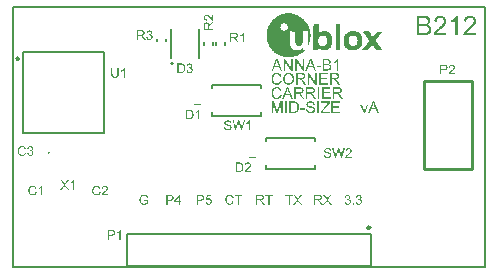
<source format=gto>
G04*
G04 #@! TF.GenerationSoftware,Altium Limited,Altium Designer,20.2.5 (213)*
G04*
G04 Layer_Color=65535*
%FSLAX25Y25*%
%MOIN*%
G70*
G04*
G04 #@! TF.SameCoordinates,6F863687-9C3A-4172-A650-1A8696597D16*
G04*
G04*
G04 #@! TF.FilePolarity,Positive*
G04*
G01*
G75*
%ADD10C,0.01000*%
%ADD11C,0.00500*%
%ADD12C,0.00787*%
%ADD13C,0.00400*%
G36*
X102828Y66534D02*
X101371D01*
Y67005D01*
X102828D01*
Y66534D01*
D02*
G37*
G36*
X97194Y65381D02*
X96668D01*
X94662Y68389D01*
Y65381D01*
X94175D01*
Y69215D01*
X94695D01*
X96706Y66201D01*
Y69215D01*
X97194D01*
Y65381D01*
D02*
G37*
G36*
X93327D02*
X92801D01*
X90795Y68389D01*
Y65381D01*
X90308D01*
Y69215D01*
X90829D01*
X92839Y66201D01*
Y69215D01*
X93327D01*
Y65381D01*
D02*
G37*
G36*
X108556D02*
X108086D01*
Y68378D01*
X108080Y68373D01*
X108052Y68351D01*
X108019Y68317D01*
X107964Y68279D01*
X107903Y68229D01*
X107825Y68173D01*
X107737Y68112D01*
X107637Y68051D01*
X107631D01*
X107626Y68046D01*
X107592Y68024D01*
X107537Y67996D01*
X107471Y67963D01*
X107393Y67924D01*
X107310Y67885D01*
X107227Y67847D01*
X107144Y67813D01*
Y68268D01*
X107149D01*
X107160Y68279D01*
X107183Y68284D01*
X107210Y68301D01*
X107244Y68317D01*
X107282Y68340D01*
X107376Y68395D01*
X107487Y68456D01*
X107598Y68533D01*
X107714Y68622D01*
X107831Y68716D01*
X107836Y68722D01*
X107842Y68727D01*
X107858Y68744D01*
X107881Y68761D01*
X107930Y68816D01*
X107997Y68883D01*
X108063Y68960D01*
X108135Y69049D01*
X108196Y69137D01*
X108252Y69231D01*
X108556D01*
Y65381D01*
D02*
G37*
G36*
X104928Y69209D02*
X104972D01*
X105072Y69198D01*
X105183Y69187D01*
X105299Y69165D01*
X105415Y69137D01*
X105520Y69099D01*
X105526D01*
X105532Y69093D01*
X105565Y69076D01*
X105615Y69049D01*
X105670Y69010D01*
X105737Y68960D01*
X105809Y68899D01*
X105875Y68822D01*
X105936Y68739D01*
X105942Y68727D01*
X105958Y68694D01*
X105986Y68650D01*
X106014Y68583D01*
X106041Y68506D01*
X106069Y68423D01*
X106086Y68328D01*
X106091Y68234D01*
Y68223D01*
Y68196D01*
X106086Y68146D01*
X106075Y68085D01*
X106058Y68013D01*
X106030Y67935D01*
X105997Y67858D01*
X105953Y67774D01*
X105947Y67763D01*
X105930Y67741D01*
X105897Y67697D01*
X105853Y67653D01*
X105798Y67597D01*
X105731Y67536D01*
X105648Y67481D01*
X105554Y67426D01*
X105559D01*
X105570Y67420D01*
X105587Y67414D01*
X105609Y67403D01*
X105676Y67381D01*
X105753Y67342D01*
X105836Y67292D01*
X105930Y67232D01*
X106014Y67160D01*
X106091Y67071D01*
X106097Y67060D01*
X106119Y67027D01*
X106152Y66977D01*
X106185Y66910D01*
X106219Y66822D01*
X106252Y66728D01*
X106274Y66617D01*
X106280Y66495D01*
Y66489D01*
Y66484D01*
Y66451D01*
X106274Y66395D01*
X106263Y66329D01*
X106252Y66251D01*
X106230Y66168D01*
X106202Y66079D01*
X106163Y65991D01*
X106158Y65980D01*
X106141Y65952D01*
X106119Y65913D01*
X106086Y65858D01*
X106041Y65802D01*
X105997Y65741D01*
X105942Y65680D01*
X105881Y65631D01*
X105875Y65625D01*
X105853Y65608D01*
X105814Y65586D01*
X105764Y65564D01*
X105703Y65531D01*
X105631Y65498D01*
X105554Y65470D01*
X105460Y65442D01*
X105448D01*
X105415Y65431D01*
X105360Y65426D01*
X105288Y65415D01*
X105199Y65403D01*
X105094Y65392D01*
X104978Y65387D01*
X104845Y65381D01*
X103382D01*
Y69215D01*
X104889D01*
X104928Y69209D01*
D02*
G37*
G36*
X101210Y65381D02*
X100634D01*
X100186Y66545D01*
X98579D01*
X98163Y65381D01*
X97626D01*
X99089Y69215D01*
X99643D01*
X101210Y65381D01*
D02*
G37*
G36*
X89903D02*
X89327D01*
X88878Y66545D01*
X87272D01*
X86856Y65381D01*
X86319D01*
X87782Y69215D01*
X88336D01*
X89903Y65381D01*
D02*
G37*
G36*
X88219Y64609D02*
X88269Y64603D01*
X88330Y64598D01*
X88391Y64592D01*
X88463Y64576D01*
X88613Y64543D01*
X88779Y64493D01*
X88862Y64459D01*
X88939Y64421D01*
X89017Y64371D01*
X89094Y64321D01*
X89100Y64315D01*
X89111Y64310D01*
X89133Y64293D01*
X89161Y64266D01*
X89189Y64238D01*
X89227Y64199D01*
X89266Y64155D01*
X89310Y64110D01*
X89355Y64055D01*
X89399Y63989D01*
X89449Y63922D01*
X89493Y63850D01*
X89532Y63767D01*
X89576Y63684D01*
X89610Y63595D01*
X89643Y63495D01*
X89144Y63379D01*
Y63385D01*
X89139Y63396D01*
X89128Y63418D01*
X89117Y63446D01*
X89105Y63479D01*
X89089Y63523D01*
X89045Y63612D01*
X88989Y63712D01*
X88923Y63811D01*
X88840Y63905D01*
X88751Y63989D01*
X88740Y64000D01*
X88707Y64022D01*
X88651Y64049D01*
X88579Y64088D01*
X88485Y64121D01*
X88380Y64155D01*
X88252Y64177D01*
X88114Y64182D01*
X88069D01*
X88042Y64177D01*
X88003D01*
X87959Y64171D01*
X87853Y64155D01*
X87737Y64132D01*
X87615Y64094D01*
X87488Y64038D01*
X87371Y63966D01*
X87366D01*
X87360Y63955D01*
X87322Y63928D01*
X87272Y63883D01*
X87211Y63817D01*
X87139Y63734D01*
X87072Y63639D01*
X87011Y63523D01*
X86956Y63396D01*
Y63390D01*
X86950Y63379D01*
X86945Y63362D01*
X86939Y63335D01*
X86928Y63301D01*
X86917Y63263D01*
X86901Y63169D01*
X86878Y63058D01*
X86856Y62936D01*
X86845Y62803D01*
X86840Y62659D01*
Y62653D01*
Y62637D01*
Y62609D01*
Y62576D01*
X86845Y62537D01*
Y62487D01*
X86851Y62432D01*
X86856Y62371D01*
X86873Y62238D01*
X86901Y62094D01*
X86934Y61950D01*
X86978Y61806D01*
Y61800D01*
X86984Y61789D01*
X86995Y61773D01*
X87006Y61745D01*
X87039Y61678D01*
X87089Y61601D01*
X87150Y61512D01*
X87227Y61418D01*
X87316Y61335D01*
X87421Y61257D01*
X87427D01*
X87438Y61252D01*
X87455Y61241D01*
X87477Y61230D01*
X87505Y61219D01*
X87538Y61202D01*
X87615Y61169D01*
X87715Y61135D01*
X87826Y61108D01*
X87948Y61085D01*
X88075Y61080D01*
X88114D01*
X88147Y61085D01*
X88186D01*
X88225Y61091D01*
X88324Y61113D01*
X88441Y61141D01*
X88557Y61185D01*
X88679Y61246D01*
X88740Y61279D01*
X88795Y61324D01*
X88801Y61329D01*
X88806Y61335D01*
X88823Y61351D01*
X88845Y61368D01*
X88867Y61396D01*
X88895Y61429D01*
X88928Y61462D01*
X88956Y61507D01*
X88989Y61556D01*
X89028Y61612D01*
X89061Y61667D01*
X89094Y61734D01*
X89122Y61806D01*
X89150Y61883D01*
X89178Y61966D01*
X89200Y62055D01*
X89709Y61928D01*
Y61922D01*
X89704Y61900D01*
X89693Y61867D01*
X89676Y61822D01*
X89660Y61773D01*
X89637Y61712D01*
X89610Y61645D01*
X89576Y61573D01*
X89499Y61418D01*
X89399Y61263D01*
X89338Y61185D01*
X89277Y61108D01*
X89211Y61041D01*
X89133Y60975D01*
X89128Y60969D01*
X89117Y60958D01*
X89089Y60947D01*
X89061Y60925D01*
X89017Y60897D01*
X88973Y60869D01*
X88912Y60842D01*
X88851Y60814D01*
X88779Y60781D01*
X88701Y60753D01*
X88618Y60725D01*
X88529Y60698D01*
X88435Y60676D01*
X88336Y60664D01*
X88230Y60653D01*
X88119Y60648D01*
X88059D01*
X88014Y60653D01*
X87964D01*
X87903Y60659D01*
X87837Y60670D01*
X87759Y60681D01*
X87599Y60709D01*
X87432Y60753D01*
X87266Y60814D01*
X87189Y60853D01*
X87111Y60897D01*
X87106Y60903D01*
X87094Y60908D01*
X87072Y60925D01*
X87050Y60947D01*
X87017Y60969D01*
X86978Y61002D01*
X86934Y61041D01*
X86889Y61085D01*
X86845Y61135D01*
X86795Y61185D01*
X86696Y61313D01*
X86601Y61462D01*
X86518Y61628D01*
Y61634D01*
X86507Y61651D01*
X86502Y61678D01*
X86485Y61712D01*
X86474Y61756D01*
X86457Y61811D01*
X86435Y61872D01*
X86419Y61939D01*
X86402Y62011D01*
X86380Y62094D01*
X86352Y62265D01*
X86330Y62459D01*
X86319Y62659D01*
Y62664D01*
Y62687D01*
Y62720D01*
X86324Y62759D01*
Y62814D01*
X86330Y62869D01*
X86335Y62941D01*
X86347Y63013D01*
X86374Y63174D01*
X86413Y63351D01*
X86468Y63529D01*
X86546Y63700D01*
X86552Y63706D01*
X86557Y63723D01*
X86568Y63745D01*
X86590Y63772D01*
X86612Y63811D01*
X86640Y63855D01*
X86712Y63955D01*
X86806Y64066D01*
X86917Y64177D01*
X87045Y64288D01*
X87194Y64382D01*
X87200Y64387D01*
X87216Y64393D01*
X87239Y64404D01*
X87266Y64421D01*
X87311Y64437D01*
X87355Y64454D01*
X87410Y64476D01*
X87471Y64498D01*
X87538Y64520D01*
X87610Y64543D01*
X87765Y64576D01*
X87942Y64603D01*
X88125Y64614D01*
X88180D01*
X88219Y64609D01*
D02*
G37*
G36*
X101382Y60714D02*
X100856D01*
X98850Y63723D01*
Y60714D01*
X98363D01*
Y64548D01*
X98884D01*
X100895Y61534D01*
Y64548D01*
X101382D01*
Y60714D01*
D02*
G37*
G36*
X107637Y64543D02*
X107687D01*
X107803Y64537D01*
X107925Y64520D01*
X108058Y64504D01*
X108180Y64476D01*
X108241Y64459D01*
X108291Y64443D01*
X108296D01*
X108302Y64437D01*
X108335Y64421D01*
X108385Y64398D01*
X108446Y64360D01*
X108512Y64310D01*
X108584Y64243D01*
X108651Y64166D01*
X108717Y64077D01*
Y64072D01*
X108723Y64066D01*
X108745Y64033D01*
X108767Y63977D01*
X108800Y63905D01*
X108828Y63822D01*
X108856Y63723D01*
X108872Y63617D01*
X108878Y63501D01*
Y63495D01*
Y63484D01*
Y63462D01*
X108872Y63434D01*
Y63396D01*
X108867Y63357D01*
X108844Y63263D01*
X108811Y63152D01*
X108767Y63036D01*
X108701Y62919D01*
X108656Y62864D01*
X108612Y62809D01*
X108606Y62803D01*
X108601Y62797D01*
X108584Y62781D01*
X108562Y62764D01*
X108534Y62742D01*
X108501Y62720D01*
X108457Y62692D01*
X108412Y62659D01*
X108357Y62631D01*
X108296Y62603D01*
X108230Y62570D01*
X108158Y62542D01*
X108074Y62520D01*
X107991Y62493D01*
X107897Y62476D01*
X107798Y62459D01*
X107809Y62454D01*
X107831Y62443D01*
X107864Y62421D01*
X107908Y62398D01*
X108008Y62338D01*
X108058Y62299D01*
X108102Y62265D01*
X108113Y62255D01*
X108141Y62227D01*
X108185Y62182D01*
X108241Y62127D01*
X108302Y62050D01*
X108374Y61966D01*
X108446Y61867D01*
X108523Y61756D01*
X109183Y60714D01*
X108551D01*
X108047Y61512D01*
Y61518D01*
X108036Y61529D01*
X108025Y61545D01*
X108008Y61567D01*
X107969Y61628D01*
X107919Y61706D01*
X107858Y61789D01*
X107798Y61878D01*
X107737Y61961D01*
X107681Y62038D01*
X107676Y62044D01*
X107659Y62066D01*
X107631Y62099D01*
X107592Y62138D01*
X107509Y62221D01*
X107465Y62260D01*
X107421Y62293D01*
X107415Y62299D01*
X107404Y62304D01*
X107382Y62315D01*
X107349Y62332D01*
X107316Y62349D01*
X107277Y62365D01*
X107188Y62393D01*
X107183D01*
X107171Y62398D01*
X107149D01*
X107122Y62404D01*
X107083Y62410D01*
X107038D01*
X106978Y62415D01*
X106324D01*
Y60714D01*
X105814D01*
Y64548D01*
X107592D01*
X107637Y64543D01*
D02*
G37*
G36*
X105016Y64094D02*
X102751D01*
Y62925D01*
X104872D01*
Y62471D01*
X102751D01*
Y61169D01*
X105105D01*
Y60714D01*
X102241D01*
Y64548D01*
X105016D01*
Y64094D01*
D02*
G37*
G36*
X96330Y64543D02*
X96380D01*
X96496Y64537D01*
X96618Y64520D01*
X96751Y64504D01*
X96873Y64476D01*
X96934Y64459D01*
X96983Y64443D01*
X96989D01*
X96995Y64437D01*
X97028Y64421D01*
X97078Y64398D01*
X97139Y64360D01*
X97205Y64310D01*
X97277Y64243D01*
X97343Y64166D01*
X97410Y64077D01*
Y64072D01*
X97416Y64066D01*
X97438Y64033D01*
X97460Y63977D01*
X97493Y63905D01*
X97521Y63822D01*
X97549Y63723D01*
X97565Y63617D01*
X97571Y63501D01*
Y63495D01*
Y63484D01*
Y63462D01*
X97565Y63434D01*
Y63396D01*
X97560Y63357D01*
X97537Y63263D01*
X97504Y63152D01*
X97460Y63036D01*
X97393Y62919D01*
X97349Y62864D01*
X97305Y62809D01*
X97299Y62803D01*
X97294Y62797D01*
X97277Y62781D01*
X97255Y62764D01*
X97227Y62742D01*
X97194Y62720D01*
X97150Y62692D01*
X97105Y62659D01*
X97050Y62631D01*
X96989Y62603D01*
X96922Y62570D01*
X96850Y62542D01*
X96767Y62520D01*
X96684Y62493D01*
X96590Y62476D01*
X96490Y62459D01*
X96501Y62454D01*
X96524Y62443D01*
X96557Y62421D01*
X96601Y62398D01*
X96701Y62338D01*
X96751Y62299D01*
X96795Y62265D01*
X96806Y62255D01*
X96834Y62227D01*
X96878Y62182D01*
X96934Y62127D01*
X96995Y62050D01*
X97066Y61966D01*
X97139Y61867D01*
X97216Y61756D01*
X97875Y60714D01*
X97244D01*
X96740Y61512D01*
Y61518D01*
X96729Y61529D01*
X96718Y61545D01*
X96701Y61567D01*
X96662Y61628D01*
X96612Y61706D01*
X96551Y61789D01*
X96490Y61878D01*
X96429Y61961D01*
X96374Y62038D01*
X96368Y62044D01*
X96352Y62066D01*
X96324Y62099D01*
X96285Y62138D01*
X96202Y62221D01*
X96158Y62260D01*
X96114Y62293D01*
X96108Y62299D01*
X96097Y62304D01*
X96075Y62315D01*
X96042Y62332D01*
X96008Y62349D01*
X95970Y62365D01*
X95881Y62393D01*
X95875D01*
X95864Y62398D01*
X95842D01*
X95815Y62404D01*
X95776Y62410D01*
X95731D01*
X95670Y62415D01*
X95017D01*
Y60714D01*
X94507D01*
Y64548D01*
X96285D01*
X96330Y64543D01*
D02*
G37*
G36*
X92103Y64609D02*
X92153D01*
X92202Y64603D01*
X92269Y64592D01*
X92335Y64581D01*
X92479Y64554D01*
X92646Y64509D01*
X92806Y64443D01*
X92889Y64404D01*
X92972Y64360D01*
X92978Y64354D01*
X92989Y64349D01*
X93011Y64332D01*
X93045Y64315D01*
X93078Y64288D01*
X93122Y64254D01*
X93216Y64177D01*
X93316Y64077D01*
X93427Y63955D01*
X93532Y63811D01*
X93621Y63651D01*
Y63645D01*
X93632Y63628D01*
X93643Y63606D01*
X93654Y63573D01*
X93676Y63529D01*
X93693Y63479D01*
X93715Y63418D01*
X93737Y63351D01*
X93754Y63279D01*
X93776Y63202D01*
X93798Y63113D01*
X93814Y63024D01*
X93837Y62831D01*
X93848Y62620D01*
Y62615D01*
Y62592D01*
Y62565D01*
X93842Y62520D01*
Y62471D01*
X93837Y62410D01*
X93826Y62343D01*
X93820Y62271D01*
X93792Y62110D01*
X93748Y61933D01*
X93687Y61756D01*
X93654Y61667D01*
X93609Y61579D01*
Y61573D01*
X93599Y61556D01*
X93587Y61534D01*
X93565Y61501D01*
X93543Y61462D01*
X93515Y61423D01*
X93438Y61318D01*
X93344Y61207D01*
X93233Y61091D01*
X93100Y60980D01*
X92945Y60881D01*
X92939D01*
X92928Y60869D01*
X92900Y60858D01*
X92867Y60842D01*
X92828Y60825D01*
X92784Y60808D01*
X92729Y60786D01*
X92668Y60764D01*
X92601Y60742D01*
X92529Y60720D01*
X92369Y60687D01*
X92197Y60659D01*
X92014Y60648D01*
X91959D01*
X91925Y60653D01*
X91875D01*
X91820Y60664D01*
X91759Y60670D01*
X91687Y60681D01*
X91538Y60714D01*
X91377Y60759D01*
X91211Y60825D01*
X91128Y60864D01*
X91044Y60908D01*
X91039Y60914D01*
X91028Y60919D01*
X91006Y60936D01*
X90973Y60958D01*
X90939Y60980D01*
X90900Y61014D01*
X90806Y61097D01*
X90701Y61196D01*
X90590Y61318D01*
X90491Y61457D01*
X90396Y61617D01*
Y61623D01*
X90385Y61639D01*
X90374Y61662D01*
X90363Y61695D01*
X90346Y61739D01*
X90330Y61789D01*
X90308Y61844D01*
X90291Y61905D01*
X90269Y61977D01*
X90247Y62050D01*
X90214Y62216D01*
X90191Y62387D01*
X90180Y62576D01*
Y62581D01*
Y62587D01*
Y62620D01*
X90186Y62670D01*
Y62736D01*
X90197Y62814D01*
X90208Y62908D01*
X90225Y63013D01*
X90247Y63124D01*
X90269Y63241D01*
X90302Y63362D01*
X90346Y63484D01*
X90396Y63612D01*
X90452Y63734D01*
X90524Y63855D01*
X90601Y63966D01*
X90690Y64072D01*
X90696Y64077D01*
X90712Y64094D01*
X90745Y64121D01*
X90784Y64155D01*
X90834Y64199D01*
X90895Y64243D01*
X90967Y64293D01*
X91050Y64343D01*
X91139Y64393D01*
X91238Y64443D01*
X91349Y64487D01*
X91466Y64531D01*
X91593Y64565D01*
X91726Y64592D01*
X91864Y64609D01*
X92014Y64614D01*
X92064D01*
X92103Y64609D01*
D02*
G37*
G36*
X88219Y59876D02*
X88269Y59870D01*
X88330Y59864D01*
X88391Y59859D01*
X88463Y59842D01*
X88613Y59809D01*
X88779Y59759D01*
X88862Y59726D01*
X88939Y59687D01*
X89017Y59637D01*
X89094Y59588D01*
X89100Y59582D01*
X89111Y59576D01*
X89133Y59560D01*
X89161Y59532D01*
X89189Y59504D01*
X89227Y59466D01*
X89266Y59421D01*
X89310Y59377D01*
X89355Y59322D01*
X89399Y59255D01*
X89449Y59189D01*
X89493Y59117D01*
X89532Y59034D01*
X89576Y58950D01*
X89610Y58862D01*
X89643Y58762D01*
X89144Y58646D01*
Y58651D01*
X89139Y58662D01*
X89128Y58684D01*
X89117Y58712D01*
X89105Y58745D01*
X89089Y58790D01*
X89045Y58878D01*
X88989Y58978D01*
X88923Y59078D01*
X88840Y59172D01*
X88751Y59255D01*
X88740Y59266D01*
X88707Y59288D01*
X88651Y59316D01*
X88579Y59355D01*
X88485Y59388D01*
X88380Y59421D01*
X88252Y59443D01*
X88114Y59449D01*
X88069D01*
X88042Y59443D01*
X88003D01*
X87959Y59438D01*
X87853Y59421D01*
X87737Y59399D01*
X87615Y59360D01*
X87488Y59305D01*
X87371Y59233D01*
X87366D01*
X87360Y59222D01*
X87322Y59194D01*
X87272Y59150D01*
X87211Y59083D01*
X87139Y59000D01*
X87072Y58906D01*
X87011Y58790D01*
X86956Y58662D01*
Y58657D01*
X86950Y58646D01*
X86945Y58629D01*
X86939Y58601D01*
X86928Y58568D01*
X86917Y58529D01*
X86901Y58435D01*
X86878Y58324D01*
X86856Y58202D01*
X86845Y58069D01*
X86840Y57925D01*
Y57920D01*
Y57903D01*
Y57876D01*
Y57842D01*
X86845Y57804D01*
Y57754D01*
X86851Y57698D01*
X86856Y57637D01*
X86873Y57504D01*
X86901Y57360D01*
X86934Y57216D01*
X86978Y57072D01*
Y57067D01*
X86984Y57056D01*
X86995Y57039D01*
X87006Y57011D01*
X87039Y56945D01*
X87089Y56867D01*
X87150Y56779D01*
X87227Y56684D01*
X87316Y56601D01*
X87421Y56524D01*
X87427D01*
X87438Y56518D01*
X87455Y56507D01*
X87477Y56496D01*
X87505Y56485D01*
X87538Y56468D01*
X87615Y56435D01*
X87715Y56402D01*
X87826Y56374D01*
X87948Y56352D01*
X88075Y56347D01*
X88114D01*
X88147Y56352D01*
X88186D01*
X88225Y56358D01*
X88324Y56380D01*
X88441Y56407D01*
X88557Y56452D01*
X88679Y56513D01*
X88740Y56546D01*
X88795Y56590D01*
X88801Y56596D01*
X88806Y56601D01*
X88823Y56618D01*
X88845Y56635D01*
X88867Y56662D01*
X88895Y56696D01*
X88928Y56729D01*
X88956Y56773D01*
X88989Y56823D01*
X89028Y56878D01*
X89061Y56934D01*
X89094Y57000D01*
X89122Y57072D01*
X89150Y57150D01*
X89178Y57233D01*
X89200Y57322D01*
X89709Y57194D01*
Y57189D01*
X89704Y57166D01*
X89693Y57133D01*
X89676Y57089D01*
X89660Y57039D01*
X89637Y56978D01*
X89610Y56912D01*
X89576Y56840D01*
X89499Y56684D01*
X89399Y56529D01*
X89338Y56452D01*
X89277Y56374D01*
X89211Y56308D01*
X89133Y56241D01*
X89128Y56236D01*
X89117Y56225D01*
X89089Y56214D01*
X89061Y56191D01*
X89017Y56164D01*
X88973Y56136D01*
X88912Y56108D01*
X88851Y56081D01*
X88779Y56047D01*
X88701Y56020D01*
X88618Y55992D01*
X88529Y55964D01*
X88435Y55942D01*
X88336Y55931D01*
X88230Y55920D01*
X88119Y55914D01*
X88059D01*
X88014Y55920D01*
X87964D01*
X87903Y55926D01*
X87837Y55937D01*
X87759Y55948D01*
X87599Y55975D01*
X87432Y56020D01*
X87266Y56081D01*
X87189Y56120D01*
X87111Y56164D01*
X87106Y56169D01*
X87094Y56175D01*
X87072Y56191D01*
X87050Y56214D01*
X87017Y56236D01*
X86978Y56269D01*
X86934Y56308D01*
X86889Y56352D01*
X86845Y56402D01*
X86795Y56452D01*
X86696Y56579D01*
X86601Y56729D01*
X86518Y56895D01*
Y56901D01*
X86507Y56917D01*
X86502Y56945D01*
X86485Y56978D01*
X86474Y57023D01*
X86457Y57078D01*
X86435Y57139D01*
X86419Y57205D01*
X86402Y57277D01*
X86380Y57360D01*
X86352Y57532D01*
X86330Y57726D01*
X86319Y57925D01*
Y57931D01*
Y57953D01*
Y57986D01*
X86324Y58025D01*
Y58081D01*
X86330Y58136D01*
X86335Y58208D01*
X86347Y58280D01*
X86374Y58441D01*
X86413Y58618D01*
X86468Y58795D01*
X86546Y58967D01*
X86552Y58973D01*
X86557Y58989D01*
X86568Y59011D01*
X86590Y59039D01*
X86612Y59078D01*
X86640Y59122D01*
X86712Y59222D01*
X86806Y59333D01*
X86917Y59443D01*
X87045Y59554D01*
X87194Y59648D01*
X87200Y59654D01*
X87216Y59659D01*
X87239Y59671D01*
X87266Y59687D01*
X87311Y59704D01*
X87355Y59720D01*
X87410Y59743D01*
X87471Y59765D01*
X87538Y59787D01*
X87610Y59809D01*
X87765Y59842D01*
X87942Y59870D01*
X88125Y59881D01*
X88180D01*
X88219Y59876D01*
D02*
G37*
G36*
X108534Y59809D02*
X108584D01*
X108701Y59804D01*
X108822Y59787D01*
X108955Y59770D01*
X109077Y59743D01*
X109138Y59726D01*
X109188Y59709D01*
X109194D01*
X109199Y59704D01*
X109232Y59687D01*
X109282Y59665D01*
X109343Y59626D01*
X109410Y59576D01*
X109482Y59510D01*
X109548Y59432D01*
X109615Y59344D01*
Y59338D01*
X109620Y59333D01*
X109642Y59299D01*
X109664Y59244D01*
X109698Y59172D01*
X109725Y59089D01*
X109753Y58989D01*
X109770Y58884D01*
X109775Y58768D01*
Y58762D01*
Y58751D01*
Y58729D01*
X109770Y58701D01*
Y58662D01*
X109764Y58623D01*
X109742Y58529D01*
X109709Y58419D01*
X109664Y58302D01*
X109598Y58186D01*
X109554Y58131D01*
X109509Y58075D01*
X109504Y58069D01*
X109498Y58064D01*
X109482Y58047D01*
X109459Y58031D01*
X109432Y58009D01*
X109398Y57986D01*
X109354Y57959D01*
X109310Y57925D01*
X109255Y57898D01*
X109194Y57870D01*
X109127Y57837D01*
X109055Y57809D01*
X108972Y57787D01*
X108889Y57759D01*
X108795Y57743D01*
X108695Y57726D01*
X108706Y57721D01*
X108728Y57709D01*
X108761Y57687D01*
X108806Y57665D01*
X108905Y57604D01*
X108955Y57565D01*
X109000Y57532D01*
X109011Y57521D01*
X109038Y57493D01*
X109083Y57449D01*
X109138Y57394D01*
X109199Y57316D01*
X109271Y57233D01*
X109343Y57133D01*
X109421Y57023D01*
X110080Y55981D01*
X109448D01*
X108944Y56779D01*
Y56784D01*
X108933Y56795D01*
X108922Y56812D01*
X108905Y56834D01*
X108867Y56895D01*
X108817Y56973D01*
X108756Y57056D01*
X108695Y57144D01*
X108634Y57227D01*
X108579Y57305D01*
X108573Y57311D01*
X108556Y57333D01*
X108529Y57366D01*
X108490Y57405D01*
X108407Y57488D01*
X108363Y57527D01*
X108318Y57560D01*
X108313Y57565D01*
X108302Y57571D01*
X108280Y57582D01*
X108246Y57599D01*
X108213Y57615D01*
X108174Y57632D01*
X108086Y57660D01*
X108080D01*
X108069Y57665D01*
X108047D01*
X108019Y57671D01*
X107980Y57676D01*
X107936D01*
X107875Y57682D01*
X107221D01*
Y55981D01*
X106712D01*
Y59815D01*
X108490D01*
X108534Y59809D01*
D02*
G37*
G36*
X105914Y59360D02*
X103648D01*
Y58191D01*
X105770D01*
Y57737D01*
X103648D01*
Y56435D01*
X106002D01*
Y55981D01*
X103138D01*
Y59815D01*
X105914D01*
Y59360D01*
D02*
G37*
G36*
X102235Y55981D02*
X101726D01*
Y59815D01*
X102235D01*
Y55981D01*
D02*
G37*
G36*
X99604Y59809D02*
X99654D01*
X99770Y59804D01*
X99892Y59787D01*
X100025Y59770D01*
X100147Y59743D01*
X100208Y59726D01*
X100258Y59709D01*
X100263D01*
X100269Y59704D01*
X100302Y59687D01*
X100352Y59665D01*
X100413Y59626D01*
X100479Y59576D01*
X100551Y59510D01*
X100618Y59432D01*
X100684Y59344D01*
Y59338D01*
X100690Y59333D01*
X100712Y59299D01*
X100734Y59244D01*
X100767Y59172D01*
X100795Y59089D01*
X100823Y58989D01*
X100839Y58884D01*
X100845Y58768D01*
Y58762D01*
Y58751D01*
Y58729D01*
X100839Y58701D01*
Y58662D01*
X100834Y58623D01*
X100812Y58529D01*
X100778Y58419D01*
X100734Y58302D01*
X100668Y58186D01*
X100623Y58131D01*
X100579Y58075D01*
X100573Y58069D01*
X100568Y58064D01*
X100551Y58047D01*
X100529Y58031D01*
X100501Y58009D01*
X100468Y57986D01*
X100424Y57959D01*
X100379Y57925D01*
X100324Y57898D01*
X100263Y57870D01*
X100197Y57837D01*
X100125Y57809D01*
X100041Y57787D01*
X99958Y57759D01*
X99864Y57743D01*
X99765Y57726D01*
X99776Y57721D01*
X99798Y57709D01*
X99831Y57687D01*
X99875Y57665D01*
X99975Y57604D01*
X100025Y57565D01*
X100069Y57532D01*
X100080Y57521D01*
X100108Y57493D01*
X100152Y57449D01*
X100208Y57394D01*
X100269Y57316D01*
X100341Y57233D01*
X100413Y57133D01*
X100490Y57023D01*
X101149Y55981D01*
X100518D01*
X100014Y56779D01*
Y56784D01*
X100003Y56795D01*
X99992Y56812D01*
X99975Y56834D01*
X99936Y56895D01*
X99886Y56973D01*
X99825Y57056D01*
X99765Y57144D01*
X99704Y57227D01*
X99648Y57305D01*
X99643Y57311D01*
X99626Y57333D01*
X99598Y57366D01*
X99559Y57405D01*
X99476Y57488D01*
X99432Y57527D01*
X99388Y57560D01*
X99382Y57565D01*
X99371Y57571D01*
X99349Y57582D01*
X99316Y57599D01*
X99282Y57615D01*
X99244Y57632D01*
X99155Y57660D01*
X99150D01*
X99138Y57665D01*
X99116D01*
X99089Y57671D01*
X99050Y57676D01*
X99006D01*
X98945Y57682D01*
X98291D01*
Y55981D01*
X97781D01*
Y59815D01*
X99559D01*
X99604Y59809D01*
D02*
G37*
G36*
X95737D02*
X95787D01*
X95903Y59804D01*
X96025Y59787D01*
X96158Y59770D01*
X96280Y59743D01*
X96341Y59726D01*
X96391Y59709D01*
X96396D01*
X96402Y59704D01*
X96435Y59687D01*
X96485Y59665D01*
X96546Y59626D01*
X96612Y59576D01*
X96684Y59510D01*
X96751Y59432D01*
X96817Y59344D01*
Y59338D01*
X96823Y59333D01*
X96845Y59299D01*
X96867Y59244D01*
X96900Y59172D01*
X96928Y59089D01*
X96956Y58989D01*
X96972Y58884D01*
X96978Y58768D01*
Y58762D01*
Y58751D01*
Y58729D01*
X96972Y58701D01*
Y58662D01*
X96967Y58623D01*
X96945Y58529D01*
X96911Y58419D01*
X96867Y58302D01*
X96801Y58186D01*
X96756Y58131D01*
X96712Y58075D01*
X96706Y58069D01*
X96701Y58064D01*
X96684Y58047D01*
X96662Y58031D01*
X96634Y58009D01*
X96601Y57986D01*
X96557Y57959D01*
X96513Y57925D01*
X96457Y57898D01*
X96396Y57870D01*
X96330Y57837D01*
X96258Y57809D01*
X96175Y57787D01*
X96092Y57759D01*
X95997Y57743D01*
X95898Y57726D01*
X95909Y57721D01*
X95931Y57709D01*
X95964Y57687D01*
X96008Y57665D01*
X96108Y57604D01*
X96158Y57565D01*
X96202Y57532D01*
X96213Y57521D01*
X96241Y57493D01*
X96285Y57449D01*
X96341Y57394D01*
X96402Y57316D01*
X96474Y57233D01*
X96546Y57133D01*
X96623Y57023D01*
X97283Y55981D01*
X96651D01*
X96147Y56779D01*
Y56784D01*
X96136Y56795D01*
X96125Y56812D01*
X96108Y56834D01*
X96069Y56895D01*
X96019Y56973D01*
X95959Y57056D01*
X95898Y57144D01*
X95837Y57227D01*
X95781Y57305D01*
X95776Y57311D01*
X95759Y57333D01*
X95731Y57366D01*
X95693Y57405D01*
X95609Y57488D01*
X95565Y57527D01*
X95521Y57560D01*
X95515Y57565D01*
X95504Y57571D01*
X95482Y57582D01*
X95449Y57599D01*
X95416Y57615D01*
X95377Y57632D01*
X95288Y57660D01*
X95283D01*
X95271Y57665D01*
X95249D01*
X95222Y57671D01*
X95183Y57676D01*
X95139D01*
X95078Y57682D01*
X94424D01*
Y55981D01*
X93914D01*
Y59815D01*
X95693D01*
X95737Y59809D01*
D02*
G37*
G36*
X93499Y55981D02*
X92923D01*
X92474Y57144D01*
X90867D01*
X90452Y55981D01*
X89914D01*
X91377Y59815D01*
X91931D01*
X93499Y55981D01*
D02*
G37*
G36*
X99371Y55142D02*
X99410D01*
X99515Y55131D01*
X99632Y55115D01*
X99753Y55087D01*
X99886Y55054D01*
X100008Y55009D01*
X100014D01*
X100025Y55004D01*
X100041Y54993D01*
X100064Y54981D01*
X100119Y54954D01*
X100191Y54904D01*
X100274Y54849D01*
X100357Y54777D01*
X100435Y54694D01*
X100507Y54599D01*
Y54594D01*
X100512Y54588D01*
X100523Y54572D01*
X100534Y54555D01*
X100562Y54500D01*
X100595Y54427D01*
X100634Y54339D01*
X100662Y54234D01*
X100690Y54123D01*
X100701Y54001D01*
X100213Y53962D01*
Y53968D01*
Y53979D01*
X100208Y53995D01*
X100202Y54023D01*
X100186Y54084D01*
X100163Y54167D01*
X100130Y54256D01*
X100080Y54344D01*
X100019Y54427D01*
X99942Y54505D01*
X99931Y54511D01*
X99903Y54533D01*
X99848Y54566D01*
X99776Y54599D01*
X99681Y54633D01*
X99571Y54666D01*
X99432Y54688D01*
X99277Y54694D01*
X99199D01*
X99166Y54688D01*
X99122Y54682D01*
X99022Y54671D01*
X98911Y54649D01*
X98800Y54621D01*
X98695Y54577D01*
X98651Y54549D01*
X98607Y54522D01*
X98595Y54516D01*
X98573Y54494D01*
X98540Y54455D01*
X98507Y54411D01*
X98468Y54350D01*
X98435Y54283D01*
X98413Y54206D01*
X98402Y54117D01*
Y54106D01*
Y54084D01*
X98407Y54045D01*
X98418Y54001D01*
X98435Y53946D01*
X98463Y53890D01*
X98496Y53835D01*
X98546Y53779D01*
X98551Y53774D01*
X98579Y53757D01*
X98601Y53741D01*
X98623Y53729D01*
X98656Y53713D01*
X98695Y53691D01*
X98745Y53674D01*
X98800Y53652D01*
X98861Y53630D01*
X98934Y53602D01*
X99011Y53580D01*
X99100Y53552D01*
X99199Y53530D01*
X99310Y53502D01*
X99316D01*
X99338Y53497D01*
X99371Y53491D01*
X99410Y53480D01*
X99460Y53469D01*
X99521Y53452D01*
X99582Y53436D01*
X99648Y53419D01*
X99792Y53381D01*
X99931Y53342D01*
X99997Y53320D01*
X100058Y53297D01*
X100113Y53281D01*
X100158Y53259D01*
X100163D01*
X100174Y53253D01*
X100191Y53242D01*
X100213Y53231D01*
X100274Y53198D01*
X100346Y53153D01*
X100429Y53092D01*
X100512Y53026D01*
X100590Y52948D01*
X100656Y52865D01*
X100662Y52854D01*
X100684Y52826D01*
X100706Y52777D01*
X100740Y52710D01*
X100767Y52633D01*
X100795Y52538D01*
X100812Y52433D01*
X100817Y52322D01*
Y52317D01*
Y52311D01*
Y52295D01*
Y52272D01*
X100806Y52211D01*
X100795Y52134D01*
X100773Y52045D01*
X100745Y51951D01*
X100701Y51851D01*
X100640Y51746D01*
Y51741D01*
X100634Y51735D01*
X100607Y51702D01*
X100568Y51652D01*
X100512Y51597D01*
X100440Y51530D01*
X100352Y51458D01*
X100252Y51392D01*
X100136Y51331D01*
X100130D01*
X100119Y51325D01*
X100102Y51320D01*
X100080Y51309D01*
X100047Y51297D01*
X100008Y51281D01*
X99920Y51259D01*
X99814Y51231D01*
X99687Y51203D01*
X99548Y51187D01*
X99399Y51181D01*
X99310D01*
X99266Y51187D01*
X99216D01*
X99161Y51192D01*
X99094Y51198D01*
X98956Y51220D01*
X98812Y51242D01*
X98668Y51281D01*
X98529Y51331D01*
X98523D01*
X98512Y51336D01*
X98496Y51347D01*
X98474Y51358D01*
X98407Y51392D01*
X98330Y51442D01*
X98241Y51508D01*
X98147Y51586D01*
X98058Y51680D01*
X97975Y51785D01*
Y51790D01*
X97964Y51802D01*
X97958Y51818D01*
X97942Y51840D01*
X97931Y51868D01*
X97914Y51901D01*
X97875Y51984D01*
X97837Y52090D01*
X97803Y52206D01*
X97781Y52339D01*
X97770Y52478D01*
X98247Y52522D01*
Y52516D01*
Y52511D01*
X98252Y52494D01*
Y52472D01*
X98263Y52422D01*
X98280Y52350D01*
X98302Y52278D01*
X98324Y52195D01*
X98363Y52117D01*
X98402Y52045D01*
X98407Y52040D01*
X98424Y52018D01*
X98452Y51979D01*
X98496Y51940D01*
X98551Y51890D01*
X98612Y51840D01*
X98695Y51790D01*
X98784Y51746D01*
X98789D01*
X98795Y51741D01*
X98812Y51735D01*
X98828Y51730D01*
X98884Y51713D01*
X98956Y51691D01*
X99044Y51669D01*
X99144Y51652D01*
X99255Y51641D01*
X99377Y51635D01*
X99427D01*
X99482Y51641D01*
X99548Y51647D01*
X99626Y51657D01*
X99715Y51669D01*
X99803Y51691D01*
X99886Y51718D01*
X99897Y51724D01*
X99925Y51735D01*
X99964Y51757D01*
X100014Y51779D01*
X100064Y51818D01*
X100119Y51857D01*
X100174Y51901D01*
X100219Y51957D01*
X100224Y51962D01*
X100235Y51984D01*
X100252Y52012D01*
X100274Y52056D01*
X100296Y52101D01*
X100313Y52156D01*
X100324Y52217D01*
X100330Y52284D01*
Y52289D01*
Y52317D01*
X100324Y52350D01*
X100319Y52394D01*
X100302Y52439D01*
X100285Y52494D01*
X100258Y52549D01*
X100219Y52599D01*
X100213Y52605D01*
X100197Y52622D01*
X100174Y52644D01*
X100136Y52677D01*
X100091Y52710D01*
X100030Y52749D01*
X99958Y52788D01*
X99875Y52821D01*
X99870Y52826D01*
X99842Y52832D01*
X99798Y52849D01*
X99770Y52854D01*
X99731Y52865D01*
X99692Y52882D01*
X99643Y52893D01*
X99587Y52910D01*
X99521Y52926D01*
X99454Y52943D01*
X99377Y52965D01*
X99288Y52987D01*
X99194Y53009D01*
X99188D01*
X99172Y53015D01*
X99144Y53020D01*
X99111Y53031D01*
X99066Y53043D01*
X99017Y53054D01*
X98906Y53087D01*
X98784Y53126D01*
X98656Y53164D01*
X98546Y53203D01*
X98496Y53225D01*
X98452Y53247D01*
X98446D01*
X98440Y53253D01*
X98407Y53275D01*
X98357Y53303D01*
X98302Y53347D01*
X98235Y53397D01*
X98169Y53458D01*
X98102Y53530D01*
X98047Y53608D01*
X98041Y53619D01*
X98025Y53646D01*
X98003Y53691D01*
X97981Y53746D01*
X97958Y53818D01*
X97936Y53901D01*
X97920Y53990D01*
X97914Y54084D01*
Y54090D01*
Y54095D01*
Y54112D01*
Y54134D01*
X97925Y54189D01*
X97936Y54261D01*
X97953Y54344D01*
X97981Y54439D01*
X98019Y54533D01*
X98075Y54627D01*
Y54633D01*
X98080Y54638D01*
X98108Y54671D01*
X98147Y54716D01*
X98197Y54771D01*
X98263Y54832D01*
X98346Y54898D01*
X98446Y54959D01*
X98557Y55015D01*
X98562D01*
X98573Y55020D01*
X98590Y55026D01*
X98612Y55037D01*
X98640Y55048D01*
X98679Y55059D01*
X98762Y55081D01*
X98867Y55103D01*
X98989Y55126D01*
X99116Y55142D01*
X99260Y55148D01*
X99332D01*
X99371Y55142D01*
D02*
G37*
G36*
X97366Y52400D02*
X95909D01*
Y52871D01*
X97366D01*
Y52400D01*
D02*
G37*
G36*
X89975Y51248D02*
X89488D01*
Y54455D01*
X88369Y51248D01*
X87914D01*
X86806Y54511D01*
Y51248D01*
X86319D01*
Y55081D01*
X87078D01*
X87986Y52361D01*
Y52356D01*
X87992Y52345D01*
X87998Y52328D01*
X88009Y52300D01*
X88031Y52234D01*
X88059Y52151D01*
X88086Y52056D01*
X88119Y51962D01*
X88147Y51874D01*
X88169Y51796D01*
X88175Y51807D01*
X88180Y51835D01*
X88197Y51885D01*
X88219Y51951D01*
X88247Y52040D01*
X88286Y52145D01*
X88324Y52267D01*
X88374Y52411D01*
X89294Y55081D01*
X89975D01*
Y51248D01*
D02*
G37*
G36*
X109061Y54627D02*
X106795D01*
Y53458D01*
X108917D01*
Y53004D01*
X106795D01*
Y51702D01*
X109149D01*
Y51248D01*
X106285D01*
Y55081D01*
X109061D01*
Y54627D01*
D02*
G37*
G36*
X105670D02*
X103504Y51973D01*
X103277Y51702D01*
X105731D01*
Y51248D01*
X102695D01*
Y51718D01*
X104662Y54167D01*
Y54173D01*
X104673Y54178D01*
X104701Y54211D01*
X104739Y54261D01*
X104789Y54322D01*
X104850Y54394D01*
X104917Y54472D01*
X104989Y54549D01*
X105061Y54627D01*
X102917D01*
Y55081D01*
X105670D01*
Y54627D01*
D02*
G37*
G36*
X102108Y51248D02*
X101598D01*
Y55081D01*
X102108D01*
Y51248D01*
D02*
G37*
G36*
X93864Y55076D02*
X93975Y55070D01*
X94086Y55059D01*
X94197Y55042D01*
X94291Y55026D01*
X94296D01*
X94308Y55020D01*
X94324D01*
X94346Y55009D01*
X94407Y54993D01*
X94485Y54965D01*
X94573Y54926D01*
X94668Y54876D01*
X94762Y54821D01*
X94850Y54749D01*
X94856Y54743D01*
X94862Y54738D01*
X94878Y54721D01*
X94900Y54704D01*
X94956Y54649D01*
X95022Y54572D01*
X95094Y54477D01*
X95172Y54367D01*
X95244Y54239D01*
X95305Y54095D01*
Y54090D01*
X95310Y54079D01*
X95321Y54056D01*
X95327Y54023D01*
X95344Y53984D01*
X95355Y53940D01*
X95366Y53890D01*
X95382Y53829D01*
X95399Y53768D01*
X95410Y53696D01*
X95438Y53541D01*
X95454Y53369D01*
X95460Y53181D01*
Y53175D01*
Y53164D01*
Y53137D01*
Y53109D01*
X95454Y53070D01*
Y53026D01*
X95449Y52921D01*
X95432Y52799D01*
X95416Y52671D01*
X95388Y52538D01*
X95355Y52405D01*
Y52400D01*
X95349Y52389D01*
X95344Y52372D01*
X95338Y52350D01*
X95316Y52289D01*
X95283Y52211D01*
X95249Y52123D01*
X95205Y52034D01*
X95150Y51940D01*
X95094Y51851D01*
X95089Y51840D01*
X95067Y51813D01*
X95033Y51774D01*
X94989Y51724D01*
X94939Y51669D01*
X94878Y51613D01*
X94817Y51552D01*
X94745Y51502D01*
X94734Y51497D01*
X94712Y51480D01*
X94673Y51458D01*
X94618Y51430D01*
X94551Y51397D01*
X94474Y51370D01*
X94385Y51336D01*
X94285Y51309D01*
X94274D01*
X94258Y51303D01*
X94241Y51297D01*
X94186Y51292D01*
X94108Y51281D01*
X94020Y51270D01*
X93914Y51259D01*
X93798Y51253D01*
X93670Y51248D01*
X92291D01*
Y55081D01*
X93765D01*
X93864Y55076D01*
D02*
G37*
G36*
X91394Y51248D02*
X90884D01*
Y55081D01*
X91394D01*
Y51248D01*
D02*
G37*
G36*
X152668Y83652D02*
X152742Y83643D01*
X152835Y83634D01*
X152937Y83615D01*
X153038Y83597D01*
X153279Y83532D01*
X153519Y83439D01*
X153640Y83384D01*
X153760Y83319D01*
X153871Y83236D01*
X153973Y83143D01*
X153982Y83134D01*
X154000Y83125D01*
X154019Y83088D01*
X154056Y83051D01*
X154102Y83005D01*
X154148Y82940D01*
X154195Y82875D01*
X154250Y82792D01*
X154343Y82616D01*
X154435Y82394D01*
X154472Y82283D01*
X154491Y82154D01*
X154509Y82024D01*
X154518Y81885D01*
Y81867D01*
Y81821D01*
X154509Y81747D01*
X154500Y81645D01*
X154481Y81534D01*
X154444Y81404D01*
X154407Y81266D01*
X154352Y81127D01*
X154343Y81108D01*
X154324Y81062D01*
X154287Y80988D01*
X154232Y80886D01*
X154158Y80775D01*
X154065Y80637D01*
X153954Y80498D01*
X153825Y80341D01*
X153806Y80322D01*
X153760Y80267D01*
X153714Y80220D01*
X153667Y80174D01*
X153612Y80119D01*
X153538Y80045D01*
X153464Y79971D01*
X153371Y79887D01*
X153279Y79795D01*
X153168Y79693D01*
X153048Y79591D01*
X152918Y79471D01*
X152770Y79351D01*
X152622Y79221D01*
X152613Y79212D01*
X152594Y79194D01*
X152557Y79166D01*
X152511Y79129D01*
X152456Y79073D01*
X152391Y79018D01*
X152243Y78898D01*
X152086Y78759D01*
X151938Y78620D01*
X151808Y78500D01*
X151753Y78454D01*
X151706Y78407D01*
X151697Y78398D01*
X151669Y78370D01*
X151632Y78333D01*
X151586Y78278D01*
X151540Y78213D01*
X151484Y78148D01*
X151373Y77991D01*
X154528D01*
Y77233D01*
X150282D01*
Y77242D01*
Y77279D01*
Y77334D01*
X150291Y77408D01*
X150300Y77492D01*
X150319Y77584D01*
X150337Y77677D01*
X150374Y77778D01*
Y77788D01*
X150384Y77797D01*
X150402Y77852D01*
X150439Y77936D01*
X150495Y78047D01*
X150569Y78176D01*
X150661Y78324D01*
X150763Y78472D01*
X150892Y78629D01*
Y78639D01*
X150911Y78648D01*
X150957Y78703D01*
X151040Y78787D01*
X151161Y78907D01*
X151299Y79046D01*
X151475Y79212D01*
X151688Y79397D01*
X151919Y79591D01*
X151928Y79601D01*
X151965Y79628D01*
X152021Y79675D01*
X152086Y79730D01*
X152169Y79804D01*
X152271Y79887D01*
X152372Y79980D01*
X152493Y80082D01*
X152724Y80304D01*
X152955Y80526D01*
X153066Y80637D01*
X153168Y80748D01*
X153260Y80849D01*
X153334Y80951D01*
Y80960D01*
X153353Y80970D01*
X153371Y80997D01*
X153390Y81034D01*
X153455Y81136D01*
X153529Y81256D01*
X153593Y81404D01*
X153658Y81562D01*
X153695Y81737D01*
X153714Y81904D01*
Y81913D01*
Y81922D01*
X153704Y81978D01*
X153695Y82070D01*
X153667Y82172D01*
X153630Y82302D01*
X153566Y82431D01*
X153482Y82561D01*
X153371Y82690D01*
X153353Y82709D01*
X153307Y82746D01*
X153242Y82792D01*
X153140Y82857D01*
X153011Y82912D01*
X152863Y82968D01*
X152687Y83005D01*
X152493Y83014D01*
X152437D01*
X152400Y83005D01*
X152289Y82995D01*
X152160Y82968D01*
X152021Y82931D01*
X151864Y82866D01*
X151716Y82783D01*
X151577Y82672D01*
X151558Y82653D01*
X151521Y82607D01*
X151466Y82533D01*
X151410Y82422D01*
X151346Y82292D01*
X151290Y82126D01*
X151253Y81941D01*
X151235Y81728D01*
X150430Y81811D01*
Y81821D01*
X150439Y81848D01*
Y81895D01*
X150448Y81959D01*
X150467Y82033D01*
X150485Y82117D01*
X150513Y82218D01*
X150541Y82320D01*
X150615Y82542D01*
X150726Y82764D01*
X150791Y82875D01*
X150874Y82986D01*
X150957Y83088D01*
X151050Y83180D01*
X151059Y83190D01*
X151077Y83199D01*
X151105Y83227D01*
X151151Y83254D01*
X151207Y83291D01*
X151272Y83328D01*
X151346Y83375D01*
X151438Y83421D01*
X151540Y83467D01*
X151651Y83513D01*
X151771Y83550D01*
X151901Y83587D01*
X152039Y83615D01*
X152187Y83643D01*
X152345Y83652D01*
X152511Y83661D01*
X152604D01*
X152668Y83652D01*
D02*
G37*
G36*
X148376Y77233D02*
X147590D01*
Y82237D01*
X147581Y82228D01*
X147535Y82191D01*
X147479Y82135D01*
X147387Y82070D01*
X147285Y81987D01*
X147155Y81895D01*
X147007Y81793D01*
X146841Y81691D01*
X146832D01*
X146822Y81682D01*
X146767Y81645D01*
X146674Y81599D01*
X146563Y81543D01*
X146434Y81478D01*
X146295Y81414D01*
X146156Y81349D01*
X146018Y81293D01*
Y82052D01*
X146027D01*
X146045Y82070D01*
X146082Y82080D01*
X146129Y82107D01*
X146184Y82135D01*
X146249Y82172D01*
X146406Y82265D01*
X146591Y82366D01*
X146776Y82496D01*
X146970Y82644D01*
X147165Y82801D01*
X147174Y82810D01*
X147183Y82820D01*
X147211Y82847D01*
X147248Y82875D01*
X147331Y82968D01*
X147442Y83079D01*
X147553Y83208D01*
X147673Y83356D01*
X147775Y83504D01*
X147868Y83661D01*
X148376D01*
Y77233D01*
D02*
G37*
G36*
X142715Y83652D02*
X142789Y83643D01*
X142882Y83634D01*
X142984Y83615D01*
X143085Y83597D01*
X143326Y83532D01*
X143566Y83439D01*
X143687Y83384D01*
X143807Y83319D01*
X143918Y83236D01*
X144020Y83143D01*
X144029Y83134D01*
X144047Y83125D01*
X144066Y83088D01*
X144103Y83051D01*
X144149Y83005D01*
X144195Y82940D01*
X144242Y82875D01*
X144297Y82792D01*
X144390Y82616D01*
X144482Y82394D01*
X144519Y82283D01*
X144538Y82154D01*
X144556Y82024D01*
X144565Y81885D01*
Y81867D01*
Y81821D01*
X144556Y81747D01*
X144547Y81645D01*
X144528Y81534D01*
X144491Y81404D01*
X144454Y81266D01*
X144399Y81127D01*
X144390Y81108D01*
X144371Y81062D01*
X144334Y80988D01*
X144279Y80886D01*
X144205Y80775D01*
X144112Y80637D01*
X144001Y80498D01*
X143872Y80341D01*
X143853Y80322D01*
X143807Y80267D01*
X143761Y80220D01*
X143714Y80174D01*
X143659Y80119D01*
X143585Y80045D01*
X143511Y79971D01*
X143418Y79887D01*
X143326Y79795D01*
X143215Y79693D01*
X143095Y79591D01*
X142965Y79471D01*
X142817Y79351D01*
X142669Y79221D01*
X142660Y79212D01*
X142641Y79194D01*
X142604Y79166D01*
X142558Y79129D01*
X142503Y79073D01*
X142438Y79018D01*
X142290Y78898D01*
X142133Y78759D01*
X141985Y78620D01*
X141855Y78500D01*
X141800Y78454D01*
X141753Y78407D01*
X141744Y78398D01*
X141716Y78370D01*
X141679Y78333D01*
X141633Y78278D01*
X141587Y78213D01*
X141531Y78148D01*
X141420Y77991D01*
X144575D01*
Y77233D01*
X140329D01*
Y77242D01*
Y77279D01*
Y77334D01*
X140338Y77408D01*
X140347Y77492D01*
X140366Y77584D01*
X140384Y77677D01*
X140421Y77778D01*
Y77788D01*
X140431Y77797D01*
X140449Y77852D01*
X140486Y77936D01*
X140542Y78047D01*
X140616Y78176D01*
X140708Y78324D01*
X140810Y78472D01*
X140939Y78629D01*
Y78639D01*
X140958Y78648D01*
X141004Y78703D01*
X141087Y78787D01*
X141208Y78907D01*
X141346Y79046D01*
X141522Y79212D01*
X141735Y79397D01*
X141966Y79591D01*
X141975Y79601D01*
X142012Y79628D01*
X142068Y79675D01*
X142133Y79730D01*
X142216Y79804D01*
X142318Y79887D01*
X142419Y79980D01*
X142540Y80082D01*
X142771Y80304D01*
X143002Y80526D01*
X143113Y80637D01*
X143215Y80748D01*
X143307Y80849D01*
X143381Y80951D01*
Y80960D01*
X143400Y80970D01*
X143418Y80997D01*
X143437Y81034D01*
X143502Y81136D01*
X143576Y81256D01*
X143640Y81404D01*
X143705Y81562D01*
X143742Y81737D01*
X143761Y81904D01*
Y81913D01*
Y81922D01*
X143751Y81978D01*
X143742Y82070D01*
X143714Y82172D01*
X143677Y82302D01*
X143613Y82431D01*
X143529Y82561D01*
X143418Y82690D01*
X143400Y82709D01*
X143354Y82746D01*
X143289Y82792D01*
X143187Y82857D01*
X143058Y82912D01*
X142910Y82968D01*
X142734Y83005D01*
X142540Y83014D01*
X142484D01*
X142447Y83005D01*
X142336Y82995D01*
X142207Y82968D01*
X142068Y82931D01*
X141911Y82866D01*
X141763Y82783D01*
X141624Y82672D01*
X141605Y82653D01*
X141568Y82607D01*
X141513Y82533D01*
X141457Y82422D01*
X141393Y82292D01*
X141337Y82126D01*
X141300Y81941D01*
X141282Y81728D01*
X140477Y81811D01*
Y81821D01*
X140486Y81848D01*
Y81895D01*
X140495Y81959D01*
X140514Y82033D01*
X140532Y82117D01*
X140560Y82218D01*
X140588Y82320D01*
X140662Y82542D01*
X140773Y82764D01*
X140838Y82875D01*
X140921Y82986D01*
X141004Y83088D01*
X141097Y83180D01*
X141106Y83190D01*
X141124Y83199D01*
X141152Y83227D01*
X141198Y83254D01*
X141254Y83291D01*
X141319Y83328D01*
X141393Y83375D01*
X141485Y83421D01*
X141587Y83467D01*
X141698Y83513D01*
X141818Y83550D01*
X141948Y83587D01*
X142086Y83615D01*
X142234Y83643D01*
X142392Y83652D01*
X142558Y83661D01*
X142651D01*
X142715Y83652D01*
D02*
G37*
G36*
X137341Y83624D02*
X137415D01*
X137582Y83606D01*
X137767Y83587D01*
X137961Y83550D01*
X138155Y83504D01*
X138331Y83439D01*
X138340D01*
X138349Y83430D01*
X138405Y83402D01*
X138488Y83356D01*
X138581Y83291D01*
X138692Y83208D01*
X138812Y83106D01*
X138923Y82977D01*
X139025Y82838D01*
X139034Y82820D01*
X139062Y82764D01*
X139108Y82690D01*
X139154Y82579D01*
X139200Y82450D01*
X139247Y82311D01*
X139274Y82154D01*
X139284Y81996D01*
Y81978D01*
Y81932D01*
X139274Y81848D01*
X139256Y81747D01*
X139228Y81626D01*
X139182Y81497D01*
X139126Y81367D01*
X139052Y81229D01*
X139043Y81210D01*
X139015Y81173D01*
X138960Y81099D01*
X138886Y81025D01*
X138793Y80933D01*
X138682Y80831D01*
X138544Y80738D01*
X138386Y80646D01*
X138396D01*
X138414Y80637D01*
X138442Y80627D01*
X138479Y80609D01*
X138590Y80572D01*
X138719Y80507D01*
X138858Y80424D01*
X139015Y80322D01*
X139154Y80202D01*
X139284Y80054D01*
X139293Y80035D01*
X139330Y79980D01*
X139385Y79897D01*
X139441Y79786D01*
X139496Y79638D01*
X139552Y79480D01*
X139589Y79295D01*
X139598Y79092D01*
Y79083D01*
Y79073D01*
Y79018D01*
X139589Y78925D01*
X139570Y78814D01*
X139552Y78685D01*
X139515Y78546D01*
X139469Y78398D01*
X139404Y78250D01*
X139395Y78232D01*
X139367Y78185D01*
X139330Y78121D01*
X139274Y78028D01*
X139200Y77936D01*
X139126Y77834D01*
X139034Y77732D01*
X138932Y77649D01*
X138923Y77640D01*
X138886Y77612D01*
X138821Y77575D01*
X138738Y77538D01*
X138636Y77482D01*
X138516Y77427D01*
X138386Y77381D01*
X138229Y77334D01*
X138211D01*
X138155Y77316D01*
X138063Y77307D01*
X137942Y77288D01*
X137794Y77270D01*
X137619Y77251D01*
X137424Y77242D01*
X137202Y77233D01*
X134760D01*
Y83634D01*
X137276D01*
X137341Y83624D01*
D02*
G37*
G36*
X66274Y23506D02*
X64994D01*
X64823Y22642D01*
X64828Y22647D01*
X64837Y22651D01*
X64851Y22660D01*
X64874Y22674D01*
X64902Y22688D01*
X64934Y22707D01*
X65008Y22744D01*
X65100Y22781D01*
X65202Y22813D01*
X65313Y22836D01*
X65368Y22845D01*
X65470D01*
X65497Y22841D01*
X65534Y22836D01*
X65576Y22831D01*
X65622Y22822D01*
X65673Y22808D01*
X65784Y22776D01*
X65844Y22753D01*
X65904Y22721D01*
X65964Y22688D01*
X66024Y22651D01*
X66080Y22605D01*
X66135Y22554D01*
X66140Y22550D01*
X66149Y22540D01*
X66163Y22526D01*
X66181Y22503D01*
X66204Y22471D01*
X66227Y22439D01*
X66255Y22397D01*
X66283Y22351D01*
X66306Y22300D01*
X66334Y22245D01*
X66357Y22180D01*
X66380Y22115D01*
X66398Y22046D01*
X66412Y21968D01*
X66422Y21889D01*
X66426Y21806D01*
Y21801D01*
Y21787D01*
Y21764D01*
X66422Y21732D01*
X66417Y21695D01*
X66412Y21653D01*
X66403Y21602D01*
X66394Y21552D01*
X66366Y21432D01*
X66320Y21307D01*
X66292Y21242D01*
X66255Y21182D01*
X66218Y21117D01*
X66172Y21057D01*
X66167Y21053D01*
X66158Y21039D01*
X66140Y21020D01*
X66116Y20997D01*
X66084Y20970D01*
X66047Y20933D01*
X66001Y20900D01*
X65950Y20863D01*
X65895Y20826D01*
X65830Y20794D01*
X65761Y20762D01*
X65687Y20729D01*
X65608Y20706D01*
X65521Y20688D01*
X65428Y20674D01*
X65331Y20669D01*
X65290D01*
X65257Y20674D01*
X65220Y20678D01*
X65179Y20683D01*
X65128Y20688D01*
X65077Y20702D01*
X64961Y20729D01*
X64846Y20771D01*
X64786Y20799D01*
X64726Y20831D01*
X64670Y20868D01*
X64615Y20910D01*
X64610Y20914D01*
X64601Y20919D01*
X64592Y20937D01*
X64574Y20956D01*
X64550Y20979D01*
X64527Y21007D01*
X64499Y21044D01*
X64476Y21085D01*
X64449Y21127D01*
X64421Y21178D01*
X64370Y21288D01*
X64329Y21418D01*
X64315Y21487D01*
X64306Y21561D01*
X64717Y21593D01*
Y21589D01*
Y21579D01*
X64721Y21566D01*
X64726Y21542D01*
X64740Y21492D01*
X64758Y21422D01*
X64786Y21353D01*
X64823Y21274D01*
X64869Y21205D01*
X64925Y21140D01*
X64934Y21136D01*
X64952Y21117D01*
X64989Y21094D01*
X65040Y21067D01*
X65096Y21039D01*
X65165Y21016D01*
X65243Y20997D01*
X65331Y20993D01*
X65359D01*
X65377Y20997D01*
X65433Y21002D01*
X65497Y21020D01*
X65576Y21044D01*
X65654Y21080D01*
X65738Y21136D01*
X65775Y21168D01*
X65812Y21205D01*
X65816Y21210D01*
X65821Y21214D01*
X65830Y21228D01*
X65844Y21242D01*
X65876Y21293D01*
X65913Y21358D01*
X65946Y21436D01*
X65978Y21533D01*
X66001Y21649D01*
X66010Y21709D01*
Y21774D01*
Y21778D01*
Y21787D01*
Y21806D01*
X66006Y21829D01*
Y21857D01*
X66001Y21889D01*
X65987Y21963D01*
X65964Y22051D01*
X65932Y22139D01*
X65886Y22222D01*
X65821Y22300D01*
Y22305D01*
X65812Y22309D01*
X65789Y22332D01*
X65747Y22365D01*
X65692Y22402D01*
X65618Y22434D01*
X65534Y22467D01*
X65437Y22490D01*
X65382Y22499D01*
X65294D01*
X65257Y22494D01*
X65211Y22490D01*
X65156Y22476D01*
X65100Y22462D01*
X65040Y22439D01*
X64980Y22411D01*
X64975Y22406D01*
X64957Y22397D01*
X64929Y22374D01*
X64892Y22351D01*
X64855Y22319D01*
X64818Y22277D01*
X64777Y22235D01*
X64744Y22185D01*
X64375Y22235D01*
X64684Y23880D01*
X66274D01*
Y23506D01*
D02*
G37*
G36*
X62869Y23917D02*
X62947Y23912D01*
X63030Y23908D01*
X63109Y23899D01*
X63178Y23889D01*
X63187D01*
X63220Y23880D01*
X63261Y23871D01*
X63317Y23857D01*
X63377Y23834D01*
X63442Y23806D01*
X63511Y23774D01*
X63571Y23737D01*
X63580Y23732D01*
X63599Y23719D01*
X63626Y23691D01*
X63663Y23658D01*
X63705Y23617D01*
X63747Y23561D01*
X63793Y23501D01*
X63830Y23432D01*
X63834Y23423D01*
X63844Y23400D01*
X63862Y23358D01*
X63880Y23303D01*
X63894Y23238D01*
X63913Y23164D01*
X63922Y23081D01*
X63927Y22993D01*
Y22988D01*
Y22975D01*
Y22956D01*
X63922Y22924D01*
X63917Y22892D01*
X63913Y22850D01*
X63904Y22804D01*
X63894Y22753D01*
X63862Y22647D01*
X63844Y22591D01*
X63816Y22531D01*
X63783Y22471D01*
X63751Y22416D01*
X63709Y22360D01*
X63663Y22305D01*
X63659Y22300D01*
X63649Y22291D01*
X63636Y22277D01*
X63613Y22263D01*
X63585Y22240D01*
X63548Y22217D01*
X63502Y22189D01*
X63451Y22166D01*
X63391Y22139D01*
X63321Y22111D01*
X63248Y22088D01*
X63160Y22069D01*
X63067Y22051D01*
X62966Y22037D01*
X62850Y22028D01*
X62730Y22023D01*
X61912D01*
Y20725D01*
X61487D01*
Y23922D01*
X62799D01*
X62869Y23917D01*
D02*
G37*
G36*
X55737Y21797D02*
X56171D01*
Y21436D01*
X55737D01*
Y20669D01*
X55344D01*
Y21436D01*
X53954D01*
Y21797D01*
X55418Y23866D01*
X55737D01*
Y21797D01*
D02*
G37*
G36*
X52651Y23862D02*
X52729Y23857D01*
X52813Y23853D01*
X52891Y23843D01*
X52960Y23834D01*
X52970D01*
X53002Y23825D01*
X53044Y23816D01*
X53099Y23802D01*
X53159Y23779D01*
X53224Y23751D01*
X53293Y23719D01*
X53353Y23682D01*
X53362Y23677D01*
X53381Y23663D01*
X53409Y23635D01*
X53446Y23603D01*
X53487Y23561D01*
X53529Y23506D01*
X53575Y23446D01*
X53612Y23377D01*
X53616Y23367D01*
X53626Y23344D01*
X53644Y23303D01*
X53663Y23247D01*
X53677Y23183D01*
X53695Y23109D01*
X53704Y23025D01*
X53709Y22938D01*
Y22933D01*
Y22919D01*
Y22901D01*
X53704Y22868D01*
X53700Y22836D01*
X53695Y22794D01*
X53686Y22748D01*
X53677Y22697D01*
X53644Y22591D01*
X53626Y22536D01*
X53598Y22476D01*
X53566Y22416D01*
X53533Y22360D01*
X53492Y22305D01*
X53446Y22249D01*
X53441Y22245D01*
X53432Y22235D01*
X53418Y22222D01*
X53395Y22208D01*
X53367Y22185D01*
X53330Y22162D01*
X53284Y22134D01*
X53233Y22111D01*
X53173Y22083D01*
X53104Y22055D01*
X53030Y22032D01*
X52942Y22014D01*
X52850Y21995D01*
X52748Y21981D01*
X52632Y21972D01*
X52512Y21968D01*
X51695D01*
Y20669D01*
X51270D01*
Y23866D01*
X52582D01*
X52651Y23862D01*
D02*
G37*
G36*
X72485Y23973D02*
X72526Y23968D01*
X72577Y23963D01*
X72628Y23959D01*
X72688Y23945D01*
X72813Y23917D01*
X72951Y23876D01*
X73020Y23848D01*
X73085Y23816D01*
X73150Y23774D01*
X73215Y23732D01*
X73219Y23728D01*
X73228Y23723D01*
X73247Y23709D01*
X73270Y23686D01*
X73293Y23663D01*
X73326Y23631D01*
X73358Y23594D01*
X73395Y23557D01*
X73432Y23511D01*
X73469Y23455D01*
X73510Y23400D01*
X73547Y23340D01*
X73580Y23270D01*
X73616Y23201D01*
X73644Y23127D01*
X73672Y23044D01*
X73256Y22947D01*
Y22952D01*
X73251Y22961D01*
X73242Y22979D01*
X73233Y23002D01*
X73224Y23030D01*
X73210Y23067D01*
X73173Y23141D01*
X73127Y23224D01*
X73071Y23307D01*
X73002Y23386D01*
X72928Y23455D01*
X72919Y23464D01*
X72891Y23483D01*
X72845Y23506D01*
X72785Y23538D01*
X72706Y23566D01*
X72619Y23594D01*
X72512Y23612D01*
X72397Y23617D01*
X72360D01*
X72337Y23612D01*
X72304D01*
X72268Y23608D01*
X72180Y23594D01*
X72083Y23575D01*
X71981Y23543D01*
X71875Y23497D01*
X71778Y23437D01*
X71773D01*
X71768Y23427D01*
X71736Y23404D01*
X71695Y23367D01*
X71644Y23312D01*
X71584Y23243D01*
X71528Y23164D01*
X71478Y23067D01*
X71431Y22961D01*
Y22956D01*
X71427Y22947D01*
X71422Y22933D01*
X71417Y22910D01*
X71408Y22882D01*
X71399Y22850D01*
X71385Y22771D01*
X71367Y22679D01*
X71348Y22577D01*
X71339Y22467D01*
X71334Y22346D01*
Y22342D01*
Y22328D01*
Y22305D01*
Y22277D01*
X71339Y22245D01*
Y22203D01*
X71343Y22157D01*
X71348Y22106D01*
X71362Y21995D01*
X71385Y21875D01*
X71413Y21755D01*
X71450Y21635D01*
Y21630D01*
X71454Y21621D01*
X71464Y21607D01*
X71473Y21584D01*
X71501Y21529D01*
X71542Y21464D01*
X71593Y21390D01*
X71658Y21312D01*
X71732Y21242D01*
X71819Y21178D01*
X71824D01*
X71833Y21173D01*
X71847Y21164D01*
X71865Y21154D01*
X71889Y21145D01*
X71916Y21131D01*
X71981Y21104D01*
X72064Y21076D01*
X72157Y21053D01*
X72258Y21034D01*
X72364Y21030D01*
X72397D01*
X72425Y21034D01*
X72457D01*
X72489Y21039D01*
X72572Y21057D01*
X72669Y21080D01*
X72766Y21117D01*
X72868Y21168D01*
X72919Y21196D01*
X72965Y21233D01*
X72970Y21238D01*
X72974Y21242D01*
X72988Y21256D01*
X73007Y21270D01*
X73025Y21293D01*
X73048Y21321D01*
X73076Y21348D01*
X73099Y21385D01*
X73127Y21427D01*
X73159Y21473D01*
X73187Y21519D01*
X73215Y21575D01*
X73238Y21635D01*
X73261Y21700D01*
X73284Y21769D01*
X73302Y21843D01*
X73727Y21736D01*
Y21732D01*
X73723Y21713D01*
X73713Y21686D01*
X73700Y21649D01*
X73686Y21607D01*
X73667Y21556D01*
X73644Y21501D01*
X73616Y21441D01*
X73552Y21312D01*
X73469Y21182D01*
X73418Y21117D01*
X73367Y21053D01*
X73312Y20997D01*
X73247Y20942D01*
X73242Y20937D01*
X73233Y20928D01*
X73210Y20919D01*
X73187Y20900D01*
X73150Y20877D01*
X73113Y20854D01*
X73062Y20831D01*
X73011Y20808D01*
X72951Y20780D01*
X72887Y20757D01*
X72817Y20734D01*
X72743Y20711D01*
X72665Y20692D01*
X72582Y20683D01*
X72494Y20674D01*
X72401Y20669D01*
X72351D01*
X72314Y20674D01*
X72272D01*
X72221Y20678D01*
X72166Y20688D01*
X72101Y20697D01*
X71967Y20720D01*
X71829Y20757D01*
X71690Y20808D01*
X71625Y20840D01*
X71561Y20877D01*
X71556Y20882D01*
X71547Y20886D01*
X71528Y20900D01*
X71510Y20919D01*
X71482Y20937D01*
X71450Y20965D01*
X71413Y20997D01*
X71376Y21034D01*
X71339Y21076D01*
X71297Y21117D01*
X71214Y21224D01*
X71136Y21348D01*
X71066Y21487D01*
Y21492D01*
X71057Y21506D01*
X71052Y21529D01*
X71039Y21556D01*
X71029Y21593D01*
X71016Y21640D01*
X70997Y21690D01*
X70983Y21746D01*
X70969Y21806D01*
X70951Y21875D01*
X70928Y22018D01*
X70909Y22180D01*
X70900Y22346D01*
Y22351D01*
Y22369D01*
Y22397D01*
X70905Y22430D01*
Y22476D01*
X70909Y22522D01*
X70914Y22582D01*
X70923Y22642D01*
X70946Y22776D01*
X70978Y22924D01*
X71025Y23072D01*
X71089Y23215D01*
X71094Y23220D01*
X71099Y23233D01*
X71108Y23252D01*
X71126Y23275D01*
X71145Y23307D01*
X71168Y23344D01*
X71228Y23427D01*
X71307Y23520D01*
X71399Y23612D01*
X71505Y23705D01*
X71630Y23783D01*
X71635Y23788D01*
X71648Y23792D01*
X71667Y23802D01*
X71690Y23816D01*
X71727Y23829D01*
X71764Y23843D01*
X71810Y23862D01*
X71861Y23880D01*
X71916Y23899D01*
X71976Y23917D01*
X72106Y23945D01*
X72254Y23968D01*
X72406Y23977D01*
X72452D01*
X72485Y23973D01*
D02*
G37*
G36*
X76541Y23543D02*
X75488D01*
Y20725D01*
X75063D01*
Y23543D01*
X74009D01*
Y23922D01*
X76541D01*
Y23543D01*
D02*
G37*
G36*
X95290Y22346D02*
X96487Y20669D01*
X95965D01*
X95156Y21806D01*
X95152Y21810D01*
X95142Y21824D01*
X95133Y21843D01*
X95114Y21866D01*
X95073Y21930D01*
X95027Y22000D01*
X95022Y21995D01*
X95008Y21977D01*
X94990Y21949D01*
X94967Y21912D01*
X94916Y21838D01*
X94893Y21806D01*
X94874Y21778D01*
X94066Y20669D01*
X93558D01*
X94791Y22323D01*
X93701Y23866D01*
X94204D01*
X94787Y23044D01*
Y23039D01*
X94796Y23035D01*
X94805Y23021D01*
X94819Y23002D01*
X94847Y22956D01*
X94888Y22901D01*
X94930Y22836D01*
X94971Y22771D01*
X95008Y22711D01*
X95041Y22656D01*
X95045Y22665D01*
X95059Y22684D01*
X95082Y22721D01*
X95114Y22767D01*
X95152Y22818D01*
X95198Y22882D01*
X95244Y22947D01*
X95299Y23016D01*
X95937Y23866D01*
X96399D01*
X95290Y22346D01*
D02*
G37*
G36*
X93447Y23487D02*
X92393D01*
Y20669D01*
X91968D01*
Y23487D01*
X90915D01*
Y23866D01*
X93447D01*
Y23487D01*
D02*
G37*
G36*
X115495Y23931D02*
X115555Y23922D01*
X115629Y23908D01*
X115712Y23885D01*
X115796Y23857D01*
X115879Y23820D01*
X115883D01*
X115888Y23816D01*
X115916Y23802D01*
X115957Y23774D01*
X116004Y23742D01*
X116059Y23695D01*
X116114Y23645D01*
X116170Y23584D01*
X116216Y23515D01*
X116221Y23506D01*
X116235Y23483D01*
X116253Y23441D01*
X116276Y23391D01*
X116299Y23330D01*
X116318Y23261D01*
X116332Y23183D01*
X116336Y23104D01*
Y23095D01*
Y23067D01*
X116332Y23030D01*
X116322Y22979D01*
X116308Y22919D01*
X116285Y22855D01*
X116258Y22790D01*
X116221Y22725D01*
X116216Y22716D01*
X116202Y22697D01*
X116174Y22665D01*
X116138Y22628D01*
X116091Y22587D01*
X116036Y22540D01*
X115971Y22499D01*
X115893Y22457D01*
X115897D01*
X115907Y22453D01*
X115920Y22448D01*
X115939Y22443D01*
X115990Y22425D01*
X116054Y22397D01*
X116128Y22360D01*
X116202Y22314D01*
X116271Y22254D01*
X116336Y22185D01*
X116341Y22175D01*
X116359Y22148D01*
X116387Y22102D01*
X116415Y22041D01*
X116443Y21968D01*
X116470Y21880D01*
X116489Y21778D01*
X116493Y21667D01*
Y21663D01*
Y21649D01*
Y21626D01*
X116489Y21598D01*
X116484Y21561D01*
X116475Y21519D01*
X116466Y21473D01*
X116456Y21422D01*
X116419Y21312D01*
X116392Y21251D01*
X116364Y21196D01*
X116327Y21136D01*
X116285Y21076D01*
X116239Y21016D01*
X116184Y20960D01*
X116179Y20956D01*
X116170Y20946D01*
X116151Y20933D01*
X116128Y20914D01*
X116101Y20891D01*
X116064Y20868D01*
X116022Y20840D01*
X115971Y20817D01*
X115920Y20789D01*
X115860Y20762D01*
X115800Y20739D01*
X115731Y20716D01*
X115657Y20697D01*
X115578Y20683D01*
X115500Y20674D01*
X115412Y20669D01*
X115371D01*
X115343Y20674D01*
X115306Y20678D01*
X115264Y20683D01*
X115218Y20692D01*
X115167Y20702D01*
X115057Y20729D01*
X114941Y20776D01*
X114881Y20803D01*
X114825Y20836D01*
X114770Y20877D01*
X114715Y20919D01*
X114710Y20923D01*
X114701Y20933D01*
X114687Y20946D01*
X114673Y20965D01*
X114650Y20988D01*
X114627Y21020D01*
X114599Y21053D01*
X114571Y21094D01*
X114544Y21140D01*
X114516Y21187D01*
X114465Y21298D01*
X114424Y21427D01*
X114410Y21496D01*
X114400Y21570D01*
X114793Y21621D01*
Y21616D01*
X114798Y21607D01*
X114802Y21589D01*
X114807Y21566D01*
X114812Y21538D01*
X114821Y21506D01*
X114844Y21436D01*
X114876Y21353D01*
X114918Y21274D01*
X114964Y21201D01*
X115020Y21136D01*
X115029Y21131D01*
X115047Y21113D01*
X115084Y21090D01*
X115130Y21067D01*
X115186Y21039D01*
X115255Y21016D01*
X115334Y20997D01*
X115417Y20993D01*
X115445D01*
X115463Y20997D01*
X115514Y21002D01*
X115578Y21016D01*
X115652Y21039D01*
X115731Y21071D01*
X115810Y21117D01*
X115883Y21182D01*
X115893Y21191D01*
X115916Y21219D01*
X115944Y21261D01*
X115981Y21316D01*
X116017Y21385D01*
X116045Y21464D01*
X116068Y21556D01*
X116077Y21658D01*
Y21663D01*
Y21672D01*
Y21686D01*
X116073Y21704D01*
X116068Y21755D01*
X116054Y21815D01*
X116036Y21889D01*
X116004Y21963D01*
X115957Y22037D01*
X115897Y22106D01*
X115888Y22115D01*
X115865Y22134D01*
X115828Y22162D01*
X115777Y22194D01*
X115712Y22226D01*
X115634Y22254D01*
X115546Y22272D01*
X115449Y22282D01*
X115408D01*
X115375Y22277D01*
X115334Y22272D01*
X115287Y22263D01*
X115232Y22254D01*
X115172Y22240D01*
X115218Y22587D01*
X115241D01*
X115260Y22582D01*
X115320D01*
X115371Y22591D01*
X115431Y22601D01*
X115500Y22614D01*
X115578Y22637D01*
X115652Y22670D01*
X115731Y22711D01*
X115736D01*
X115740Y22716D01*
X115763Y22734D01*
X115796Y22767D01*
X115833Y22808D01*
X115870Y22868D01*
X115902Y22938D01*
X115925Y23016D01*
X115934Y23063D01*
Y23113D01*
Y23118D01*
Y23122D01*
Y23150D01*
X115925Y23187D01*
X115916Y23238D01*
X115897Y23293D01*
X115874Y23354D01*
X115837Y23414D01*
X115786Y23469D01*
X115782Y23474D01*
X115759Y23492D01*
X115726Y23515D01*
X115685Y23543D01*
X115629Y23566D01*
X115565Y23589D01*
X115491Y23608D01*
X115408Y23612D01*
X115371D01*
X115329Y23603D01*
X115274Y23594D01*
X115214Y23575D01*
X115154Y23552D01*
X115089Y23515D01*
X115029Y23469D01*
X115024Y23464D01*
X115006Y23441D01*
X114978Y23409D01*
X114946Y23363D01*
X114913Y23303D01*
X114881Y23229D01*
X114853Y23141D01*
X114835Y23039D01*
X114442Y23109D01*
Y23113D01*
X114447Y23127D01*
X114451Y23146D01*
X114456Y23173D01*
X114465Y23206D01*
X114479Y23243D01*
X114507Y23330D01*
X114553Y23432D01*
X114608Y23534D01*
X114678Y23631D01*
X114765Y23719D01*
X114770Y23723D01*
X114779Y23728D01*
X114793Y23737D01*
X114812Y23751D01*
X114835Y23769D01*
X114867Y23788D01*
X114899Y23806D01*
X114941Y23829D01*
X115033Y23866D01*
X115140Y23903D01*
X115264Y23926D01*
X115329Y23936D01*
X115445D01*
X115495Y23931D01*
D02*
G37*
G36*
X111767D02*
X111827Y23922D01*
X111901Y23908D01*
X111984Y23885D01*
X112067Y23857D01*
X112151Y23820D01*
X112155D01*
X112160Y23816D01*
X112187Y23802D01*
X112229Y23774D01*
X112275Y23742D01*
X112331Y23695D01*
X112386Y23645D01*
X112442Y23584D01*
X112488Y23515D01*
X112492Y23506D01*
X112506Y23483D01*
X112525Y23441D01*
X112548Y23391D01*
X112571Y23330D01*
X112589Y23261D01*
X112603Y23183D01*
X112608Y23104D01*
Y23095D01*
Y23067D01*
X112603Y23030D01*
X112594Y22979D01*
X112580Y22919D01*
X112557Y22855D01*
X112529Y22790D01*
X112492Y22725D01*
X112488Y22716D01*
X112474Y22697D01*
X112446Y22665D01*
X112409Y22628D01*
X112363Y22587D01*
X112308Y22540D01*
X112243Y22499D01*
X112164Y22457D01*
X112169D01*
X112178Y22453D01*
X112192Y22448D01*
X112211Y22443D01*
X112261Y22425D01*
X112326Y22397D01*
X112400Y22360D01*
X112474Y22314D01*
X112543Y22254D01*
X112608Y22185D01*
X112612Y22175D01*
X112631Y22148D01*
X112659Y22102D01*
X112686Y22041D01*
X112714Y21968D01*
X112742Y21880D01*
X112760Y21778D01*
X112765Y21667D01*
Y21663D01*
Y21649D01*
Y21626D01*
X112760Y21598D01*
X112756Y21561D01*
X112747Y21519D01*
X112737Y21473D01*
X112728Y21422D01*
X112691Y21312D01*
X112663Y21251D01*
X112636Y21196D01*
X112599Y21136D01*
X112557Y21076D01*
X112511Y21016D01*
X112455Y20960D01*
X112451Y20956D01*
X112442Y20946D01*
X112423Y20933D01*
X112400Y20914D01*
X112372Y20891D01*
X112335Y20868D01*
X112294Y20840D01*
X112243Y20817D01*
X112192Y20789D01*
X112132Y20762D01*
X112072Y20739D01*
X112003Y20716D01*
X111929Y20697D01*
X111850Y20683D01*
X111772Y20674D01*
X111684Y20669D01*
X111642D01*
X111615Y20674D01*
X111578Y20678D01*
X111536Y20683D01*
X111490Y20692D01*
X111439Y20702D01*
X111328Y20729D01*
X111213Y20776D01*
X111153Y20803D01*
X111097Y20836D01*
X111042Y20877D01*
X110986Y20919D01*
X110982Y20923D01*
X110972Y20933D01*
X110959Y20946D01*
X110945Y20965D01*
X110922Y20988D01*
X110898Y21020D01*
X110871Y21053D01*
X110843Y21094D01*
X110815Y21140D01*
X110788Y21187D01*
X110737Y21298D01*
X110695Y21427D01*
X110681Y21496D01*
X110672Y21570D01*
X111065Y21621D01*
Y21616D01*
X111069Y21607D01*
X111074Y21589D01*
X111079Y21566D01*
X111083Y21538D01*
X111092Y21506D01*
X111116Y21436D01*
X111148Y21353D01*
X111189Y21274D01*
X111236Y21201D01*
X111291Y21136D01*
X111300Y21131D01*
X111319Y21113D01*
X111356Y21090D01*
X111402Y21067D01*
X111458Y21039D01*
X111527Y21016D01*
X111605Y20997D01*
X111688Y20993D01*
X111716D01*
X111735Y20997D01*
X111785Y21002D01*
X111850Y21016D01*
X111924Y21039D01*
X112003Y21071D01*
X112081Y21117D01*
X112155Y21182D01*
X112164Y21191D01*
X112187Y21219D01*
X112215Y21261D01*
X112252Y21316D01*
X112289Y21385D01*
X112317Y21464D01*
X112340Y21556D01*
X112349Y21658D01*
Y21663D01*
Y21672D01*
Y21686D01*
X112345Y21704D01*
X112340Y21755D01*
X112326Y21815D01*
X112308Y21889D01*
X112275Y21963D01*
X112229Y22037D01*
X112169Y22106D01*
X112160Y22115D01*
X112137Y22134D01*
X112100Y22162D01*
X112049Y22194D01*
X111984Y22226D01*
X111906Y22254D01*
X111818Y22272D01*
X111721Y22282D01*
X111679D01*
X111647Y22277D01*
X111605Y22272D01*
X111559Y22263D01*
X111504Y22254D01*
X111444Y22240D01*
X111490Y22587D01*
X111513D01*
X111531Y22582D01*
X111591D01*
X111642Y22591D01*
X111702Y22601D01*
X111772Y22614D01*
X111850Y22637D01*
X111924Y22670D01*
X112003Y22711D01*
X112007D01*
X112012Y22716D01*
X112035Y22734D01*
X112067Y22767D01*
X112104Y22808D01*
X112141Y22868D01*
X112174Y22938D01*
X112197Y23016D01*
X112206Y23063D01*
Y23113D01*
Y23118D01*
Y23122D01*
Y23150D01*
X112197Y23187D01*
X112187Y23238D01*
X112169Y23293D01*
X112146Y23354D01*
X112109Y23414D01*
X112058Y23469D01*
X112054Y23474D01*
X112030Y23492D01*
X111998Y23515D01*
X111956Y23543D01*
X111901Y23566D01*
X111836Y23589D01*
X111762Y23608D01*
X111679Y23612D01*
X111642D01*
X111601Y23603D01*
X111545Y23594D01*
X111485Y23575D01*
X111425Y23552D01*
X111361Y23515D01*
X111300Y23469D01*
X111296Y23464D01*
X111277Y23441D01*
X111250Y23409D01*
X111217Y23363D01*
X111185Y23303D01*
X111153Y23229D01*
X111125Y23141D01*
X111106Y23039D01*
X110714Y23109D01*
Y23113D01*
X110718Y23127D01*
X110723Y23146D01*
X110728Y23173D01*
X110737Y23206D01*
X110751Y23243D01*
X110778Y23330D01*
X110825Y23432D01*
X110880Y23534D01*
X110949Y23631D01*
X111037Y23719D01*
X111042Y23723D01*
X111051Y23728D01*
X111065Y23737D01*
X111083Y23751D01*
X111106Y23769D01*
X111139Y23788D01*
X111171Y23806D01*
X111213Y23829D01*
X111305Y23866D01*
X111411Y23903D01*
X111536Y23926D01*
X111601Y23936D01*
X111716D01*
X111767Y23931D01*
D02*
G37*
G36*
X113823Y20725D02*
X113375D01*
Y21173D01*
X113823D01*
Y20725D01*
D02*
G37*
G36*
X43906Y23973D02*
X43943D01*
X44031Y23963D01*
X44128Y23949D01*
X44230Y23926D01*
X44341Y23899D01*
X44447Y23862D01*
X44451D01*
X44461Y23857D01*
X44475Y23853D01*
X44493Y23843D01*
X44544Y23816D01*
X44609Y23783D01*
X44678Y23737D01*
X44752Y23682D01*
X44821Y23621D01*
X44886Y23548D01*
X44895Y23538D01*
X44914Y23511D01*
X44941Y23469D01*
X44978Y23409D01*
X45015Y23335D01*
X45057Y23243D01*
X45098Y23141D01*
X45131Y23025D01*
X44747Y22924D01*
Y22929D01*
X44743Y22933D01*
X44738Y22947D01*
X44733Y22965D01*
X44719Y23007D01*
X44701Y23063D01*
X44673Y23127D01*
X44641Y23187D01*
X44609Y23252D01*
X44567Y23307D01*
X44562Y23312D01*
X44549Y23330D01*
X44521Y23354D01*
X44488Y23386D01*
X44447Y23423D01*
X44392Y23460D01*
X44331Y23497D01*
X44262Y23529D01*
X44253Y23534D01*
X44230Y23543D01*
X44188Y23557D01*
X44133Y23575D01*
X44068Y23589D01*
X43994Y23603D01*
X43911Y23612D01*
X43823Y23617D01*
X43772D01*
X43749Y23612D01*
X43722D01*
X43652Y23608D01*
X43574Y23594D01*
X43486Y23580D01*
X43403Y23557D01*
X43320Y23524D01*
X43310Y23520D01*
X43283Y23511D01*
X43246Y23487D01*
X43200Y23464D01*
X43144Y23427D01*
X43084Y23391D01*
X43029Y23344D01*
X42978Y23293D01*
X42973Y23289D01*
X42955Y23270D01*
X42932Y23238D01*
X42904Y23201D01*
X42871Y23155D01*
X42839Y23099D01*
X42807Y23039D01*
X42775Y22975D01*
Y22970D01*
X42770Y22961D01*
X42765Y22947D01*
X42756Y22924D01*
X42747Y22896D01*
X42737Y22864D01*
X42724Y22827D01*
X42714Y22785D01*
X42691Y22688D01*
X42673Y22577D01*
X42659Y22462D01*
X42654Y22332D01*
Y22328D01*
Y22314D01*
Y22291D01*
X42659Y22263D01*
Y22226D01*
X42664Y22180D01*
X42668Y22134D01*
X42673Y22083D01*
X42691Y21968D01*
X42714Y21847D01*
X42751Y21727D01*
X42798Y21612D01*
Y21607D01*
X42807Y21598D01*
X42811Y21584D01*
X42825Y21566D01*
X42858Y21515D01*
X42908Y21450D01*
X42968Y21381D01*
X43042Y21312D01*
X43130Y21247D01*
X43227Y21187D01*
X43232D01*
X43241Y21182D01*
X43255Y21173D01*
X43278Y21164D01*
X43301Y21154D01*
X43334Y21145D01*
X43407Y21117D01*
X43500Y21094D01*
X43602Y21071D01*
X43712Y21053D01*
X43828Y21048D01*
X43874D01*
X43902Y21053D01*
X43929D01*
X43999Y21062D01*
X44082Y21071D01*
X44170Y21090D01*
X44267Y21117D01*
X44364Y21150D01*
X44368D01*
X44378Y21154D01*
X44387Y21159D01*
X44405Y21168D01*
X44456Y21191D01*
X44512Y21219D01*
X44576Y21251D01*
X44646Y21288D01*
X44710Y21330D01*
X44766Y21376D01*
Y21977D01*
X43823D01*
Y22356D01*
X45182D01*
Y21168D01*
X45177Y21164D01*
X45168Y21159D01*
X45149Y21145D01*
X45126Y21127D01*
X45098Y21108D01*
X45066Y21085D01*
X45024Y21057D01*
X44983Y21030D01*
X44886Y20970D01*
X44775Y20905D01*
X44659Y20845D01*
X44535Y20794D01*
X44530D01*
X44521Y20789D01*
X44502Y20785D01*
X44479Y20776D01*
X44447Y20766D01*
X44410Y20752D01*
X44368Y20743D01*
X44327Y20734D01*
X44225Y20711D01*
X44110Y20688D01*
X43985Y20674D01*
X43856Y20669D01*
X43809D01*
X43777Y20674D01*
X43735D01*
X43685Y20678D01*
X43629Y20688D01*
X43569Y20692D01*
X43435Y20720D01*
X43292Y20752D01*
X43144Y20803D01*
X43070Y20831D01*
X42996Y20868D01*
X42992Y20873D01*
X42978Y20877D01*
X42959Y20891D01*
X42932Y20905D01*
X42899Y20928D01*
X42867Y20951D01*
X42779Y21016D01*
X42687Y21099D01*
X42590Y21201D01*
X42497Y21316D01*
X42414Y21450D01*
Y21455D01*
X42405Y21468D01*
X42396Y21487D01*
X42382Y21519D01*
X42368Y21552D01*
X42354Y21598D01*
X42336Y21644D01*
X42317Y21700D01*
X42299Y21760D01*
X42280Y21829D01*
X42266Y21898D01*
X42252Y21972D01*
X42229Y22134D01*
X42220Y22305D01*
Y22309D01*
Y22328D01*
Y22351D01*
X42225Y22383D01*
Y22425D01*
X42229Y22476D01*
X42239Y22526D01*
X42243Y22587D01*
X42257Y22651D01*
X42266Y22721D01*
X42303Y22868D01*
X42349Y23021D01*
X42414Y23173D01*
X42419Y23178D01*
X42423Y23192D01*
X42433Y23210D01*
X42451Y23238D01*
X42470Y23275D01*
X42493Y23312D01*
X42557Y23400D01*
X42636Y23501D01*
X42733Y23598D01*
X42844Y23695D01*
X42908Y23737D01*
X42973Y23779D01*
X42978Y23783D01*
X42992Y23788D01*
X43010Y23797D01*
X43038Y23811D01*
X43075Y23825D01*
X43116Y23843D01*
X43163Y23862D01*
X43218Y23880D01*
X43278Y23899D01*
X43343Y23912D01*
X43412Y23931D01*
X43486Y23945D01*
X43648Y23968D01*
X43731Y23977D01*
X43879D01*
X43906Y23973D01*
D02*
G37*
G36*
X86712Y23487D02*
X85659D01*
Y20669D01*
X85234D01*
Y23487D01*
X84181D01*
Y23866D01*
X86712D01*
Y23487D01*
D02*
G37*
G36*
X82721Y23862D02*
X82762D01*
X82859Y23857D01*
X82961Y23843D01*
X83072Y23829D01*
X83174Y23806D01*
X83224Y23792D01*
X83266Y23779D01*
X83271D01*
X83275Y23774D01*
X83303Y23760D01*
X83345Y23742D01*
X83395Y23709D01*
X83451Y23668D01*
X83511Y23612D01*
X83566Y23548D01*
X83622Y23474D01*
Y23469D01*
X83626Y23464D01*
X83645Y23437D01*
X83663Y23391D01*
X83691Y23330D01*
X83714Y23261D01*
X83737Y23178D01*
X83751Y23090D01*
X83756Y22993D01*
Y22988D01*
Y22979D01*
Y22961D01*
X83751Y22938D01*
Y22905D01*
X83746Y22873D01*
X83728Y22794D01*
X83700Y22702D01*
X83663Y22605D01*
X83608Y22508D01*
X83571Y22462D01*
X83534Y22416D01*
X83529Y22411D01*
X83525Y22406D01*
X83511Y22392D01*
X83492Y22379D01*
X83469Y22360D01*
X83442Y22342D01*
X83405Y22319D01*
X83368Y22291D01*
X83321Y22268D01*
X83271Y22245D01*
X83215Y22217D01*
X83155Y22194D01*
X83086Y22175D01*
X83017Y22152D01*
X82938Y22139D01*
X82855Y22125D01*
X82864Y22120D01*
X82882Y22111D01*
X82910Y22092D01*
X82947Y22074D01*
X83030Y22023D01*
X83072Y21991D01*
X83109Y21963D01*
X83118Y21954D01*
X83141Y21930D01*
X83178Y21894D01*
X83224Y21847D01*
X83275Y21783D01*
X83335Y21713D01*
X83395Y21630D01*
X83460Y21538D01*
X84010Y20669D01*
X83483D01*
X83063Y21335D01*
Y21339D01*
X83053Y21348D01*
X83044Y21362D01*
X83030Y21381D01*
X82998Y21432D01*
X82956Y21496D01*
X82906Y21566D01*
X82855Y21640D01*
X82804Y21709D01*
X82758Y21774D01*
X82753Y21778D01*
X82739Y21797D01*
X82716Y21824D01*
X82684Y21857D01*
X82615Y21926D01*
X82578Y21958D01*
X82541Y21986D01*
X82536Y21991D01*
X82527Y21995D01*
X82508Y22005D01*
X82481Y22018D01*
X82453Y22032D01*
X82420Y22046D01*
X82347Y22069D01*
X82342D01*
X82333Y22074D01*
X82314D01*
X82291Y22078D01*
X82259Y22083D01*
X82222D01*
X82171Y22088D01*
X81626D01*
Y20669D01*
X81201D01*
Y23866D01*
X82684D01*
X82721Y23862D01*
D02*
G37*
G36*
X105159Y22346D02*
X106356Y20669D01*
X105833D01*
X105025Y21806D01*
X105020Y21810D01*
X105011Y21824D01*
X105002Y21843D01*
X104983Y21866D01*
X104942Y21930D01*
X104896Y22000D01*
X104891Y21995D01*
X104877Y21977D01*
X104859Y21949D01*
X104835Y21912D01*
X104785Y21838D01*
X104762Y21806D01*
X104743Y21778D01*
X103935Y20669D01*
X103426D01*
X104660Y22323D01*
X103570Y23866D01*
X104073D01*
X104655Y23044D01*
Y23039D01*
X104665Y23035D01*
X104674Y23021D01*
X104688Y23002D01*
X104715Y22956D01*
X104757Y22901D01*
X104798Y22836D01*
X104840Y22771D01*
X104877Y22711D01*
X104909Y22656D01*
X104914Y22665D01*
X104928Y22684D01*
X104951Y22721D01*
X104983Y22767D01*
X105020Y22818D01*
X105067Y22882D01*
X105113Y22947D01*
X105168Y23016D01*
X105806Y23866D01*
X106268D01*
X105159Y22346D01*
D02*
G37*
G36*
X102054Y23862D02*
X102096D01*
X102193Y23857D01*
X102295Y23843D01*
X102405Y23829D01*
X102507Y23806D01*
X102558Y23792D01*
X102599Y23779D01*
X102604D01*
X102609Y23774D01*
X102636Y23760D01*
X102678Y23742D01*
X102729Y23709D01*
X102784Y23668D01*
X102844Y23612D01*
X102900Y23548D01*
X102955Y23474D01*
Y23469D01*
X102960Y23464D01*
X102978Y23437D01*
X102997Y23391D01*
X103024Y23330D01*
X103048Y23261D01*
X103071Y23178D01*
X103085Y23090D01*
X103089Y22993D01*
Y22988D01*
Y22979D01*
Y22961D01*
X103085Y22938D01*
Y22905D01*
X103080Y22873D01*
X103061Y22794D01*
X103034Y22702D01*
X102997Y22605D01*
X102941Y22508D01*
X102904Y22462D01*
X102867Y22416D01*
X102863Y22411D01*
X102858Y22406D01*
X102844Y22392D01*
X102826Y22379D01*
X102803Y22360D01*
X102775Y22342D01*
X102738Y22319D01*
X102701Y22291D01*
X102655Y22268D01*
X102604Y22245D01*
X102549Y22217D01*
X102489Y22194D01*
X102419Y22175D01*
X102350Y22152D01*
X102271Y22139D01*
X102188Y22125D01*
X102198Y22120D01*
X102216Y22111D01*
X102244Y22092D01*
X102281Y22074D01*
X102364Y22023D01*
X102405Y21991D01*
X102442Y21963D01*
X102452Y21954D01*
X102475Y21930D01*
X102512Y21894D01*
X102558Y21847D01*
X102609Y21783D01*
X102669Y21713D01*
X102729Y21630D01*
X102794Y21538D01*
X103343Y20669D01*
X102817D01*
X102396Y21335D01*
Y21339D01*
X102387Y21348D01*
X102378Y21362D01*
X102364Y21381D01*
X102331Y21432D01*
X102290Y21496D01*
X102239Y21566D01*
X102188Y21640D01*
X102137Y21709D01*
X102091Y21774D01*
X102087Y21778D01*
X102073Y21797D01*
X102050Y21824D01*
X102017Y21857D01*
X101948Y21926D01*
X101911Y21958D01*
X101874Y21986D01*
X101869Y21991D01*
X101860Y21995D01*
X101842Y22005D01*
X101814Y22018D01*
X101786Y22032D01*
X101754Y22046D01*
X101680Y22069D01*
X101675D01*
X101666Y22074D01*
X101648D01*
X101625Y22078D01*
X101592Y22083D01*
X101555D01*
X101505Y22088D01*
X100959D01*
Y20669D01*
X100534D01*
Y23866D01*
X102017D01*
X102054Y23862D01*
D02*
G37*
G36*
X117441Y51279D02*
X116992D01*
X115945Y54061D01*
X116444D01*
X117042Y52393D01*
Y52387D01*
X117047Y52382D01*
X117053Y52365D01*
X117058Y52349D01*
X117075Y52293D01*
X117097Y52221D01*
X117125Y52138D01*
X117158Y52044D01*
X117186Y51939D01*
X117219Y51833D01*
X117225Y51845D01*
X117230Y51872D01*
X117247Y51917D01*
X117263Y51983D01*
X117291Y52055D01*
X117319Y52149D01*
X117358Y52249D01*
X117396Y52360D01*
X118011Y54061D01*
X118499D01*
X117441Y51279D01*
D02*
G37*
G36*
X122144D02*
X121568D01*
X121119Y52443D01*
X119513D01*
X119097Y51279D01*
X118560D01*
X120022Y55113D01*
X120576D01*
X122144Y51279D01*
D02*
G37*
G36*
X91877Y84484D02*
X92044D01*
X92169Y84470D01*
X92294D01*
X92557Y84456D01*
X92793Y84442D01*
X92974Y84428D01*
X93126Y84414D01*
X93251Y84400D01*
X93321D01*
X93376Y84386D01*
X93390D01*
X93806Y84289D01*
X94195Y84164D01*
X94556Y84039D01*
X94875Y83915D01*
X95014Y83845D01*
X95139Y83790D01*
X95250Y83748D01*
X95347Y83693D01*
X95416Y83665D01*
X95472Y83637D01*
X95500Y83609D01*
X95514D01*
X95875Y83401D01*
X96194Y83179D01*
X96485Y82957D01*
X96749Y82735D01*
X96957Y82554D01*
X97040Y82471D01*
X97110Y82415D01*
X97165Y82360D01*
X97221Y82318D01*
X97235Y82291D01*
X97249Y82277D01*
X97526Y81971D01*
X97776Y81680D01*
X97984Y81375D01*
X98179Y81111D01*
X98317Y80861D01*
X98387Y80764D01*
X98428Y80681D01*
X98470Y80611D01*
X98498Y80556D01*
X98526Y80528D01*
Y80514D01*
X98692Y80139D01*
X98845Y79778D01*
X98956Y79417D01*
X99053Y79098D01*
X99095Y78945D01*
X99123Y78821D01*
X99150Y78696D01*
X99164Y78598D01*
X99192Y78515D01*
Y78460D01*
X99206Y78418D01*
Y78404D01*
X99234Y78210D01*
X99261Y78016D01*
X99275Y77807D01*
X99289Y77613D01*
X99303Y77447D01*
Y77308D01*
Y77252D01*
Y77210D01*
Y77197D01*
Y77183D01*
Y76919D01*
X99289Y76683D01*
X99275Y76475D01*
X99261Y76294D01*
X99234Y76142D01*
X99220Y76031D01*
X99206Y75975D01*
Y75947D01*
X99136Y75587D01*
X99095Y75406D01*
X99053Y75253D01*
X99011Y75115D01*
X98984Y75004D01*
X98970Y74934D01*
X98956Y74906D01*
X98887Y74698D01*
X98817Y74518D01*
X98748Y74351D01*
X98692Y74226D01*
X98637Y74115D01*
X98609Y74032D01*
X98581Y73976D01*
X98567Y73963D01*
X98373Y73588D01*
Y75989D01*
Y78404D01*
X96693D01*
X96680Y76489D01*
Y76253D01*
Y76045D01*
X96666Y75864D01*
Y75684D01*
Y75531D01*
Y75406D01*
X96652Y75281D01*
Y75184D01*
Y75101D01*
Y75031D01*
X96638Y74920D01*
Y74865D01*
Y74851D01*
X96624Y74726D01*
Y74629D01*
X96610Y74546D01*
X96596Y74476D01*
X96583Y74421D01*
X96569Y74379D01*
X96555Y74365D01*
Y74351D01*
X96485Y74212D01*
X96416Y74101D01*
X96333Y74004D01*
X96263Y73935D01*
X96194Y73879D01*
X96138Y73838D01*
X96097Y73824D01*
X96083Y73810D01*
X95972Y73754D01*
X95833Y73727D01*
X95569Y73685D01*
X95458Y73671D01*
X95278D01*
X95153Y73685D01*
X95042Y73699D01*
X94959Y73713D01*
X94875Y73727D01*
X94820Y73741D01*
X94778Y73754D01*
X94764Y73768D01*
X94750D01*
X94695Y73796D01*
X94639Y73838D01*
X94542Y73935D01*
X94473Y74018D01*
X94459Y74046D01*
X94445Y74060D01*
X94403Y74143D01*
X94362Y74240D01*
X94306Y74448D01*
X94292Y74559D01*
X94278Y74643D01*
X94265Y74698D01*
Y74712D01*
Y74809D01*
X94251Y74934D01*
Y75059D01*
Y75212D01*
Y75517D01*
X94237Y75836D01*
Y76128D01*
Y76253D01*
Y76364D01*
Y76461D01*
Y76530D01*
Y76572D01*
Y76586D01*
Y78376D01*
X92529Y78404D01*
X92543Y76142D01*
Y75878D01*
X92557Y75628D01*
Y75406D01*
Y75212D01*
X92571Y75031D01*
Y74879D01*
Y74740D01*
Y74615D01*
Y74504D01*
X92585Y74421D01*
Y74351D01*
Y74296D01*
Y74254D01*
Y74226D01*
Y74199D01*
X92599Y74046D01*
X92613Y73921D01*
X92627Y73810D01*
X92641Y73727D01*
X92654Y73657D01*
Y73616D01*
X92668Y73588D01*
Y73574D01*
X92765Y73352D01*
X92863Y73158D01*
X92988Y72977D01*
X93112Y72838D01*
X93224Y72727D01*
X93307Y72644D01*
X93362Y72588D01*
X93390Y72575D01*
X93598Y72450D01*
X93806Y72352D01*
X94029Y72283D01*
X94223Y72228D01*
X94403Y72186D01*
X94542Y72172D01*
X94598Y72158D01*
X94667D01*
X94875Y72144D01*
X95070Y72158D01*
X95236Y72172D01*
X95389Y72186D01*
X95500Y72200D01*
X95597Y72228D01*
X95653Y72241D01*
X95666D01*
X95819Y72297D01*
X95972Y72366D01*
X96097Y72450D01*
X96222Y72519D01*
X96305Y72588D01*
X96388Y72630D01*
X96430Y72672D01*
X96444Y72686D01*
X96499Y72741D01*
X96555Y72797D01*
X96596Y72825D01*
X96610Y72838D01*
X96666Y72880D01*
X96693Y72894D01*
X96707Y72908D01*
X96721Y72894D01*
Y72866D01*
Y72825D01*
Y72811D01*
X96735Y72741D01*
Y72672D01*
Y72630D01*
Y72602D01*
Y72311D01*
X97471D01*
X97027Y71867D01*
X96735Y71617D01*
X96444Y71381D01*
X96166Y71187D01*
X95902Y71006D01*
X95680Y70867D01*
X95583Y70812D01*
X95500Y70770D01*
X95444Y70742D01*
X95389Y70715D01*
X95361Y70687D01*
X95347D01*
X95000Y70520D01*
X94639Y70382D01*
X94306Y70271D01*
X94001Y70173D01*
X93862Y70132D01*
X93737Y70090D01*
X93626Y70062D01*
X93529Y70035D01*
X93459Y70021D01*
X93390Y70007D01*
X93362Y69993D01*
X93348D01*
X93154Y69951D01*
X92946Y69924D01*
X92724Y69910D01*
X92502Y69896D01*
X92307Y69882D01*
X91683D01*
X91405Y69896D01*
X91169Y69924D01*
X90975Y69937D01*
X90822Y69965D01*
X90711Y69979D01*
X90642Y69993D01*
X90614D01*
X90295Y70062D01*
X89990Y70160D01*
X89698Y70243D01*
X89448Y70326D01*
X89240Y70409D01*
X89157Y70451D01*
X89087Y70479D01*
X89032Y70507D01*
X88990Y70520D01*
X88962Y70534D01*
X88949D01*
X88657Y70673D01*
X88379Y70812D01*
X88130Y70951D01*
X87921Y71089D01*
X87741Y71214D01*
X87602Y71311D01*
X87547Y71339D01*
X87505Y71367D01*
X87491Y71395D01*
X87477D01*
X87241Y71603D01*
X87005Y71811D01*
X86797Y72005D01*
X86630Y72200D01*
X86478Y72366D01*
X86367Y72491D01*
X86297Y72575D01*
X86270Y72588D01*
Y72602D01*
X86075Y72852D01*
X85895Y73116D01*
X85742Y73366D01*
X85603Y73588D01*
X85506Y73782D01*
X85423Y73935D01*
X85395Y73990D01*
X85367Y74032D01*
X85353Y74060D01*
Y74074D01*
X85215Y74393D01*
X85090Y74712D01*
X84993Y75017D01*
X84909Y75281D01*
X84840Y75517D01*
X84826Y75614D01*
X84798Y75698D01*
X84785Y75767D01*
Y75823D01*
X84771Y75850D01*
Y75864D01*
X84715Y76211D01*
X84687Y76544D01*
X84660Y76850D01*
Y77127D01*
X84646Y77363D01*
Y77460D01*
X84660Y77557D01*
Y77613D01*
Y77669D01*
Y77696D01*
Y77710D01*
X84701Y78057D01*
X84743Y78404D01*
X84798Y78710D01*
X84868Y78987D01*
X84923Y79223D01*
X84951Y79320D01*
X84979Y79404D01*
X84993Y79473D01*
X85007Y79515D01*
X85020Y79542D01*
Y79556D01*
X85145Y79889D01*
X85284Y80195D01*
X85423Y80472D01*
X85548Y80722D01*
X85659Y80930D01*
X85714Y81014D01*
X85756Y81083D01*
X85798Y81139D01*
X85812Y81194D01*
X85839Y81208D01*
Y81222D01*
X86020Y81472D01*
X86200Y81708D01*
X86381Y81916D01*
X86547Y82096D01*
X86686Y82249D01*
X86797Y82374D01*
X86866Y82443D01*
X86894Y82471D01*
X87116Y82665D01*
X87338Y82860D01*
X87547Y83012D01*
X87741Y83165D01*
X87907Y83276D01*
X88046Y83359D01*
X88130Y83415D01*
X88143Y83429D01*
X88157D01*
X88421Y83581D01*
X88671Y83706D01*
X88907Y83831D01*
X89129Y83928D01*
X89323Y83998D01*
X89476Y84067D01*
X89531Y84081D01*
X89573Y84095D01*
X89587Y84109D01*
X89601D01*
X89892Y84206D01*
X90184Y84276D01*
X90461Y84345D01*
X90711Y84400D01*
X90919Y84428D01*
X91017Y84456D01*
X91086D01*
X91155Y84470D01*
X91197Y84484D01*
X91239D01*
X91364Y84497D01*
X91697D01*
X91877Y84484D01*
D02*
G37*
G36*
X119346Y77488D02*
X119526Y77224D01*
X119609Y77113D01*
X119679Y77016D01*
X119734Y76947D01*
X119776Y76891D01*
X119790Y76850D01*
X119804Y76836D01*
X119873Y76753D01*
X119929Y76683D01*
X119970Y76641D01*
X119998Y76614D01*
X120026Y76586D01*
X120040Y76600D01*
X120067Y76628D01*
X120137Y76725D01*
X120220Y76808D01*
X120234Y76836D01*
X120248Y76850D01*
X120414Y77058D01*
X120567Y77266D01*
X120623Y77349D01*
X120678Y77433D01*
X120706Y77474D01*
X120720Y77488D01*
X121358Y78377D01*
X122260Y78390D01*
X123149D01*
X123177Y78377D01*
Y78363D01*
X123149Y78335D01*
X123107Y78279D01*
X123065Y78210D01*
X123038Y78196D01*
Y78182D01*
X122941Y78043D01*
X122829Y77904D01*
X122788Y77835D01*
X122746Y77794D01*
X122732Y77766D01*
X122719Y77752D01*
X122635Y77641D01*
X122566Y77530D01*
X122399Y77308D01*
X122330Y77224D01*
X122274Y77141D01*
X122233Y77086D01*
X122219Y77072D01*
X122011Y76780D01*
X121914Y76655D01*
X121830Y76544D01*
X121775Y76447D01*
X121719Y76378D01*
X121691Y76336D01*
X121677Y76322D01*
X121511Y76086D01*
X121428Y75975D01*
X121372Y75892D01*
X121317Y75809D01*
X121275Y75753D01*
X121261Y75725D01*
X121247Y75712D01*
X121192Y75628D01*
X121136Y75559D01*
X121108Y75503D01*
X121081Y75476D01*
X121053Y75434D01*
X121039D01*
X121053Y75406D01*
X121081Y75351D01*
X121122Y75281D01*
X121178Y75198D01*
X121220Y75115D01*
X121275Y75045D01*
X121303Y74990D01*
X121317Y74976D01*
X121442Y74809D01*
X121566Y74615D01*
X121691Y74435D01*
X121816Y74254D01*
X121941Y74101D01*
X122025Y73976D01*
X122080Y73893D01*
X122108Y73879D01*
Y73865D01*
X122274Y73643D01*
X122427Y73435D01*
X122566Y73255D01*
X122677Y73088D01*
X122774Y72963D01*
X122843Y72866D01*
X122885Y72811D01*
X122899Y72783D01*
X123010Y72630D01*
X123093Y72533D01*
X123149Y72450D01*
X123190Y72394D01*
X123218Y72366D01*
X123232Y72352D01*
Y72339D01*
X123218D01*
X123190Y72325D01*
X123093D01*
X122982Y72311D01*
X122705D01*
X122483Y72325D01*
X122233D01*
X121261Y72339D01*
X120567Y73255D01*
X120470Y73393D01*
X120373Y73519D01*
X120290Y73629D01*
X120220Y73727D01*
X120165Y73810D01*
X120123Y73865D01*
X120095Y73893D01*
X120081Y73907D01*
X120012Y74004D01*
X119970Y74060D01*
X119929Y74115D01*
X119901Y74143D01*
X119873Y74171D01*
X119859Y74157D01*
X119832Y74129D01*
X119748Y74032D01*
X119665Y73935D01*
X119651Y73907D01*
X119637Y73893D01*
X119484Y73685D01*
X119332Y73463D01*
X119262Y73380D01*
X119207Y73310D01*
X119179Y73255D01*
X119165Y73241D01*
X118499Y72339D01*
X117569Y72325D01*
X116625Y72311D01*
X117763Y73796D01*
X117930Y74032D01*
X118069Y74240D01*
X118208Y74421D01*
X118319Y74573D01*
X118416Y74698D01*
X118485Y74795D01*
X118527Y74865D01*
X118541Y74879D01*
X118652Y75031D01*
X118735Y75142D01*
X118790Y75226D01*
X118846Y75281D01*
X118860Y75323D01*
X118888Y75337D01*
Y75351D01*
X118874Y75378D01*
X118846Y75434D01*
X118790Y75503D01*
X118735Y75587D01*
X118679Y75670D01*
X118624Y75739D01*
X118596Y75795D01*
X118582Y75809D01*
X118457Y75989D01*
X118332Y76170D01*
X118208Y76336D01*
X118083Y76516D01*
X117985Y76655D01*
X117902Y76780D01*
X117833Y76850D01*
X117819Y76877D01*
X117652Y77100D01*
X117514Y77294D01*
X117389Y77474D01*
X117278Y77627D01*
X117180Y77752D01*
X117111Y77849D01*
X117069Y77904D01*
X117055Y77918D01*
X116958Y78071D01*
X116875Y78182D01*
X116820Y78265D01*
X116792Y78321D01*
X116764Y78349D01*
X116750Y78363D01*
Y78377D01*
X116764D01*
X116792Y78390D01*
X117028D01*
X117264Y78404D01*
X118679D01*
X119346Y77488D01*
D02*
G37*
G36*
X109283Y72311D02*
X107645D01*
Y76586D01*
Y80875D01*
X109283D01*
Y72311D01*
D02*
G37*
G36*
X113849Y78487D02*
X114071Y78474D01*
X114252Y78460D01*
X114391Y78446D01*
X114488Y78418D01*
X114557Y78404D01*
X114599Y78390D01*
X114613D01*
X114876Y78293D01*
X115112Y78182D01*
X115321Y78071D01*
X115487Y77960D01*
X115626Y77849D01*
X115723Y77766D01*
X115792Y77710D01*
X115806Y77696D01*
X115973Y77516D01*
X116112Y77336D01*
X116223Y77155D01*
X116320Y76989D01*
X116389Y76836D01*
X116445Y76711D01*
X116472Y76628D01*
X116486Y76614D01*
Y76600D01*
X116528Y76419D01*
X116556Y76267D01*
Y76197D01*
X116570Y76156D01*
Y76128D01*
Y76114D01*
X116584Y76017D01*
Y75906D01*
X116597Y75642D01*
Y75531D01*
Y75434D01*
Y75365D01*
Y75337D01*
Y75142D01*
Y74990D01*
Y74851D01*
Y74740D01*
X116584Y74657D01*
Y74601D01*
Y74573D01*
Y74559D01*
X116570Y74407D01*
X116542Y74282D01*
X116514Y74199D01*
X116500Y74185D01*
Y74171D01*
X116389Y73893D01*
X116264Y73657D01*
X116139Y73449D01*
X116015Y73269D01*
X115903Y73130D01*
X115820Y73019D01*
X115765Y72963D01*
X115737Y72935D01*
X115543Y72769D01*
X115321Y72630D01*
X115112Y72519D01*
X114904Y72422D01*
X114724Y72352D01*
X114585Y72311D01*
X114529Y72297D01*
X114488Y72283D01*
X114460Y72269D01*
X114446D01*
X114307Y72241D01*
X114155Y72214D01*
X113988Y72200D01*
X113835Y72186D01*
X113697Y72172D01*
X113252D01*
X113058Y72186D01*
X112891Y72200D01*
X112753Y72228D01*
X112642Y72241D01*
X112558Y72255D01*
X112503Y72269D01*
X112489D01*
X112197Y72366D01*
X111920Y72477D01*
X111684Y72588D01*
X111490Y72713D01*
X111337Y72825D01*
X111212Y72922D01*
X111143Y72977D01*
X111115Y73005D01*
X110934Y73213D01*
X110768Y73449D01*
X110643Y73671D01*
X110546Y73879D01*
X110476Y74074D01*
X110421Y74212D01*
X110407Y74268D01*
X110393Y74310D01*
X110379Y74337D01*
Y74351D01*
X110351Y74504D01*
X110338Y74670D01*
X110324Y74837D01*
Y74990D01*
X110310Y75129D01*
Y75253D01*
Y75323D01*
Y75351D01*
Y75573D01*
X110324Y75781D01*
X110338Y75947D01*
X110351Y76100D01*
Y76211D01*
X110365Y76294D01*
X110379Y76350D01*
Y76364D01*
X110462Y76655D01*
X110573Y76905D01*
X110698Y77127D01*
X110823Y77322D01*
X110948Y77488D01*
X111045Y77599D01*
X111101Y77669D01*
X111129Y77696D01*
X111351Y77891D01*
X111587Y78043D01*
X111809Y78168D01*
X112031Y78279D01*
X112225Y78349D01*
X112364Y78390D01*
X112420Y78418D01*
X112461D01*
X112489Y78432D01*
X112503D01*
X112642Y78460D01*
X112808Y78474D01*
X112989Y78487D01*
X113169Y78501D01*
X113585Y78501D01*
X113849Y78487D01*
D02*
G37*
G36*
X101982Y77696D02*
X102245Y77946D01*
X102370Y78043D01*
X102481Y78140D01*
X102579Y78210D01*
X102676Y78265D01*
X102759Y78307D01*
X102815Y78335D01*
X102856Y78363D01*
X102870D01*
X102995Y78404D01*
X103134Y78446D01*
X103259Y78460D01*
X103398Y78487D01*
X103509Y78501D01*
X103592Y78515D01*
X103925D01*
X104147Y78501D01*
X104355Y78474D01*
X104522Y78446D01*
X104661Y78418D01*
X104772Y78390D01*
X104827Y78376D01*
X104855Y78363D01*
X105035Y78293D01*
X105202Y78210D01*
X105355Y78113D01*
X105493Y78016D01*
X105605Y77932D01*
X105688Y77863D01*
X105743Y77807D01*
X105757Y77794D01*
X105896Y77641D01*
X106007Y77460D01*
X106118Y77294D01*
X106201Y77141D01*
X106257Y76989D01*
X106298Y76877D01*
X106326Y76808D01*
X106340Y76794D01*
Y76780D01*
X106410Y76544D01*
X106465Y76308D01*
X106493Y76059D01*
X106521Y75850D01*
X106534Y75656D01*
X106548Y75503D01*
Y75448D01*
Y75406D01*
Y75378D01*
Y75365D01*
Y75170D01*
X106534Y74976D01*
X106521Y74809D01*
X106507Y74670D01*
X106493Y74559D01*
X106479Y74462D01*
X106465Y74407D01*
Y74393D01*
X106396Y74101D01*
X106354Y73976D01*
X106326Y73865D01*
X106285Y73768D01*
X106257Y73699D01*
X106243Y73643D01*
X106229Y73629D01*
X106104Y73393D01*
X105965Y73199D01*
X105840Y73033D01*
X105702Y72880D01*
X105591Y72769D01*
X105507Y72699D01*
X105452Y72644D01*
X105424Y72630D01*
X105244Y72519D01*
X105035Y72422D01*
X104841Y72352D01*
X104647Y72297D01*
X104480Y72255D01*
X104341Y72228D01*
X104286Y72214D01*
X104244Y72200D01*
X104217D01*
X103994Y72186D01*
X103786Y72172D01*
X103592Y72186D01*
X103425Y72200D01*
X103273Y72228D01*
X103175Y72241D01*
X103106Y72269D01*
X103078D01*
X102898Y72339D01*
X102717Y72422D01*
X102565Y72505D01*
X102440Y72588D01*
X102329Y72672D01*
X102245Y72741D01*
X102190Y72783D01*
X102176Y72797D01*
X102093Y72866D01*
X102037Y72935D01*
X101982Y72963D01*
X101968Y72977D01*
X101926Y73033D01*
X101899Y73046D01*
X101885Y73060D01*
X101871Y73046D01*
Y73005D01*
X101857Y72963D01*
Y72949D01*
Y72866D01*
Y72783D01*
Y72713D01*
Y72699D01*
Y72686D01*
Y72311D01*
X100275D01*
Y76544D01*
Y76863D01*
Y77169D01*
Y77447D01*
Y77696D01*
Y77904D01*
Y77988D01*
Y78057D01*
Y78113D01*
Y78168D01*
Y78182D01*
Y78196D01*
Y78474D01*
X100288Y78724D01*
Y78959D01*
Y79154D01*
Y79320D01*
Y79445D01*
Y79515D01*
Y79542D01*
Y79751D01*
Y79945D01*
Y80098D01*
X100302Y80236D01*
Y80334D01*
Y80417D01*
Y80458D01*
Y80472D01*
Y80583D01*
Y80667D01*
X100316Y80736D01*
Y80778D01*
Y80805D01*
X100330Y80819D01*
X100344D01*
X100372Y80833D01*
X100455D01*
X100538Y80847D01*
X100580D01*
X100774Y80861D01*
X100969Y80875D01*
X101982D01*
Y77696D01*
D02*
G37*
G36*
X59063Y67770D02*
X59123Y67761D01*
X59197Y67747D01*
X59280Y67724D01*
X59363Y67696D01*
X59446Y67659D01*
X59451D01*
X59455Y67655D01*
X59483Y67641D01*
X59525Y67613D01*
X59571Y67581D01*
X59626Y67535D01*
X59682Y67484D01*
X59737Y67424D01*
X59783Y67355D01*
X59788Y67345D01*
X59802Y67322D01*
X59820Y67281D01*
X59843Y67230D01*
X59866Y67170D01*
X59885Y67100D01*
X59899Y67022D01*
X59904Y66943D01*
Y66934D01*
Y66906D01*
X59899Y66869D01*
X59890Y66819D01*
X59876Y66759D01*
X59853Y66694D01*
X59825Y66629D01*
X59788Y66565D01*
X59783Y66555D01*
X59769Y66537D01*
X59742Y66504D01*
X59705Y66467D01*
X59659Y66426D01*
X59603Y66380D01*
X59539Y66338D01*
X59460Y66296D01*
X59465D01*
X59474Y66292D01*
X59488Y66287D01*
X59506Y66283D01*
X59557Y66264D01*
X59622Y66236D01*
X59696Y66199D01*
X59769Y66153D01*
X59839Y66093D01*
X59904Y66024D01*
X59908Y66015D01*
X59927Y65987D01*
X59954Y65941D01*
X59982Y65881D01*
X60010Y65807D01*
X60037Y65719D01*
X60056Y65617D01*
X60061Y65507D01*
Y65502D01*
Y65488D01*
Y65465D01*
X60056Y65437D01*
X60051Y65400D01*
X60042Y65359D01*
X60033Y65312D01*
X60024Y65262D01*
X59987Y65151D01*
X59959Y65091D01*
X59931Y65035D01*
X59894Y64975D01*
X59853Y64915D01*
X59807Y64855D01*
X59751Y64800D01*
X59746Y64795D01*
X59737Y64786D01*
X59719Y64772D01*
X59696Y64753D01*
X59668Y64730D01*
X59631Y64707D01*
X59589Y64679D01*
X59539Y64656D01*
X59488Y64629D01*
X59428Y64601D01*
X59368Y64578D01*
X59298Y64555D01*
X59224Y64536D01*
X59146Y64522D01*
X59067Y64513D01*
X58979Y64509D01*
X58938D01*
X58910Y64513D01*
X58873Y64518D01*
X58832Y64522D01*
X58785Y64532D01*
X58735Y64541D01*
X58624Y64569D01*
X58508Y64615D01*
X58448Y64643D01*
X58393Y64675D01*
X58337Y64717D01*
X58282Y64758D01*
X58277Y64763D01*
X58268Y64772D01*
X58254Y64786D01*
X58240Y64804D01*
X58217Y64827D01*
X58194Y64860D01*
X58166Y64892D01*
X58139Y64934D01*
X58111Y64980D01*
X58083Y65026D01*
X58032Y65137D01*
X57991Y65266D01*
X57977Y65336D01*
X57968Y65409D01*
X58360Y65460D01*
Y65456D01*
X58365Y65446D01*
X58370Y65428D01*
X58374Y65405D01*
X58379Y65377D01*
X58388Y65345D01*
X58411Y65276D01*
X58444Y65192D01*
X58485Y65114D01*
X58531Y65040D01*
X58587Y64975D01*
X58596Y64971D01*
X58614Y64952D01*
X58652Y64929D01*
X58698Y64906D01*
X58753Y64878D01*
X58822Y64855D01*
X58901Y64837D01*
X58984Y64832D01*
X59012D01*
X59030Y64837D01*
X59081Y64841D01*
X59146Y64855D01*
X59220Y64878D01*
X59298Y64911D01*
X59377Y64957D01*
X59451Y65021D01*
X59460Y65031D01*
X59483Y65058D01*
X59511Y65100D01*
X59548Y65155D01*
X59585Y65225D01*
X59612Y65303D01*
X59636Y65396D01*
X59645Y65497D01*
Y65502D01*
Y65511D01*
Y65525D01*
X59640Y65543D01*
X59636Y65594D01*
X59622Y65654D01*
X59603Y65728D01*
X59571Y65802D01*
X59525Y65876D01*
X59465Y65945D01*
X59455Y65955D01*
X59432Y65973D01*
X59395Y66001D01*
X59345Y66033D01*
X59280Y66066D01*
X59201Y66093D01*
X59114Y66112D01*
X59017Y66121D01*
X58975D01*
X58943Y66116D01*
X58901Y66112D01*
X58855Y66102D01*
X58799Y66093D01*
X58739Y66079D01*
X58785Y66426D01*
X58809D01*
X58827Y66421D01*
X58887D01*
X58938Y66430D01*
X58998Y66440D01*
X59067Y66454D01*
X59146Y66477D01*
X59220Y66509D01*
X59298Y66551D01*
X59303D01*
X59307Y66555D01*
X59331Y66574D01*
X59363Y66606D01*
X59400Y66648D01*
X59437Y66708D01*
X59469Y66777D01*
X59492Y66856D01*
X59502Y66902D01*
Y66953D01*
Y66957D01*
Y66962D01*
Y66989D01*
X59492Y67027D01*
X59483Y67077D01*
X59465Y67133D01*
X59442Y67193D01*
X59404Y67253D01*
X59354Y67308D01*
X59349Y67313D01*
X59326Y67331D01*
X59294Y67355D01*
X59252Y67382D01*
X59197Y67405D01*
X59132Y67428D01*
X59058Y67447D01*
X58975Y67452D01*
X58938D01*
X58896Y67442D01*
X58841Y67433D01*
X58781Y67414D01*
X58721Y67391D01*
X58656Y67355D01*
X58596Y67308D01*
X58591Y67304D01*
X58573Y67281D01*
X58545Y67248D01*
X58513Y67202D01*
X58481Y67142D01*
X58448Y67068D01*
X58420Y66980D01*
X58402Y66879D01*
X58009Y66948D01*
Y66953D01*
X58014Y66966D01*
X58018Y66985D01*
X58023Y67013D01*
X58032Y67045D01*
X58046Y67082D01*
X58074Y67170D01*
X58120Y67271D01*
X58176Y67373D01*
X58245Y67470D01*
X58333Y67558D01*
X58337Y67562D01*
X58347Y67567D01*
X58360Y67576D01*
X58379Y67590D01*
X58402Y67609D01*
X58434Y67627D01*
X58467Y67646D01*
X58508Y67669D01*
X58601Y67706D01*
X58707Y67743D01*
X58832Y67766D01*
X58896Y67775D01*
X59012D01*
X59063Y67770D01*
D02*
G37*
G36*
X56212Y67756D02*
X56305Y67752D01*
X56397Y67743D01*
X56489Y67729D01*
X56568Y67715D01*
X56573D01*
X56582Y67710D01*
X56596D01*
X56614Y67701D01*
X56665Y67687D01*
X56730Y67664D01*
X56804Y67632D01*
X56882Y67590D01*
X56961Y67544D01*
X57034Y67484D01*
X57039Y67479D01*
X57044Y67475D01*
X57058Y67461D01*
X57076Y67447D01*
X57122Y67401D01*
X57178Y67336D01*
X57238Y67257D01*
X57302Y67165D01*
X57363Y67059D01*
X57413Y66939D01*
Y66934D01*
X57418Y66925D01*
X57427Y66906D01*
X57432Y66879D01*
X57446Y66846D01*
X57455Y66809D01*
X57464Y66768D01*
X57478Y66717D01*
X57492Y66666D01*
X57501Y66606D01*
X57524Y66477D01*
X57538Y66334D01*
X57543Y66176D01*
Y66172D01*
Y66163D01*
Y66139D01*
Y66116D01*
X57538Y66084D01*
Y66047D01*
X57533Y65959D01*
X57520Y65858D01*
X57506Y65751D01*
X57483Y65640D01*
X57455Y65530D01*
Y65525D01*
X57450Y65516D01*
X57446Y65502D01*
X57441Y65483D01*
X57423Y65433D01*
X57395Y65368D01*
X57367Y65294D01*
X57330Y65220D01*
X57284Y65141D01*
X57238Y65068D01*
X57233Y65058D01*
X57215Y65035D01*
X57187Y65003D01*
X57150Y64961D01*
X57108Y64915D01*
X57058Y64869D01*
X57007Y64818D01*
X56947Y64776D01*
X56937Y64772D01*
X56919Y64758D01*
X56887Y64740D01*
X56840Y64717D01*
X56785Y64689D01*
X56720Y64666D01*
X56646Y64638D01*
X56563Y64615D01*
X56554D01*
X56540Y64610D01*
X56526Y64606D01*
X56480Y64601D01*
X56415Y64592D01*
X56341Y64583D01*
X56254Y64573D01*
X56157Y64569D01*
X56050Y64564D01*
X54900D01*
Y67761D01*
X56129D01*
X56212Y67756D01*
D02*
G37*
G36*
X146493Y67349D02*
X146530Y67344D01*
X146576Y67340D01*
X146627Y67330D01*
X146678Y67321D01*
X146798Y67289D01*
X146918Y67243D01*
X146978Y67215D01*
X147038Y67182D01*
X147094Y67141D01*
X147145Y67095D01*
X147149Y67090D01*
X147159Y67085D01*
X147168Y67067D01*
X147186Y67049D01*
X147210Y67026D01*
X147233Y66993D01*
X147256Y66961D01*
X147283Y66919D01*
X147330Y66831D01*
X147376Y66720D01*
X147394Y66665D01*
X147404Y66600D01*
X147413Y66536D01*
X147417Y66466D01*
Y66457D01*
Y66434D01*
X147413Y66397D01*
X147408Y66346D01*
X147399Y66291D01*
X147380Y66226D01*
X147362Y66157D01*
X147334Y66088D01*
X147330Y66078D01*
X147320Y66055D01*
X147302Y66018D01*
X147274Y65968D01*
X147237Y65912D01*
X147191Y65843D01*
X147135Y65773D01*
X147071Y65695D01*
X147062Y65686D01*
X147038Y65658D01*
X147015Y65635D01*
X146992Y65612D01*
X146965Y65584D01*
X146928Y65547D01*
X146891Y65510D01*
X146844Y65469D01*
X146798Y65422D01*
X146743Y65372D01*
X146683Y65321D01*
X146618Y65261D01*
X146544Y65201D01*
X146470Y65136D01*
X146466Y65131D01*
X146456Y65122D01*
X146438Y65108D01*
X146415Y65090D01*
X146387Y65062D01*
X146355Y65034D01*
X146281Y64974D01*
X146202Y64905D01*
X146128Y64836D01*
X146064Y64776D01*
X146036Y64752D01*
X146013Y64729D01*
X146008Y64725D01*
X145994Y64711D01*
X145976Y64692D01*
X145953Y64665D01*
X145930Y64632D01*
X145902Y64600D01*
X145847Y64521D01*
X147422D01*
Y64143D01*
X145301D01*
Y64147D01*
Y64166D01*
Y64193D01*
X145306Y64230D01*
X145311Y64272D01*
X145320Y64318D01*
X145329Y64364D01*
X145348Y64415D01*
Y64420D01*
X145352Y64424D01*
X145361Y64452D01*
X145380Y64494D01*
X145408Y64549D01*
X145445Y64614D01*
X145491Y64688D01*
X145542Y64762D01*
X145606Y64840D01*
Y64845D01*
X145616Y64849D01*
X145639Y64877D01*
X145680Y64919D01*
X145740Y64979D01*
X145810Y65048D01*
X145897Y65131D01*
X146004Y65224D01*
X146119Y65321D01*
X146124Y65325D01*
X146142Y65339D01*
X146170Y65362D01*
X146202Y65390D01*
X146244Y65427D01*
X146295Y65469D01*
X146345Y65515D01*
X146406Y65566D01*
X146521Y65676D01*
X146637Y65787D01*
X146692Y65843D01*
X146743Y65898D01*
X146789Y65949D01*
X146826Y66000D01*
Y66004D01*
X146835Y66009D01*
X146844Y66023D01*
X146854Y66041D01*
X146886Y66092D01*
X146923Y66152D01*
X146955Y66226D01*
X146988Y66305D01*
X147006Y66392D01*
X147015Y66476D01*
Y66480D01*
Y66485D01*
X147011Y66513D01*
X147006Y66559D01*
X146992Y66610D01*
X146974Y66674D01*
X146941Y66739D01*
X146900Y66804D01*
X146844Y66868D01*
X146835Y66878D01*
X146812Y66896D01*
X146780Y66919D01*
X146729Y66952D01*
X146664Y66979D01*
X146590Y67007D01*
X146503Y67026D01*
X146406Y67030D01*
X146378D01*
X146359Y67026D01*
X146304Y67021D01*
X146239Y67007D01*
X146170Y66988D01*
X146091Y66956D01*
X146018Y66915D01*
X145948Y66859D01*
X145939Y66850D01*
X145921Y66827D01*
X145893Y66790D01*
X145865Y66734D01*
X145833Y66670D01*
X145805Y66587D01*
X145786Y66494D01*
X145777Y66388D01*
X145375Y66430D01*
Y66434D01*
X145380Y66448D01*
Y66471D01*
X145385Y66503D01*
X145394Y66540D01*
X145403Y66582D01*
X145417Y66633D01*
X145431Y66684D01*
X145468Y66795D01*
X145523Y66905D01*
X145555Y66961D01*
X145597Y67016D01*
X145639Y67067D01*
X145685Y67113D01*
X145689Y67118D01*
X145699Y67123D01*
X145713Y67136D01*
X145736Y67150D01*
X145763Y67169D01*
X145796Y67187D01*
X145833Y67210D01*
X145879Y67233D01*
X145930Y67256D01*
X145985Y67280D01*
X146045Y67298D01*
X146110Y67317D01*
X146179Y67330D01*
X146253Y67344D01*
X146332Y67349D01*
X146415Y67353D01*
X146461D01*
X146493Y67349D01*
D02*
G37*
G36*
X143920Y67335D02*
X143999Y67330D01*
X144082Y67326D01*
X144160Y67317D01*
X144230Y67307D01*
X144239D01*
X144271Y67298D01*
X144313Y67289D01*
X144368Y67275D01*
X144428Y67252D01*
X144493Y67224D01*
X144562Y67192D01*
X144622Y67155D01*
X144632Y67150D01*
X144650Y67136D01*
X144678Y67109D01*
X144715Y67076D01*
X144756Y67035D01*
X144798Y66979D01*
X144844Y66919D01*
X144881Y66850D01*
X144886Y66841D01*
X144895Y66818D01*
X144913Y66776D01*
X144932Y66720D01*
X144946Y66656D01*
X144964Y66582D01*
X144973Y66499D01*
X144978Y66411D01*
Y66406D01*
Y66392D01*
Y66374D01*
X144973Y66342D01*
X144969Y66309D01*
X144964Y66268D01*
X144955Y66222D01*
X144946Y66171D01*
X144913Y66065D01*
X144895Y66009D01*
X144867Y65949D01*
X144835Y65889D01*
X144802Y65833D01*
X144761Y65778D01*
X144715Y65723D01*
X144710Y65718D01*
X144701Y65709D01*
X144687Y65695D01*
X144664Y65681D01*
X144636Y65658D01*
X144599Y65635D01*
X144553Y65607D01*
X144502Y65584D01*
X144442Y65556D01*
X144373Y65529D01*
X144299Y65505D01*
X144211Y65487D01*
X144119Y65469D01*
X144017Y65455D01*
X143902Y65445D01*
X143781Y65441D01*
X142964D01*
Y64143D01*
X142539D01*
Y67340D01*
X143851D01*
X143920Y67335D01*
D02*
G37*
G36*
X36007Y9025D02*
X35614D01*
Y11524D01*
X35609Y11519D01*
X35586Y11501D01*
X35558Y11473D01*
X35512Y11441D01*
X35461Y11399D01*
X35397Y11353D01*
X35323Y11302D01*
X35240Y11251D01*
X35235D01*
X35230Y11247D01*
X35203Y11228D01*
X35157Y11205D01*
X35101Y11177D01*
X35036Y11145D01*
X34967Y11113D01*
X34898Y11080D01*
X34828Y11053D01*
Y11432D01*
X34833D01*
X34842Y11441D01*
X34861Y11445D01*
X34884Y11459D01*
X34912Y11473D01*
X34944Y11491D01*
X35023Y11538D01*
X35115Y11589D01*
X35207Y11653D01*
X35304Y11727D01*
X35401Y11806D01*
X35406Y11810D01*
X35411Y11815D01*
X35425Y11829D01*
X35443Y11843D01*
X35484Y11889D01*
X35540Y11944D01*
X35595Y12009D01*
X35656Y12083D01*
X35706Y12157D01*
X35752Y12235D01*
X36007D01*
Y9025D01*
D02*
G37*
G36*
X33091Y12217D02*
X33170Y12212D01*
X33253Y12208D01*
X33332Y12198D01*
X33401Y12189D01*
X33410D01*
X33443Y12180D01*
X33484Y12171D01*
X33540Y12157D01*
X33599Y12134D01*
X33664Y12106D01*
X33733Y12074D01*
X33794Y12037D01*
X33803Y12032D01*
X33821Y12018D01*
X33849Y11991D01*
X33886Y11958D01*
X33928Y11917D01*
X33969Y11861D01*
X34015Y11801D01*
X34052Y11732D01*
X34057Y11722D01*
X34066Y11699D01*
X34085Y11658D01*
X34103Y11602D01*
X34117Y11538D01*
X34135Y11464D01*
X34145Y11381D01*
X34149Y11293D01*
Y11288D01*
Y11274D01*
Y11256D01*
X34145Y11224D01*
X34140Y11191D01*
X34135Y11150D01*
X34126Y11103D01*
X34117Y11053D01*
X34085Y10946D01*
X34066Y10891D01*
X34038Y10831D01*
X34006Y10771D01*
X33974Y10715D01*
X33932Y10660D01*
X33886Y10605D01*
X33881Y10600D01*
X33872Y10591D01*
X33858Y10577D01*
X33835Y10563D01*
X33808Y10540D01*
X33770Y10517D01*
X33724Y10489D01*
X33674Y10466D01*
X33613Y10438D01*
X33544Y10411D01*
X33470Y10387D01*
X33382Y10369D01*
X33290Y10350D01*
X33188Y10336D01*
X33073Y10327D01*
X32953Y10323D01*
X32135D01*
Y9025D01*
X31710D01*
Y12222D01*
X33022D01*
X33091Y12217D01*
D02*
G37*
G36*
X17629Y27335D02*
X18825Y25658D01*
X18303D01*
X17495Y26795D01*
X17490Y26799D01*
X17481Y26813D01*
X17472Y26832D01*
X17453Y26855D01*
X17412Y26920D01*
X17366Y26989D01*
X17361Y26984D01*
X17347Y26966D01*
X17329Y26938D01*
X17305Y26901D01*
X17255Y26827D01*
X17232Y26795D01*
X17213Y26767D01*
X16405Y25658D01*
X15896D01*
X17130Y27312D01*
X16040Y28855D01*
X16543D01*
X17125Y28033D01*
Y28028D01*
X17134Y28024D01*
X17144Y28010D01*
X17158Y27991D01*
X17185Y27945D01*
X17227Y27890D01*
X17268Y27825D01*
X17310Y27760D01*
X17347Y27700D01*
X17379Y27645D01*
X17384Y27654D01*
X17398Y27673D01*
X17421Y27710D01*
X17453Y27756D01*
X17490Y27807D01*
X17536Y27871D01*
X17583Y27936D01*
X17638Y28005D01*
X18276Y28855D01*
X18738D01*
X17629Y27335D01*
D02*
G37*
G36*
X20521Y25658D02*
X20128D01*
Y28158D01*
X20124Y28153D01*
X20101Y28135D01*
X20073Y28107D01*
X20027Y28075D01*
X19976Y28033D01*
X19911Y27987D01*
X19837Y27936D01*
X19754Y27885D01*
X19749D01*
X19745Y27880D01*
X19717Y27862D01*
X19671Y27839D01*
X19615Y27811D01*
X19551Y27779D01*
X19481Y27747D01*
X19412Y27714D01*
X19343Y27687D01*
Y28065D01*
X19347D01*
X19357Y28075D01*
X19375Y28079D01*
X19398Y28093D01*
X19426Y28107D01*
X19458Y28125D01*
X19537Y28172D01*
X19629Y28222D01*
X19722Y28287D01*
X19819Y28361D01*
X19916Y28440D01*
X19920Y28444D01*
X19925Y28449D01*
X19939Y28463D01*
X19957Y28477D01*
X19999Y28523D01*
X20054Y28578D01*
X20110Y28643D01*
X20170Y28717D01*
X20221Y28791D01*
X20267Y28869D01*
X20521D01*
Y25658D01*
D02*
G37*
G36*
X35383Y64338D02*
Y64334D01*
Y64315D01*
Y64292D01*
Y64260D01*
X35378Y64218D01*
Y64172D01*
X35373Y64117D01*
X35369Y64061D01*
X35355Y63936D01*
X35337Y63807D01*
X35309Y63682D01*
X35290Y63622D01*
X35272Y63567D01*
Y63562D01*
X35267Y63553D01*
X35258Y63539D01*
X35249Y63520D01*
X35221Y63470D01*
X35179Y63405D01*
X35124Y63331D01*
X35059Y63257D01*
X34976Y63179D01*
X34874Y63109D01*
X34870D01*
X34861Y63100D01*
X34847Y63095D01*
X34824Y63082D01*
X34796Y63068D01*
X34759Y63054D01*
X34722Y63040D01*
X34676Y63021D01*
X34625Y63003D01*
X34569Y62989D01*
X34510Y62975D01*
X34440Y62962D01*
X34371Y62952D01*
X34297Y62943D01*
X34131Y62934D01*
X34089D01*
X34057Y62938D01*
X34020D01*
X33974Y62943D01*
X33923Y62948D01*
X33872Y62952D01*
X33756Y62971D01*
X33632Y62998D01*
X33512Y63035D01*
X33396Y63086D01*
X33391D01*
X33382Y63095D01*
X33368Y63105D01*
X33350Y63114D01*
X33299Y63151D01*
X33239Y63202D01*
X33170Y63266D01*
X33105Y63340D01*
X33040Y63433D01*
X32989Y63534D01*
Y63539D01*
X32985Y63548D01*
X32980Y63567D01*
X32971Y63590D01*
X32962Y63617D01*
X32952Y63655D01*
X32939Y63696D01*
X32929Y63747D01*
X32920Y63802D01*
X32906Y63862D01*
X32897Y63927D01*
X32888Y63996D01*
X32879Y64075D01*
X32874Y64158D01*
X32869Y64246D01*
Y64338D01*
Y66186D01*
X33294D01*
Y64338D01*
Y64334D01*
Y64320D01*
Y64297D01*
Y64269D01*
X33299Y64237D01*
Y64195D01*
X33304Y64107D01*
X33313Y64006D01*
X33327Y63904D01*
X33345Y63807D01*
X33354Y63765D01*
X33368Y63724D01*
X33373Y63714D01*
X33382Y63691D01*
X33405Y63659D01*
X33433Y63613D01*
X33465Y63567D01*
X33512Y63516D01*
X33567Y63465D01*
X33632Y63424D01*
X33641Y63419D01*
X33664Y63405D01*
X33706Y63391D01*
X33761Y63373D01*
X33826Y63350D01*
X33909Y63336D01*
X33997Y63322D01*
X34094Y63317D01*
X34140D01*
X34168Y63322D01*
X34209D01*
X34251Y63327D01*
X34352Y63345D01*
X34463Y63368D01*
X34569Y63405D01*
X34671Y63456D01*
X34717Y63488D01*
X34759Y63525D01*
X34764Y63530D01*
X34768Y63534D01*
X34777Y63548D01*
X34791Y63567D01*
X34805Y63594D01*
X34824Y63622D01*
X34842Y63664D01*
X34861Y63705D01*
X34879Y63756D01*
X34893Y63816D01*
X34911Y63885D01*
X34925Y63959D01*
X34939Y64043D01*
X34948Y64130D01*
X34958Y64232D01*
Y64338D01*
Y66186D01*
X35383D01*
Y64338D01*
D02*
G37*
G36*
X37406Y62989D02*
X37014D01*
Y65489D01*
X37009Y65484D01*
X36986Y65465D01*
X36958Y65438D01*
X36912Y65405D01*
X36861Y65364D01*
X36796Y65318D01*
X36722Y65267D01*
X36639Y65216D01*
X36635D01*
X36630Y65211D01*
X36602Y65193D01*
X36556Y65170D01*
X36501Y65142D01*
X36436Y65110D01*
X36367Y65077D01*
X36297Y65045D01*
X36228Y65017D01*
Y65396D01*
X36233D01*
X36242Y65405D01*
X36261Y65410D01*
X36284Y65424D01*
X36311Y65438D01*
X36344Y65456D01*
X36422Y65503D01*
X36515Y65553D01*
X36607Y65618D01*
X36704Y65692D01*
X36801Y65770D01*
X36806Y65775D01*
X36810Y65780D01*
X36824Y65794D01*
X36843Y65807D01*
X36884Y65854D01*
X36940Y65909D01*
X36995Y65974D01*
X37055Y66048D01*
X37106Y66122D01*
X37152Y66200D01*
X37406D01*
Y62989D01*
D02*
G37*
G36*
X105079Y39543D02*
X105111D01*
X105199Y39534D01*
X105296Y39520D01*
X105398Y39497D01*
X105509Y39469D01*
X105610Y39432D01*
X105615D01*
X105624Y39428D01*
X105638Y39418D01*
X105657Y39409D01*
X105703Y39386D01*
X105763Y39344D01*
X105832Y39298D01*
X105901Y39238D01*
X105966Y39169D01*
X106026Y39090D01*
Y39086D01*
X106031Y39081D01*
X106040Y39067D01*
X106049Y39053D01*
X106072Y39007D01*
X106100Y38947D01*
X106132Y38873D01*
X106156Y38785D01*
X106179Y38693D01*
X106188Y38591D01*
X105781Y38559D01*
Y38564D01*
Y38573D01*
X105777Y38587D01*
X105772Y38610D01*
X105758Y38661D01*
X105740Y38730D01*
X105712Y38804D01*
X105670Y38878D01*
X105620Y38947D01*
X105555Y39012D01*
X105546Y39016D01*
X105523Y39035D01*
X105476Y39063D01*
X105416Y39090D01*
X105338Y39118D01*
X105245Y39146D01*
X105130Y39164D01*
X105000Y39169D01*
X104936D01*
X104908Y39164D01*
X104871Y39160D01*
X104788Y39150D01*
X104696Y39132D01*
X104603Y39109D01*
X104515Y39072D01*
X104478Y39049D01*
X104441Y39026D01*
X104432Y39021D01*
X104414Y39002D01*
X104386Y38970D01*
X104358Y38933D01*
X104326Y38882D01*
X104298Y38827D01*
X104280Y38762D01*
X104271Y38688D01*
Y38679D01*
Y38661D01*
X104275Y38628D01*
X104284Y38591D01*
X104298Y38545D01*
X104321Y38499D01*
X104349Y38453D01*
X104391Y38407D01*
X104395Y38402D01*
X104418Y38388D01*
X104437Y38374D01*
X104455Y38365D01*
X104483Y38351D01*
X104515Y38333D01*
X104557Y38319D01*
X104603Y38300D01*
X104654Y38282D01*
X104714Y38259D01*
X104779Y38240D01*
X104853Y38217D01*
X104936Y38199D01*
X105028Y38175D01*
X105033D01*
X105051Y38171D01*
X105079Y38166D01*
X105111Y38157D01*
X105153Y38148D01*
X105204Y38134D01*
X105255Y38120D01*
X105310Y38106D01*
X105430Y38074D01*
X105546Y38041D01*
X105601Y38023D01*
X105652Y38005D01*
X105698Y37991D01*
X105735Y37972D01*
X105740D01*
X105749Y37968D01*
X105763Y37958D01*
X105781Y37949D01*
X105832Y37921D01*
X105892Y37885D01*
X105961Y37834D01*
X106031Y37778D01*
X106095Y37714D01*
X106151Y37644D01*
X106156Y37635D01*
X106174Y37612D01*
X106192Y37570D01*
X106220Y37515D01*
X106243Y37450D01*
X106266Y37372D01*
X106280Y37284D01*
X106285Y37192D01*
Y37187D01*
Y37182D01*
Y37168D01*
Y37150D01*
X106276Y37099D01*
X106266Y37034D01*
X106248Y36961D01*
X106225Y36882D01*
X106188Y36799D01*
X106137Y36711D01*
Y36706D01*
X106132Y36702D01*
X106109Y36674D01*
X106077Y36632D01*
X106031Y36586D01*
X105971Y36531D01*
X105897Y36471D01*
X105814Y36415D01*
X105717Y36364D01*
X105712D01*
X105703Y36360D01*
X105689Y36355D01*
X105670Y36346D01*
X105643Y36337D01*
X105610Y36323D01*
X105536Y36304D01*
X105449Y36281D01*
X105342Y36258D01*
X105227Y36244D01*
X105102Y36240D01*
X105028D01*
X104991Y36244D01*
X104950D01*
X104903Y36249D01*
X104848Y36254D01*
X104733Y36272D01*
X104612Y36291D01*
X104492Y36323D01*
X104377Y36364D01*
X104372D01*
X104363Y36369D01*
X104349Y36378D01*
X104331Y36388D01*
X104275Y36415D01*
X104210Y36457D01*
X104137Y36512D01*
X104058Y36577D01*
X103984Y36656D01*
X103915Y36743D01*
Y36748D01*
X103905Y36757D01*
X103901Y36771D01*
X103887Y36790D01*
X103878Y36813D01*
X103864Y36840D01*
X103832Y36910D01*
X103799Y36997D01*
X103772Y37094D01*
X103753Y37205D01*
X103744Y37321D01*
X104141Y37358D01*
Y37353D01*
Y37348D01*
X104146Y37335D01*
Y37316D01*
X104155Y37275D01*
X104169Y37215D01*
X104187Y37154D01*
X104206Y37085D01*
X104238Y37020D01*
X104271Y36961D01*
X104275Y36956D01*
X104289Y36937D01*
X104312Y36905D01*
X104349Y36873D01*
X104395Y36831D01*
X104446Y36790D01*
X104515Y36748D01*
X104589Y36711D01*
X104594D01*
X104598Y36706D01*
X104612Y36702D01*
X104626Y36697D01*
X104673Y36683D01*
X104733Y36665D01*
X104806Y36646D01*
X104890Y36632D01*
X104982Y36623D01*
X105084Y36619D01*
X105125D01*
X105171Y36623D01*
X105227Y36628D01*
X105291Y36637D01*
X105366Y36646D01*
X105439Y36665D01*
X105509Y36688D01*
X105518Y36693D01*
X105541Y36702D01*
X105573Y36720D01*
X105615Y36739D01*
X105657Y36771D01*
X105703Y36803D01*
X105749Y36840D01*
X105786Y36887D01*
X105790Y36891D01*
X105800Y36910D01*
X105814Y36933D01*
X105832Y36970D01*
X105851Y37007D01*
X105864Y37053D01*
X105874Y37104D01*
X105878Y37159D01*
Y37164D01*
Y37187D01*
X105874Y37215D01*
X105869Y37251D01*
X105855Y37288D01*
X105841Y37335D01*
X105818Y37381D01*
X105786Y37422D01*
X105781Y37427D01*
X105767Y37441D01*
X105749Y37459D01*
X105717Y37487D01*
X105680Y37515D01*
X105629Y37547D01*
X105569Y37580D01*
X105499Y37607D01*
X105495Y37612D01*
X105472Y37617D01*
X105435Y37630D01*
X105412Y37635D01*
X105379Y37644D01*
X105347Y37658D01*
X105305Y37667D01*
X105259Y37681D01*
X105204Y37695D01*
X105148Y37709D01*
X105084Y37727D01*
X105010Y37746D01*
X104931Y37764D01*
X104927D01*
X104913Y37769D01*
X104890Y37774D01*
X104862Y37783D01*
X104825Y37792D01*
X104783Y37801D01*
X104691Y37829D01*
X104589Y37861D01*
X104483Y37894D01*
X104391Y37926D01*
X104349Y37944D01*
X104312Y37963D01*
X104307D01*
X104303Y37968D01*
X104275Y37986D01*
X104234Y38009D01*
X104187Y38046D01*
X104132Y38088D01*
X104077Y38139D01*
X104021Y38199D01*
X103975Y38263D01*
X103970Y38273D01*
X103956Y38296D01*
X103938Y38333D01*
X103919Y38379D01*
X103901Y38439D01*
X103882Y38508D01*
X103869Y38582D01*
X103864Y38661D01*
Y38665D01*
Y38670D01*
Y38684D01*
Y38702D01*
X103873Y38748D01*
X103882Y38809D01*
X103896Y38878D01*
X103919Y38956D01*
X103952Y39035D01*
X103998Y39113D01*
Y39118D01*
X104002Y39123D01*
X104026Y39150D01*
X104058Y39187D01*
X104100Y39233D01*
X104155Y39284D01*
X104224Y39340D01*
X104307Y39391D01*
X104400Y39437D01*
X104404D01*
X104414Y39441D01*
X104428Y39446D01*
X104446Y39455D01*
X104469Y39465D01*
X104501Y39474D01*
X104571Y39492D01*
X104659Y39511D01*
X104760Y39529D01*
X104867Y39543D01*
X104987Y39548D01*
X105047D01*
X105079Y39543D01*
D02*
G37*
G36*
X109810Y36295D02*
X109394D01*
X108724Y38730D01*
Y38734D01*
X108720Y38744D01*
X108715Y38758D01*
X108710Y38781D01*
X108696Y38832D01*
X108683Y38892D01*
X108664Y38956D01*
X108646Y39016D01*
X108632Y39067D01*
X108627Y39090D01*
X108623Y39104D01*
Y39099D01*
X108618Y39095D01*
X108613Y39067D01*
X108604Y39026D01*
X108590Y38975D01*
X108576Y38919D01*
X108558Y38855D01*
X108544Y38790D01*
X108526Y38730D01*
X107851Y36295D01*
X107407D01*
X106571Y39492D01*
X107010D01*
X107486Y37395D01*
Y37390D01*
X107491Y37381D01*
X107495Y37362D01*
X107500Y37339D01*
X107504Y37307D01*
X107514Y37275D01*
X107523Y37233D01*
X107532Y37187D01*
X107555Y37090D01*
X107578Y36979D01*
X107601Y36859D01*
X107625Y36739D01*
Y36743D01*
X107629Y36762D01*
X107639Y36785D01*
X107643Y36822D01*
X107652Y36859D01*
X107666Y36905D01*
X107689Y37007D01*
X107717Y37108D01*
X107726Y37159D01*
X107740Y37205D01*
X107749Y37247D01*
X107759Y37284D01*
X107768Y37312D01*
X107773Y37330D01*
X108378Y39492D01*
X108890D01*
X109343Y37871D01*
Y37866D01*
X109353Y37843D01*
X109362Y37811D01*
X109371Y37769D01*
X109385Y37714D01*
X109403Y37653D01*
X109422Y37584D01*
X109440Y37506D01*
X109463Y37418D01*
X109482Y37330D01*
X109523Y37141D01*
X109565Y36942D01*
X109597Y36739D01*
Y36743D01*
X109602Y36753D01*
Y36771D01*
X109611Y36794D01*
X109616Y36822D01*
X109625Y36854D01*
X109630Y36896D01*
X109644Y36942D01*
X109667Y37044D01*
X109694Y37164D01*
X109722Y37293D01*
X109759Y37436D01*
X110258Y39492D01*
X110688D01*
X109810Y36295D01*
D02*
G37*
G36*
X112060Y39502D02*
X112097Y39497D01*
X112143Y39492D01*
X112194Y39483D01*
X112245Y39474D01*
X112365Y39441D01*
X112485Y39395D01*
X112545Y39367D01*
X112605Y39335D01*
X112660Y39294D01*
X112711Y39247D01*
X112716Y39243D01*
X112725Y39238D01*
X112734Y39220D01*
X112753Y39201D01*
X112776Y39178D01*
X112799Y39146D01*
X112822Y39113D01*
X112850Y39072D01*
X112896Y38984D01*
X112942Y38873D01*
X112961Y38818D01*
X112970Y38753D01*
X112979Y38688D01*
X112984Y38619D01*
Y38610D01*
Y38587D01*
X112979Y38550D01*
X112975Y38499D01*
X112965Y38443D01*
X112947Y38379D01*
X112928Y38309D01*
X112901Y38240D01*
X112896Y38231D01*
X112887Y38208D01*
X112868Y38171D01*
X112841Y38120D01*
X112804Y38065D01*
X112757Y37995D01*
X112702Y37926D01*
X112637Y37848D01*
X112628Y37838D01*
X112605Y37811D01*
X112582Y37787D01*
X112559Y37764D01*
X112531Y37737D01*
X112494Y37700D01*
X112457Y37663D01*
X112411Y37621D01*
X112365Y37575D01*
X112309Y37524D01*
X112249Y37473D01*
X112185Y37413D01*
X112111Y37353D01*
X112037Y37288D01*
X112032Y37284D01*
X112023Y37275D01*
X112004Y37261D01*
X111981Y37242D01*
X111954Y37215D01*
X111921Y37187D01*
X111847Y37127D01*
X111769Y37058D01*
X111695Y36988D01*
X111630Y36928D01*
X111602Y36905D01*
X111579Y36882D01*
X111575Y36877D01*
X111561Y36863D01*
X111542Y36845D01*
X111519Y36817D01*
X111496Y36785D01*
X111469Y36753D01*
X111413Y36674D01*
X112988D01*
Y36295D01*
X110868D01*
Y36300D01*
Y36318D01*
Y36346D01*
X110872Y36383D01*
X110877Y36424D01*
X110886Y36471D01*
X110896Y36517D01*
X110914Y36568D01*
Y36572D01*
X110919Y36577D01*
X110928Y36605D01*
X110946Y36646D01*
X110974Y36702D01*
X111011Y36766D01*
X111057Y36840D01*
X111108Y36914D01*
X111173Y36993D01*
Y36997D01*
X111182Y37002D01*
X111205Y37030D01*
X111247Y37071D01*
X111307Y37131D01*
X111376Y37201D01*
X111464Y37284D01*
X111570Y37376D01*
X111686Y37473D01*
X111690Y37478D01*
X111709Y37492D01*
X111736Y37515D01*
X111769Y37543D01*
X111810Y37580D01*
X111861Y37621D01*
X111912Y37667D01*
X111972Y37718D01*
X112088Y37829D01*
X112203Y37940D01*
X112259Y37995D01*
X112309Y38051D01*
X112355Y38102D01*
X112392Y38152D01*
Y38157D01*
X112402Y38162D01*
X112411Y38175D01*
X112420Y38194D01*
X112452Y38245D01*
X112489Y38305D01*
X112522Y38379D01*
X112554Y38457D01*
X112573Y38545D01*
X112582Y38628D01*
Y38633D01*
Y38638D01*
X112577Y38665D01*
X112573Y38711D01*
X112559Y38762D01*
X112540Y38827D01*
X112508Y38892D01*
X112466Y38956D01*
X112411Y39021D01*
X112402Y39030D01*
X112379Y39049D01*
X112346Y39072D01*
X112295Y39104D01*
X112231Y39132D01*
X112157Y39160D01*
X112069Y39178D01*
X111972Y39183D01*
X111944D01*
X111926Y39178D01*
X111870Y39173D01*
X111806Y39160D01*
X111736Y39141D01*
X111658Y39109D01*
X111584Y39067D01*
X111515Y39012D01*
X111505Y39002D01*
X111487Y38979D01*
X111459Y38942D01*
X111432Y38887D01*
X111399Y38822D01*
X111372Y38739D01*
X111353Y38647D01*
X111344Y38541D01*
X110942Y38582D01*
Y38587D01*
X110946Y38601D01*
Y38624D01*
X110951Y38656D01*
X110960Y38693D01*
X110969Y38734D01*
X110983Y38785D01*
X110997Y38836D01*
X111034Y38947D01*
X111090Y39058D01*
X111122Y39113D01*
X111164Y39169D01*
X111205Y39220D01*
X111251Y39266D01*
X111256Y39270D01*
X111265Y39275D01*
X111279Y39289D01*
X111302Y39303D01*
X111330Y39321D01*
X111362Y39340D01*
X111399Y39363D01*
X111445Y39386D01*
X111496Y39409D01*
X111552Y39432D01*
X111612Y39451D01*
X111676Y39469D01*
X111746Y39483D01*
X111820Y39497D01*
X111898Y39502D01*
X111981Y39506D01*
X112028D01*
X112060Y39502D01*
D02*
G37*
G36*
X71809Y48795D02*
X71842D01*
X71930Y48786D01*
X72026Y48772D01*
X72128Y48749D01*
X72239Y48721D01*
X72341Y48684D01*
X72345D01*
X72355Y48680D01*
X72368Y48670D01*
X72387Y48661D01*
X72433Y48638D01*
X72493Y48596D01*
X72562Y48550D01*
X72632Y48490D01*
X72696Y48421D01*
X72756Y48342D01*
Y48338D01*
X72761Y48333D01*
X72770Y48319D01*
X72780Y48305D01*
X72803Y48259D01*
X72830Y48199D01*
X72863Y48125D01*
X72886Y48037D01*
X72909Y47945D01*
X72918Y47843D01*
X72512Y47811D01*
Y47816D01*
Y47825D01*
X72507Y47839D01*
X72502Y47862D01*
X72488Y47913D01*
X72470Y47982D01*
X72442Y48056D01*
X72401Y48130D01*
X72350Y48199D01*
X72285Y48264D01*
X72276Y48268D01*
X72253Y48287D01*
X72207Y48314D01*
X72147Y48342D01*
X72068Y48370D01*
X71976Y48398D01*
X71860Y48416D01*
X71731Y48421D01*
X71666D01*
X71639Y48416D01*
X71601Y48412D01*
X71518Y48402D01*
X71426Y48384D01*
X71333Y48361D01*
X71246Y48324D01*
X71209Y48301D01*
X71172Y48278D01*
X71163Y48273D01*
X71144Y48254D01*
X71116Y48222D01*
X71089Y48185D01*
X71056Y48134D01*
X71029Y48079D01*
X71010Y48014D01*
X71001Y47940D01*
Y47931D01*
Y47913D01*
X71005Y47880D01*
X71015Y47843D01*
X71029Y47797D01*
X71052Y47751D01*
X71079Y47705D01*
X71121Y47659D01*
X71126Y47654D01*
X71149Y47640D01*
X71167Y47626D01*
X71186Y47617D01*
X71213Y47603D01*
X71246Y47585D01*
X71287Y47571D01*
X71333Y47552D01*
X71384Y47534D01*
X71444Y47511D01*
X71509Y47492D01*
X71583Y47469D01*
X71666Y47451D01*
X71759Y47427D01*
X71763D01*
X71782Y47423D01*
X71809Y47418D01*
X71842Y47409D01*
X71883Y47400D01*
X71934Y47386D01*
X71985Y47372D01*
X72040Y47358D01*
X72161Y47326D01*
X72276Y47293D01*
X72331Y47275D01*
X72382Y47256D01*
X72429Y47243D01*
X72465Y47224D01*
X72470D01*
X72479Y47220D01*
X72493Y47210D01*
X72512Y47201D01*
X72562Y47173D01*
X72623Y47136D01*
X72692Y47086D01*
X72761Y47030D01*
X72826Y46966D01*
X72881Y46896D01*
X72886Y46887D01*
X72904Y46864D01*
X72923Y46822D01*
X72951Y46767D01*
X72974Y46702D01*
X72997Y46624D01*
X73011Y46536D01*
X73015Y46443D01*
Y46439D01*
Y46434D01*
Y46420D01*
Y46402D01*
X73006Y46351D01*
X72997Y46286D01*
X72978Y46212D01*
X72955Y46134D01*
X72918Y46051D01*
X72867Y45963D01*
Y45958D01*
X72863Y45954D01*
X72840Y45926D01*
X72807Y45884D01*
X72761Y45838D01*
X72701Y45783D01*
X72627Y45723D01*
X72544Y45667D01*
X72447Y45616D01*
X72442D01*
X72433Y45612D01*
X72419Y45607D01*
X72401Y45598D01*
X72373Y45589D01*
X72341Y45575D01*
X72267Y45556D01*
X72179Y45533D01*
X72073Y45510D01*
X71957Y45496D01*
X71833Y45492D01*
X71759D01*
X71722Y45496D01*
X71680D01*
X71634Y45501D01*
X71578Y45506D01*
X71463Y45524D01*
X71343Y45542D01*
X71223Y45575D01*
X71107Y45616D01*
X71102D01*
X71093Y45621D01*
X71079Y45630D01*
X71061Y45640D01*
X71005Y45667D01*
X70941Y45709D01*
X70867Y45764D01*
X70788Y45829D01*
X70714Y45908D01*
X70645Y45995D01*
Y46000D01*
X70636Y46009D01*
X70631Y46023D01*
X70617Y46042D01*
X70608Y46065D01*
X70594Y46092D01*
X70562Y46162D01*
X70530Y46249D01*
X70502Y46346D01*
X70483Y46457D01*
X70474Y46573D01*
X70872Y46610D01*
Y46605D01*
Y46600D01*
X70876Y46587D01*
Y46568D01*
X70885Y46527D01*
X70899Y46466D01*
X70918Y46406D01*
X70936Y46337D01*
X70969Y46273D01*
X71001Y46212D01*
X71005Y46208D01*
X71019Y46189D01*
X71043Y46157D01*
X71079Y46125D01*
X71126Y46083D01*
X71176Y46042D01*
X71246Y46000D01*
X71320Y45963D01*
X71324D01*
X71329Y45958D01*
X71343Y45954D01*
X71357Y45949D01*
X71403Y45935D01*
X71463Y45917D01*
X71537Y45898D01*
X71620Y45884D01*
X71712Y45875D01*
X71814Y45871D01*
X71856D01*
X71902Y45875D01*
X71957Y45880D01*
X72022Y45889D01*
X72096Y45898D01*
X72170Y45917D01*
X72239Y45940D01*
X72248Y45944D01*
X72271Y45954D01*
X72304Y45972D01*
X72345Y45991D01*
X72387Y46023D01*
X72433Y46055D01*
X72479Y46092D01*
X72516Y46139D01*
X72521Y46143D01*
X72530Y46162D01*
X72544Y46185D01*
X72562Y46222D01*
X72581Y46259D01*
X72595Y46305D01*
X72604Y46356D01*
X72609Y46411D01*
Y46416D01*
Y46439D01*
X72604Y46466D01*
X72599Y46503D01*
X72586Y46540D01*
X72572Y46587D01*
X72549Y46633D01*
X72516Y46674D01*
X72512Y46679D01*
X72498Y46693D01*
X72479Y46711D01*
X72447Y46739D01*
X72410Y46767D01*
X72359Y46799D01*
X72299Y46832D01*
X72230Y46859D01*
X72225Y46864D01*
X72202Y46869D01*
X72165Y46882D01*
X72142Y46887D01*
X72110Y46896D01*
X72077Y46910D01*
X72036Y46919D01*
X71990Y46933D01*
X71934Y46947D01*
X71879Y46961D01*
X71814Y46979D01*
X71740Y46998D01*
X71662Y47016D01*
X71657D01*
X71643Y47021D01*
X71620Y47025D01*
X71592Y47035D01*
X71555Y47044D01*
X71514Y47053D01*
X71421Y47081D01*
X71320Y47113D01*
X71213Y47146D01*
X71121Y47178D01*
X71079Y47196D01*
X71043Y47215D01*
X71038D01*
X71033Y47220D01*
X71005Y47238D01*
X70964Y47261D01*
X70918Y47298D01*
X70862Y47340D01*
X70807Y47390D01*
X70751Y47451D01*
X70705Y47515D01*
X70701Y47524D01*
X70687Y47548D01*
X70668Y47585D01*
X70650Y47631D01*
X70631Y47691D01*
X70613Y47760D01*
X70599Y47834D01*
X70594Y47913D01*
Y47917D01*
Y47922D01*
Y47936D01*
Y47954D01*
X70604Y48000D01*
X70613Y48060D01*
X70627Y48130D01*
X70650Y48208D01*
X70682Y48287D01*
X70728Y48365D01*
Y48370D01*
X70733Y48375D01*
X70756Y48402D01*
X70788Y48439D01*
X70830Y48485D01*
X70885Y48536D01*
X70955Y48592D01*
X71038Y48643D01*
X71130Y48689D01*
X71135D01*
X71144Y48693D01*
X71158Y48698D01*
X71176Y48707D01*
X71200Y48717D01*
X71232Y48726D01*
X71301Y48744D01*
X71389Y48763D01*
X71491Y48781D01*
X71597Y48795D01*
X71717Y48800D01*
X71777D01*
X71809Y48795D01*
D02*
G37*
G36*
X76540Y45547D02*
X76125D01*
X75455Y47982D01*
Y47987D01*
X75450Y47996D01*
X75445Y48010D01*
X75441Y48033D01*
X75427Y48083D01*
X75413Y48144D01*
X75394Y48208D01*
X75376Y48268D01*
X75362Y48319D01*
X75358Y48342D01*
X75353Y48356D01*
Y48351D01*
X75348Y48347D01*
X75344Y48319D01*
X75335Y48278D01*
X75321Y48227D01*
X75307Y48171D01*
X75288Y48107D01*
X75274Y48042D01*
X75256Y47982D01*
X74581Y45547D01*
X74138D01*
X73302Y48744D01*
X73741D01*
X74216Y46647D01*
Y46642D01*
X74221Y46633D01*
X74226Y46614D01*
X74230Y46591D01*
X74235Y46559D01*
X74244Y46527D01*
X74253Y46485D01*
X74263Y46439D01*
X74286Y46342D01*
X74309Y46231D01*
X74332Y46111D01*
X74355Y45991D01*
Y45995D01*
X74360Y46014D01*
X74369Y46037D01*
X74374Y46074D01*
X74383Y46111D01*
X74397Y46157D01*
X74420Y46259D01*
X74447Y46360D01*
X74457Y46411D01*
X74471Y46457D01*
X74480Y46499D01*
X74489Y46536D01*
X74498Y46564D01*
X74503Y46582D01*
X75108Y48744D01*
X75621D01*
X76074Y47123D01*
Y47118D01*
X76083Y47095D01*
X76092Y47063D01*
X76101Y47021D01*
X76115Y46966D01*
X76134Y46905D01*
X76152Y46836D01*
X76171Y46758D01*
X76194Y46670D01*
X76212Y46582D01*
X76254Y46393D01*
X76295Y46194D01*
X76328Y45991D01*
Y45995D01*
X76332Y46005D01*
Y46023D01*
X76342Y46046D01*
X76346Y46074D01*
X76355Y46106D01*
X76360Y46148D01*
X76374Y46194D01*
X76397Y46296D01*
X76425Y46416D01*
X76452Y46545D01*
X76489Y46688D01*
X76988Y48744D01*
X77418D01*
X76540Y45547D01*
D02*
G37*
G36*
X79132D02*
X78739D01*
Y48047D01*
X78735Y48042D01*
X78712Y48024D01*
X78684Y47996D01*
X78638Y47963D01*
X78587Y47922D01*
X78522Y47876D01*
X78448Y47825D01*
X78365Y47774D01*
X78361D01*
X78356Y47769D01*
X78328Y47751D01*
X78282Y47728D01*
X78227Y47700D01*
X78162Y47668D01*
X78093Y47635D01*
X78023Y47603D01*
X77954Y47575D01*
Y47954D01*
X77959D01*
X77968Y47963D01*
X77986Y47968D01*
X78009Y47982D01*
X78037Y47996D01*
X78070Y48014D01*
X78148Y48060D01*
X78240Y48111D01*
X78333Y48176D01*
X78430Y48250D01*
X78527Y48328D01*
X78531Y48333D01*
X78536Y48338D01*
X78550Y48351D01*
X78568Y48365D01*
X78610Y48412D01*
X78666Y48467D01*
X78721Y48532D01*
X78781Y48606D01*
X78832Y48680D01*
X78878Y48758D01*
X79132D01*
Y45547D01*
D02*
G37*
G36*
X45674Y78794D02*
X45735Y78785D01*
X45809Y78771D01*
X45892Y78748D01*
X45975Y78720D01*
X46058Y78683D01*
X46063D01*
X46067Y78678D01*
X46095Y78664D01*
X46137Y78637D01*
X46183Y78605D01*
X46238Y78558D01*
X46294Y78508D01*
X46349Y78447D01*
X46395Y78378D01*
X46400Y78369D01*
X46414Y78346D01*
X46432Y78304D01*
X46455Y78253D01*
X46478Y78193D01*
X46497Y78124D01*
X46511Y78045D01*
X46515Y77967D01*
Y77958D01*
Y77930D01*
X46511Y77893D01*
X46501Y77842D01*
X46488Y77782D01*
X46465Y77717D01*
X46437Y77653D01*
X46400Y77588D01*
X46395Y77579D01*
X46381Y77560D01*
X46354Y77528D01*
X46317Y77491D01*
X46270Y77450D01*
X46215Y77403D01*
X46150Y77362D01*
X46072Y77320D01*
X46077D01*
X46086Y77315D01*
X46100Y77311D01*
X46118Y77306D01*
X46169Y77288D01*
X46234Y77260D01*
X46308Y77223D01*
X46381Y77177D01*
X46451Y77117D01*
X46515Y77047D01*
X46520Y77038D01*
X46538Y77011D01*
X46566Y76964D01*
X46594Y76904D01*
X46622Y76830D01*
X46649Y76743D01*
X46668Y76641D01*
X46672Y76530D01*
Y76525D01*
Y76512D01*
Y76489D01*
X46668Y76461D01*
X46663Y76424D01*
X46654Y76382D01*
X46645Y76336D01*
X46635Y76285D01*
X46599Y76174D01*
X46571Y76114D01*
X46543Y76059D01*
X46506Y75999D01*
X46465Y75939D01*
X46418Y75879D01*
X46363Y75823D01*
X46358Y75819D01*
X46349Y75809D01*
X46331Y75796D01*
X46308Y75777D01*
X46280Y75754D01*
X46243Y75731D01*
X46201Y75703D01*
X46150Y75680D01*
X46100Y75652D01*
X46040Y75625D01*
X45979Y75602D01*
X45910Y75578D01*
X45836Y75560D01*
X45758Y75546D01*
X45679Y75537D01*
X45591Y75532D01*
X45550D01*
X45522Y75537D01*
X45485Y75541D01*
X45443Y75546D01*
X45397Y75555D01*
X45347Y75564D01*
X45236Y75592D01*
X45120Y75638D01*
X45060Y75666D01*
X45005Y75699D01*
X44949Y75740D01*
X44894Y75782D01*
X44889Y75786D01*
X44880Y75796D01*
X44866Y75809D01*
X44852Y75828D01*
X44829Y75851D01*
X44806Y75883D01*
X44778Y75916D01*
X44750Y75957D01*
X44723Y76003D01*
X44695Y76050D01*
X44644Y76161D01*
X44603Y76290D01*
X44589Y76359D01*
X44580Y76433D01*
X44972Y76484D01*
Y76479D01*
X44977Y76470D01*
X44982Y76452D01*
X44986Y76429D01*
X44991Y76401D01*
X45000Y76368D01*
X45023Y76299D01*
X45055Y76216D01*
X45097Y76137D01*
X45143Y76064D01*
X45199Y75999D01*
X45208Y75994D01*
X45226Y75976D01*
X45263Y75953D01*
X45310Y75929D01*
X45365Y75902D01*
X45434Y75879D01*
X45513Y75860D01*
X45596Y75856D01*
X45624D01*
X45642Y75860D01*
X45693Y75865D01*
X45758Y75879D01*
X45832Y75902D01*
X45910Y75934D01*
X45989Y75980D01*
X46063Y76045D01*
X46072Y76054D01*
X46095Y76082D01*
X46123Y76123D01*
X46160Y76179D01*
X46197Y76248D01*
X46224Y76327D01*
X46247Y76419D01*
X46257Y76521D01*
Y76525D01*
Y76535D01*
Y76549D01*
X46252Y76567D01*
X46247Y76618D01*
X46234Y76678D01*
X46215Y76752D01*
X46183Y76826D01*
X46137Y76900D01*
X46077Y76969D01*
X46067Y76978D01*
X46044Y76997D01*
X46007Y77024D01*
X45956Y77057D01*
X45892Y77089D01*
X45813Y77117D01*
X45725Y77135D01*
X45628Y77145D01*
X45587D01*
X45554Y77140D01*
X45513Y77135D01*
X45467Y77126D01*
X45411Y77117D01*
X45351Y77103D01*
X45397Y77450D01*
X45420D01*
X45439Y77445D01*
X45499D01*
X45550Y77454D01*
X45610Y77463D01*
X45679Y77477D01*
X45758Y77500D01*
X45832Y77533D01*
X45910Y77574D01*
X45915D01*
X45919Y77579D01*
X45943Y77597D01*
X45975Y77630D01*
X46012Y77671D01*
X46049Y77731D01*
X46081Y77801D01*
X46104Y77879D01*
X46113Y77925D01*
Y77976D01*
Y77981D01*
Y77985D01*
Y78013D01*
X46104Y78050D01*
X46095Y78101D01*
X46077Y78156D01*
X46053Y78216D01*
X46016Y78276D01*
X45966Y78332D01*
X45961Y78337D01*
X45938Y78355D01*
X45906Y78378D01*
X45864Y78406D01*
X45809Y78429D01*
X45744Y78452D01*
X45670Y78470D01*
X45587Y78475D01*
X45550D01*
X45508Y78466D01*
X45453Y78457D01*
X45393Y78438D01*
X45333Y78415D01*
X45268Y78378D01*
X45208Y78332D01*
X45203Y78327D01*
X45185Y78304D01*
X45157Y78272D01*
X45125Y78226D01*
X45092Y78166D01*
X45060Y78092D01*
X45032Y78004D01*
X45014Y77902D01*
X44621Y77972D01*
Y77976D01*
X44626Y77990D01*
X44630Y78009D01*
X44635Y78036D01*
X44644Y78069D01*
X44658Y78105D01*
X44686Y78193D01*
X44732Y78295D01*
X44787Y78397D01*
X44857Y78494D01*
X44945Y78581D01*
X44949Y78586D01*
X44958Y78591D01*
X44972Y78600D01*
X44991Y78614D01*
X45014Y78632D01*
X45046Y78651D01*
X45079Y78669D01*
X45120Y78692D01*
X45213Y78729D01*
X45319Y78766D01*
X45443Y78789D01*
X45508Y78799D01*
X45624D01*
X45674Y78794D01*
D02*
G37*
G36*
X43036Y78780D02*
X43078D01*
X43175Y78775D01*
X43277Y78762D01*
X43388Y78748D01*
X43489Y78725D01*
X43540Y78711D01*
X43582Y78697D01*
X43586D01*
X43591Y78692D01*
X43619Y78678D01*
X43660Y78660D01*
X43711Y78628D01*
X43766Y78586D01*
X43826Y78531D01*
X43882Y78466D01*
X43937Y78392D01*
Y78387D01*
X43942Y78383D01*
X43960Y78355D01*
X43979Y78309D01*
X44007Y78249D01*
X44030Y78179D01*
X44053Y78096D01*
X44067Y78009D01*
X44071Y77912D01*
Y77907D01*
Y77898D01*
Y77879D01*
X44067Y77856D01*
Y77824D01*
X44062Y77791D01*
X44044Y77713D01*
X44016Y77620D01*
X43979Y77523D01*
X43924Y77426D01*
X43887Y77380D01*
X43850Y77334D01*
X43845Y77329D01*
X43840Y77325D01*
X43826Y77311D01*
X43808Y77297D01*
X43785Y77279D01*
X43757Y77260D01*
X43720Y77237D01*
X43683Y77209D01*
X43637Y77186D01*
X43586Y77163D01*
X43531Y77135D01*
X43471Y77112D01*
X43402Y77094D01*
X43332Y77071D01*
X43254Y77057D01*
X43170Y77043D01*
X43180Y77038D01*
X43198Y77029D01*
X43226Y77011D01*
X43263Y76992D01*
X43346Y76941D01*
X43388Y76909D01*
X43425Y76881D01*
X43434Y76872D01*
X43457Y76849D01*
X43494Y76812D01*
X43540Y76766D01*
X43591Y76701D01*
X43651Y76632D01*
X43711Y76549D01*
X43776Y76456D01*
X44326Y75588D01*
X43799D01*
X43378Y76253D01*
Y76257D01*
X43369Y76267D01*
X43360Y76281D01*
X43346Y76299D01*
X43314Y76350D01*
X43272Y76415D01*
X43221Y76484D01*
X43170Y76558D01*
X43120Y76627D01*
X43073Y76692D01*
X43069Y76696D01*
X43055Y76715D01*
X43032Y76743D01*
X43000Y76775D01*
X42930Y76844D01*
X42893Y76877D01*
X42856Y76904D01*
X42852Y76909D01*
X42843Y76914D01*
X42824Y76923D01*
X42796Y76937D01*
X42768Y76951D01*
X42736Y76964D01*
X42662Y76987D01*
X42658D01*
X42648Y76992D01*
X42630D01*
X42607Y76997D01*
X42575Y77001D01*
X42538D01*
X42487Y77006D01*
X41942D01*
Y75588D01*
X41517D01*
Y78785D01*
X43000D01*
X43036Y78780D01*
D02*
G37*
G36*
X66960Y81937D02*
X66955D01*
X66937D01*
X66909D01*
X66872Y81942D01*
X66830Y81946D01*
X66784Y81956D01*
X66738Y81965D01*
X66687Y81984D01*
X66683D01*
X66678Y81988D01*
X66650Y81997D01*
X66609Y82016D01*
X66553Y82043D01*
X66488Y82081D01*
X66415Y82127D01*
X66341Y82178D01*
X66262Y82242D01*
X66258D01*
X66253Y82251D01*
X66225Y82275D01*
X66184Y82316D01*
X66123Y82376D01*
X66054Y82446D01*
X65971Y82533D01*
X65879Y82639D01*
X65782Y82755D01*
X65777Y82760D01*
X65763Y82778D01*
X65740Y82806D01*
X65712Y82838D01*
X65675Y82880D01*
X65634Y82931D01*
X65588Y82981D01*
X65537Y83041D01*
X65426Y83157D01*
X65315Y83272D01*
X65260Y83328D01*
X65204Y83379D01*
X65153Y83425D01*
X65102Y83462D01*
X65098D01*
X65093Y83471D01*
X65079Y83480D01*
X65061Y83490D01*
X65010Y83522D01*
X64950Y83559D01*
X64876Y83591D01*
X64798Y83624D01*
X64710Y83642D01*
X64627Y83651D01*
X64622D01*
X64617D01*
X64590Y83647D01*
X64543Y83642D01*
X64493Y83628D01*
X64428Y83610D01*
X64363Y83577D01*
X64299Y83536D01*
X64234Y83480D01*
X64225Y83471D01*
X64206Y83448D01*
X64183Y83416D01*
X64151Y83365D01*
X64123Y83300D01*
X64095Y83226D01*
X64077Y83139D01*
X64072Y83041D01*
Y83014D01*
X64077Y82995D01*
X64082Y82940D01*
X64095Y82875D01*
X64114Y82806D01*
X64146Y82727D01*
X64188Y82653D01*
X64243Y82584D01*
X64252Y82575D01*
X64275Y82556D01*
X64312Y82529D01*
X64368Y82501D01*
X64433Y82469D01*
X64516Y82441D01*
X64608Y82422D01*
X64714Y82413D01*
X64673Y82011D01*
X64668D01*
X64654Y82016D01*
X64631D01*
X64599Y82020D01*
X64562Y82030D01*
X64520Y82039D01*
X64470Y82053D01*
X64419Y82067D01*
X64308Y82104D01*
X64197Y82159D01*
X64142Y82191D01*
X64086Y82233D01*
X64035Y82275D01*
X63989Y82321D01*
X63985Y82325D01*
X63980Y82335D01*
X63966Y82349D01*
X63952Y82372D01*
X63934Y82399D01*
X63915Y82432D01*
X63892Y82469D01*
X63869Y82515D01*
X63846Y82566D01*
X63823Y82621D01*
X63804Y82681D01*
X63786Y82746D01*
X63772Y82815D01*
X63758Y82889D01*
X63753Y82968D01*
X63749Y83051D01*
Y83097D01*
X63753Y83129D01*
X63758Y83166D01*
X63763Y83212D01*
X63772Y83263D01*
X63781Y83314D01*
X63814Y83434D01*
X63860Y83554D01*
X63888Y83614D01*
X63920Y83674D01*
X63961Y83730D01*
X64008Y83781D01*
X64012Y83785D01*
X64017Y83794D01*
X64035Y83804D01*
X64054Y83822D01*
X64077Y83845D01*
X64109Y83868D01*
X64142Y83891D01*
X64183Y83919D01*
X64271Y83965D01*
X64382Y84012D01*
X64437Y84030D01*
X64502Y84039D01*
X64567Y84049D01*
X64636Y84053D01*
X64645D01*
X64668D01*
X64705Y84049D01*
X64756Y84044D01*
X64811Y84035D01*
X64876Y84016D01*
X64945Y83998D01*
X65015Y83970D01*
X65024Y83965D01*
X65047Y83956D01*
X65084Y83938D01*
X65135Y83910D01*
X65190Y83873D01*
X65260Y83827D01*
X65329Y83771D01*
X65407Y83707D01*
X65417Y83697D01*
X65444Y83674D01*
X65468Y83651D01*
X65491Y83628D01*
X65518Y83600D01*
X65555Y83564D01*
X65592Y83526D01*
X65634Y83480D01*
X65680Y83434D01*
X65731Y83379D01*
X65782Y83319D01*
X65842Y83254D01*
X65902Y83180D01*
X65966Y83106D01*
X65971Y83101D01*
X65980Y83092D01*
X65994Y83074D01*
X66013Y83051D01*
X66040Y83023D01*
X66068Y82991D01*
X66128Y82917D01*
X66198Y82838D01*
X66267Y82764D01*
X66327Y82700D01*
X66350Y82672D01*
X66373Y82649D01*
X66378Y82644D01*
X66391Y82630D01*
X66410Y82612D01*
X66438Y82589D01*
X66470Y82566D01*
X66502Y82538D01*
X66581Y82482D01*
Y84058D01*
X66960D01*
Y81937D01*
D02*
G37*
G36*
Y81217D02*
X66294Y80796D01*
X66290D01*
X66281Y80787D01*
X66267Y80778D01*
X66248Y80764D01*
X66198Y80731D01*
X66133Y80690D01*
X66063Y80639D01*
X65990Y80588D01*
X65920Y80537D01*
X65856Y80491D01*
X65851Y80487D01*
X65833Y80473D01*
X65805Y80450D01*
X65772Y80417D01*
X65703Y80348D01*
X65671Y80311D01*
X65643Y80274D01*
X65638Y80269D01*
X65634Y80260D01*
X65625Y80242D01*
X65611Y80214D01*
X65597Y80186D01*
X65583Y80154D01*
X65560Y80080D01*
Y80075D01*
X65555Y80066D01*
Y80048D01*
X65551Y80025D01*
X65546Y79992D01*
Y79955D01*
X65541Y79905D01*
Y79359D01*
X66960D01*
Y78934D01*
X63763D01*
Y80417D01*
X63767Y80454D01*
Y80496D01*
X63772Y80593D01*
X63786Y80695D01*
X63800Y80805D01*
X63823Y80907D01*
X63837Y80958D01*
X63850Y80999D01*
Y81004D01*
X63855Y81009D01*
X63869Y81036D01*
X63888Y81078D01*
X63920Y81129D01*
X63961Y81184D01*
X64017Y81244D01*
X64082Y81300D01*
X64155Y81355D01*
X64160D01*
X64165Y81360D01*
X64192Y81378D01*
X64239Y81397D01*
X64299Y81424D01*
X64368Y81448D01*
X64451Y81471D01*
X64539Y81485D01*
X64636Y81489D01*
X64640D01*
X64650D01*
X64668D01*
X64691Y81485D01*
X64724D01*
X64756Y81480D01*
X64835Y81461D01*
X64927Y81434D01*
X65024Y81397D01*
X65121Y81341D01*
X65167Y81304D01*
X65213Y81267D01*
X65218Y81263D01*
X65223Y81258D01*
X65237Y81244D01*
X65250Y81226D01*
X65269Y81203D01*
X65287Y81175D01*
X65310Y81138D01*
X65338Y81101D01*
X65361Y81055D01*
X65384Y81004D01*
X65412Y80949D01*
X65435Y80888D01*
X65454Y80819D01*
X65477Y80750D01*
X65491Y80671D01*
X65504Y80588D01*
X65509Y80598D01*
X65518Y80616D01*
X65537Y80644D01*
X65555Y80681D01*
X65606Y80764D01*
X65638Y80805D01*
X65666Y80842D01*
X65675Y80852D01*
X65698Y80875D01*
X65736Y80912D01*
X65782Y80958D01*
X65846Y81009D01*
X65916Y81069D01*
X65999Y81129D01*
X66091Y81193D01*
X66960Y81743D01*
Y81217D01*
D02*
G37*
G36*
X77072Y74773D02*
X76679D01*
Y77272D01*
X76674Y77267D01*
X76651Y77249D01*
X76623Y77221D01*
X76577Y77189D01*
X76526Y77147D01*
X76462Y77101D01*
X76388Y77050D01*
X76305Y76999D01*
X76300D01*
X76295Y76995D01*
X76268Y76976D01*
X76222Y76953D01*
X76166Y76925D01*
X76101Y76893D01*
X76032Y76861D01*
X75963Y76828D01*
X75893Y76801D01*
Y77179D01*
X75898D01*
X75907Y77189D01*
X75926Y77193D01*
X75949Y77207D01*
X75977Y77221D01*
X76009Y77240D01*
X76087Y77286D01*
X76180Y77337D01*
X76272Y77401D01*
X76369Y77475D01*
X76466Y77554D01*
X76471Y77558D01*
X76476Y77563D01*
X76489Y77577D01*
X76508Y77591D01*
X76550Y77637D01*
X76605Y77692D01*
X76660Y77757D01*
X76720Y77831D01*
X76771Y77905D01*
X76818Y77983D01*
X77072D01*
Y74773D01*
D02*
G37*
G36*
X74055Y77965D02*
X74096D01*
X74193Y77960D01*
X74295Y77946D01*
X74406Y77933D01*
X74507Y77909D01*
X74558Y77896D01*
X74600Y77882D01*
X74604D01*
X74609Y77877D01*
X74637Y77863D01*
X74678Y77845D01*
X74729Y77812D01*
X74785Y77771D01*
X74845Y77715D01*
X74900Y77651D01*
X74956Y77577D01*
Y77572D01*
X74960Y77568D01*
X74979Y77540D01*
X74997Y77494D01*
X75025Y77434D01*
X75048Y77364D01*
X75071Y77281D01*
X75085Y77193D01*
X75090Y77096D01*
Y77092D01*
Y77083D01*
Y77064D01*
X75085Y77041D01*
Y77009D01*
X75080Y76976D01*
X75062Y76898D01*
X75034Y76805D01*
X74997Y76708D01*
X74942Y76611D01*
X74905Y76565D01*
X74868Y76519D01*
X74863Y76514D01*
X74859Y76510D01*
X74845Y76496D01*
X74826Y76482D01*
X74803Y76463D01*
X74775Y76445D01*
X74739Y76422D01*
X74701Y76394D01*
X74655Y76371D01*
X74604Y76348D01*
X74549Y76320D01*
X74489Y76297D01*
X74420Y76279D01*
X74350Y76256D01*
X74272Y76242D01*
X74189Y76228D01*
X74198Y76223D01*
X74216Y76214D01*
X74244Y76196D01*
X74281Y76177D01*
X74364Y76126D01*
X74406Y76094D01*
X74443Y76066D01*
X74452Y76057D01*
X74475Y76034D01*
X74512Y75997D01*
X74558Y75951D01*
X74609Y75886D01*
X74669Y75817D01*
X74729Y75734D01*
X74794Y75641D01*
X75344Y74773D01*
X74817D01*
X74397Y75438D01*
Y75442D01*
X74387Y75452D01*
X74378Y75466D01*
X74364Y75484D01*
X74332Y75535D01*
X74290Y75599D01*
X74239Y75669D01*
X74189Y75743D01*
X74138Y75812D01*
X74092Y75877D01*
X74087Y75881D01*
X74073Y75900D01*
X74050Y75928D01*
X74018Y75960D01*
X73949Y76029D01*
X73911Y76061D01*
X73874Y76089D01*
X73870Y76094D01*
X73861Y76098D01*
X73842Y76108D01*
X73814Y76121D01*
X73787Y76135D01*
X73754Y76149D01*
X73681Y76172D01*
X73676D01*
X73667Y76177D01*
X73648D01*
X73625Y76182D01*
X73593Y76186D01*
X73556D01*
X73505Y76191D01*
X72960D01*
Y74773D01*
X72535D01*
Y77969D01*
X74018D01*
X74055Y77965D01*
D02*
G37*
G36*
X78506Y34770D02*
X78543Y34765D01*
X78589Y34761D01*
X78640Y34752D01*
X78690Y34742D01*
X78811Y34710D01*
X78931Y34664D01*
X78991Y34636D01*
X79051Y34604D01*
X79106Y34562D01*
X79157Y34516D01*
X79162Y34511D01*
X79171Y34507D01*
X79180Y34488D01*
X79199Y34470D01*
X79222Y34447D01*
X79245Y34414D01*
X79268Y34382D01*
X79296Y34341D01*
X79342Y34253D01*
X79388Y34142D01*
X79406Y34086D01*
X79416Y34022D01*
X79425Y33957D01*
X79430Y33888D01*
Y33878D01*
Y33855D01*
X79425Y33818D01*
X79420Y33768D01*
X79411Y33712D01*
X79393Y33648D01*
X79374Y33578D01*
X79346Y33509D01*
X79342Y33500D01*
X79333Y33476D01*
X79314Y33440D01*
X79286Y33389D01*
X79249Y33333D01*
X79203Y33264D01*
X79148Y33195D01*
X79083Y33116D01*
X79074Y33107D01*
X79051Y33079D01*
X79028Y33056D01*
X79005Y33033D01*
X78977Y33005D01*
X78940Y32968D01*
X78903Y32931D01*
X78857Y32890D01*
X78811Y32844D01*
X78755Y32793D01*
X78695Y32742D01*
X78630Y32682D01*
X78556Y32622D01*
X78483Y32557D01*
X78478Y32552D01*
X78469Y32543D01*
X78450Y32529D01*
X78427Y32511D01*
X78399Y32483D01*
X78367Y32456D01*
X78293Y32395D01*
X78215Y32326D01*
X78141Y32257D01*
X78076Y32197D01*
X78048Y32174D01*
X78025Y32151D01*
X78021Y32146D01*
X78007Y32132D01*
X77988Y32114D01*
X77965Y32086D01*
X77942Y32054D01*
X77914Y32021D01*
X77859Y31943D01*
X79434D01*
Y31564D01*
X77314D01*
Y31569D01*
Y31587D01*
Y31615D01*
X77318Y31652D01*
X77323Y31693D01*
X77332Y31739D01*
X77341Y31786D01*
X77360Y31836D01*
Y31841D01*
X77364Y31846D01*
X77374Y31873D01*
X77392Y31915D01*
X77420Y31970D01*
X77457Y32035D01*
X77503Y32109D01*
X77554Y32183D01*
X77618Y32261D01*
Y32266D01*
X77628Y32271D01*
X77651Y32298D01*
X77692Y32340D01*
X77753Y32400D01*
X77822Y32469D01*
X77910Y32552D01*
X78016Y32645D01*
X78131Y32742D01*
X78136Y32747D01*
X78154Y32760D01*
X78182Y32783D01*
X78215Y32811D01*
X78256Y32848D01*
X78307Y32890D01*
X78358Y32936D01*
X78418Y32987D01*
X78533Y33098D01*
X78649Y33209D01*
X78704Y33264D01*
X78755Y33319D01*
X78801Y33370D01*
X78838Y33421D01*
Y33426D01*
X78847Y33430D01*
X78857Y33444D01*
X78866Y33463D01*
X78898Y33514D01*
X78935Y33573D01*
X78968Y33648D01*
X79000Y33726D01*
X79018Y33814D01*
X79028Y33897D01*
Y33902D01*
Y33906D01*
X79023Y33934D01*
X79018Y33980D01*
X79005Y34031D01*
X78986Y34096D01*
X78954Y34160D01*
X78912Y34225D01*
X78857Y34290D01*
X78847Y34299D01*
X78824Y34317D01*
X78792Y34341D01*
X78741Y34373D01*
X78676Y34400D01*
X78603Y34428D01*
X78515Y34447D01*
X78418Y34451D01*
X78390D01*
X78372Y34447D01*
X78316Y34442D01*
X78251Y34428D01*
X78182Y34410D01*
X78104Y34377D01*
X78030Y34336D01*
X77960Y34280D01*
X77951Y34271D01*
X77933Y34248D01*
X77905Y34211D01*
X77877Y34156D01*
X77845Y34091D01*
X77817Y34008D01*
X77799Y33915D01*
X77789Y33809D01*
X77387Y33851D01*
Y33855D01*
X77392Y33869D01*
Y33892D01*
X77397Y33925D01*
X77406Y33962D01*
X77415Y34003D01*
X77429Y34054D01*
X77443Y34105D01*
X77480Y34216D01*
X77535Y34327D01*
X77568Y34382D01*
X77609Y34438D01*
X77651Y34488D01*
X77697Y34534D01*
X77702Y34539D01*
X77711Y34544D01*
X77725Y34558D01*
X77748Y34571D01*
X77776Y34590D01*
X77808Y34608D01*
X77845Y34631D01*
X77891Y34655D01*
X77942Y34678D01*
X77997Y34701D01*
X78057Y34719D01*
X78122Y34738D01*
X78191Y34752D01*
X78265Y34765D01*
X78344Y34770D01*
X78427Y34775D01*
X78473D01*
X78506Y34770D01*
D02*
G37*
G36*
X75618Y34756D02*
X75710Y34752D01*
X75803Y34742D01*
X75895Y34729D01*
X75974Y34715D01*
X75978D01*
X75988Y34710D01*
X76002D01*
X76020Y34701D01*
X76071Y34687D01*
X76135Y34664D01*
X76209Y34631D01*
X76288Y34590D01*
X76367Y34544D01*
X76440Y34484D01*
X76445Y34479D01*
X76450Y34474D01*
X76464Y34461D01*
X76482Y34447D01*
X76528Y34400D01*
X76584Y34336D01*
X76644Y34257D01*
X76708Y34165D01*
X76768Y34059D01*
X76819Y33939D01*
Y33934D01*
X76824Y33925D01*
X76833Y33906D01*
X76838Y33878D01*
X76852Y33846D01*
X76861Y33809D01*
X76870Y33768D01*
X76884Y33717D01*
X76898Y33666D01*
X76907Y33606D01*
X76930Y33476D01*
X76944Y33333D01*
X76949Y33176D01*
Y33172D01*
Y33162D01*
Y33139D01*
Y33116D01*
X76944Y33084D01*
Y33047D01*
X76939Y32959D01*
X76925Y32857D01*
X76912Y32751D01*
X76889Y32640D01*
X76861Y32529D01*
Y32525D01*
X76856Y32516D01*
X76852Y32502D01*
X76847Y32483D01*
X76828Y32432D01*
X76801Y32368D01*
X76773Y32294D01*
X76736Y32220D01*
X76690Y32141D01*
X76644Y32067D01*
X76639Y32058D01*
X76621Y32035D01*
X76593Y32003D01*
X76556Y31961D01*
X76514Y31915D01*
X76464Y31869D01*
X76413Y31818D01*
X76353Y31776D01*
X76343Y31772D01*
X76325Y31758D01*
X76293Y31739D01*
X76246Y31716D01*
X76191Y31689D01*
X76126Y31666D01*
X76052Y31638D01*
X75969Y31615D01*
X75960D01*
X75946Y31610D01*
X75932Y31605D01*
X75886Y31601D01*
X75821Y31592D01*
X75747Y31582D01*
X75660Y31573D01*
X75563Y31569D01*
X75456Y31564D01*
X74306D01*
Y34761D01*
X75535D01*
X75618Y34756D01*
D02*
G37*
G36*
X62212Y49084D02*
X61819D01*
Y51583D01*
X61814Y51578D01*
X61791Y51560D01*
X61764Y51532D01*
X61717Y51500D01*
X61667Y51458D01*
X61602Y51412D01*
X61528Y51361D01*
X61445Y51310D01*
X61440D01*
X61436Y51306D01*
X61408Y51287D01*
X61362Y51264D01*
X61306Y51236D01*
X61242Y51204D01*
X61172Y51172D01*
X61103Y51139D01*
X61034Y51112D01*
Y51490D01*
X61038D01*
X61047Y51500D01*
X61066Y51504D01*
X61089Y51518D01*
X61117Y51532D01*
X61149Y51551D01*
X61228Y51597D01*
X61320Y51648D01*
X61412Y51712D01*
X61509Y51786D01*
X61606Y51865D01*
X61611Y51869D01*
X61616Y51874D01*
X61629Y51888D01*
X61648Y51902D01*
X61690Y51948D01*
X61745Y52003D01*
X61800Y52068D01*
X61861Y52142D01*
X61911Y52216D01*
X61958Y52294D01*
X62212D01*
Y49084D01*
D02*
G37*
G36*
X58982Y52276D02*
X59075Y52271D01*
X59167Y52262D01*
X59259Y52248D01*
X59338Y52234D01*
X59343D01*
X59352Y52230D01*
X59366D01*
X59384Y52220D01*
X59435Y52207D01*
X59500Y52184D01*
X59574Y52151D01*
X59652Y52110D01*
X59731Y52063D01*
X59805Y52003D01*
X59809Y51999D01*
X59814Y51994D01*
X59828Y51980D01*
X59846Y51966D01*
X59892Y51920D01*
X59948Y51855D01*
X60008Y51777D01*
X60073Y51685D01*
X60133Y51578D01*
X60184Y51458D01*
Y51454D01*
X60188Y51444D01*
X60197Y51426D01*
X60202Y51398D01*
X60216Y51366D01*
X60225Y51329D01*
X60234Y51287D01*
X60248Y51236D01*
X60262Y51186D01*
X60271Y51126D01*
X60294Y50996D01*
X60308Y50853D01*
X60313Y50696D01*
Y50691D01*
Y50682D01*
Y50659D01*
Y50636D01*
X60308Y50603D01*
Y50567D01*
X60304Y50479D01*
X60290Y50377D01*
X60276Y50271D01*
X60253Y50160D01*
X60225Y50049D01*
Y50045D01*
X60220Y50035D01*
X60216Y50021D01*
X60211Y50003D01*
X60193Y49952D01*
X60165Y49887D01*
X60137Y49814D01*
X60100Y49740D01*
X60054Y49661D01*
X60008Y49587D01*
X60003Y49578D01*
X59985Y49555D01*
X59957Y49522D01*
X59920Y49481D01*
X59879Y49435D01*
X59828Y49389D01*
X59777Y49338D01*
X59717Y49296D01*
X59708Y49291D01*
X59689Y49278D01*
X59657Y49259D01*
X59611Y49236D01*
X59555Y49208D01*
X59491Y49185D01*
X59417Y49158D01*
X59333Y49134D01*
X59324D01*
X59310Y49130D01*
X59297Y49125D01*
X59250Y49121D01*
X59186Y49111D01*
X59112Y49102D01*
X59024Y49093D01*
X58927Y49088D01*
X58821Y49084D01*
X57670D01*
Y52281D01*
X58899D01*
X58982Y52276D01*
D02*
G37*
G36*
X3273Y40232D02*
X3314Y40227D01*
X3365Y40223D01*
X3416Y40218D01*
X3476Y40204D01*
X3601Y40177D01*
X3739Y40135D01*
X3809Y40107D01*
X3873Y40075D01*
X3938Y40033D01*
X4003Y39992D01*
X4007Y39987D01*
X4017Y39983D01*
X4035Y39969D01*
X4058Y39946D01*
X4081Y39922D01*
X4114Y39890D01*
X4146Y39853D01*
X4183Y39816D01*
X4220Y39770D01*
X4257Y39715D01*
X4298Y39659D01*
X4335Y39599D01*
X4368Y39530D01*
X4405Y39461D01*
X4432Y39387D01*
X4460Y39303D01*
X4044Y39206D01*
Y39211D01*
X4040Y39220D01*
X4030Y39239D01*
X4021Y39262D01*
X4012Y39290D01*
X3998Y39327D01*
X3961Y39400D01*
X3915Y39484D01*
X3859Y39567D01*
X3790Y39645D01*
X3716Y39715D01*
X3707Y39724D01*
X3679Y39742D01*
X3633Y39765D01*
X3573Y39798D01*
X3494Y39825D01*
X3407Y39853D01*
X3300Y39872D01*
X3185Y39876D01*
X3148D01*
X3125Y39872D01*
X3093D01*
X3056Y39867D01*
X2968Y39853D01*
X2871Y39835D01*
X2769Y39802D01*
X2663Y39756D01*
X2566Y39696D01*
X2561D01*
X2557Y39687D01*
X2524Y39664D01*
X2483Y39627D01*
X2432Y39571D01*
X2372Y39502D01*
X2316Y39423D01*
X2266Y39327D01*
X2219Y39220D01*
Y39216D01*
X2215Y39206D01*
X2210Y39193D01*
X2206Y39169D01*
X2196Y39142D01*
X2187Y39109D01*
X2173Y39031D01*
X2155Y38938D01*
X2136Y38837D01*
X2127Y38726D01*
X2122Y38606D01*
Y38601D01*
Y38587D01*
Y38564D01*
Y38537D01*
X2127Y38504D01*
Y38463D01*
X2132Y38416D01*
X2136Y38366D01*
X2150Y38255D01*
X2173Y38135D01*
X2201Y38014D01*
X2238Y37894D01*
Y37890D01*
X2242Y37880D01*
X2252Y37867D01*
X2261Y37843D01*
X2289Y37788D01*
X2330Y37723D01*
X2381Y37649D01*
X2446Y37571D01*
X2520Y37502D01*
X2607Y37437D01*
X2612D01*
X2621Y37432D01*
X2635Y37423D01*
X2654Y37414D01*
X2677Y37405D01*
X2705Y37391D01*
X2769Y37363D01*
X2852Y37335D01*
X2945Y37312D01*
X3046Y37294D01*
X3153Y37289D01*
X3185D01*
X3213Y37294D01*
X3245D01*
X3277Y37298D01*
X3360Y37317D01*
X3458Y37340D01*
X3554Y37377D01*
X3656Y37428D01*
X3707Y37455D01*
X3753Y37492D01*
X3758Y37497D01*
X3762Y37502D01*
X3776Y37516D01*
X3795Y37529D01*
X3813Y37552D01*
X3836Y37580D01*
X3864Y37608D01*
X3887Y37645D01*
X3915Y37686D01*
X3947Y37733D01*
X3975Y37779D01*
X4003Y37834D01*
X4026Y37894D01*
X4049Y37959D01*
X4072Y38028D01*
X4090Y38102D01*
X4515Y37996D01*
Y37991D01*
X4511Y37973D01*
X4502Y37945D01*
X4488Y37908D01*
X4474Y37867D01*
X4455Y37816D01*
X4432Y37760D01*
X4405Y37700D01*
X4340Y37571D01*
X4257Y37442D01*
X4206Y37377D01*
X4155Y37312D01*
X4100Y37257D01*
X4035Y37201D01*
X4030Y37197D01*
X4021Y37187D01*
X3998Y37178D01*
X3975Y37160D01*
X3938Y37137D01*
X3901Y37113D01*
X3850Y37090D01*
X3799Y37067D01*
X3739Y37040D01*
X3675Y37016D01*
X3605Y36993D01*
X3531Y36970D01*
X3453Y36952D01*
X3370Y36943D01*
X3282Y36933D01*
X3190Y36929D01*
X3139D01*
X3102Y36933D01*
X3060D01*
X3009Y36938D01*
X2954Y36947D01*
X2889Y36956D01*
X2755Y36979D01*
X2617Y37016D01*
X2478Y37067D01*
X2413Y37100D01*
X2349Y37137D01*
X2344Y37141D01*
X2335Y37146D01*
X2316Y37160D01*
X2298Y37178D01*
X2270Y37197D01*
X2238Y37224D01*
X2201Y37257D01*
X2164Y37294D01*
X2127Y37335D01*
X2085Y37377D01*
X2002Y37483D01*
X1924Y37608D01*
X1854Y37747D01*
Y37751D01*
X1845Y37765D01*
X1840Y37788D01*
X1827Y37816D01*
X1817Y37853D01*
X1804Y37899D01*
X1785Y37950D01*
X1771Y38005D01*
X1757Y38065D01*
X1739Y38135D01*
X1716Y38278D01*
X1697Y38440D01*
X1688Y38606D01*
Y38610D01*
Y38629D01*
Y38657D01*
X1693Y38689D01*
Y38735D01*
X1697Y38781D01*
X1702Y38841D01*
X1711Y38901D01*
X1734Y39035D01*
X1767Y39183D01*
X1813Y39331D01*
X1877Y39474D01*
X1882Y39479D01*
X1887Y39493D01*
X1896Y39511D01*
X1915Y39534D01*
X1933Y39567D01*
X1956Y39604D01*
X2016Y39687D01*
X2095Y39779D01*
X2187Y39872D01*
X2293Y39964D01*
X2418Y40043D01*
X2423Y40047D01*
X2437Y40052D01*
X2455Y40061D01*
X2478Y40075D01*
X2515Y40089D01*
X2552Y40103D01*
X2598Y40121D01*
X2649Y40140D01*
X2705Y40158D01*
X2764Y40177D01*
X2894Y40204D01*
X3042Y40227D01*
X3194Y40237D01*
X3240D01*
X3273Y40232D01*
D02*
G37*
G36*
X5975Y40190D02*
X6036Y40181D01*
X6109Y40167D01*
X6193Y40144D01*
X6276Y40117D01*
X6359Y40080D01*
X6363D01*
X6368Y40075D01*
X6396Y40061D01*
X6437Y40033D01*
X6484Y40001D01*
X6539Y39955D01*
X6594Y39904D01*
X6650Y39844D01*
X6696Y39775D01*
X6701Y39765D01*
X6715Y39742D01*
X6733Y39701D01*
X6756Y39650D01*
X6779Y39590D01*
X6798Y39520D01*
X6812Y39442D01*
X6816Y39364D01*
Y39354D01*
Y39327D01*
X6812Y39290D01*
X6802Y39239D01*
X6788Y39179D01*
X6765Y39114D01*
X6738Y39049D01*
X6701Y38985D01*
X6696Y38975D01*
X6682Y38957D01*
X6655Y38925D01*
X6618Y38888D01*
X6571Y38846D01*
X6516Y38800D01*
X6451Y38758D01*
X6373Y38717D01*
X6377D01*
X6387Y38712D01*
X6401Y38707D01*
X6419Y38703D01*
X6470Y38684D01*
X6534Y38657D01*
X6608Y38620D01*
X6682Y38573D01*
X6752Y38513D01*
X6816Y38444D01*
X6821Y38435D01*
X6839Y38407D01*
X6867Y38361D01*
X6895Y38301D01*
X6922Y38227D01*
X6950Y38139D01*
X6969Y38037D01*
X6973Y37927D01*
Y37922D01*
Y37908D01*
Y37885D01*
X6969Y37857D01*
X6964Y37820D01*
X6955Y37779D01*
X6946Y37733D01*
X6936Y37682D01*
X6899Y37571D01*
X6872Y37511D01*
X6844Y37455D01*
X6807Y37395D01*
X6765Y37335D01*
X6719Y37275D01*
X6664Y37220D01*
X6659Y37215D01*
X6650Y37206D01*
X6632Y37192D01*
X6608Y37174D01*
X6581Y37150D01*
X6544Y37127D01*
X6502Y37100D01*
X6451Y37077D01*
X6401Y37049D01*
X6340Y37021D01*
X6280Y36998D01*
X6211Y36975D01*
X6137Y36956D01*
X6059Y36943D01*
X5980Y36933D01*
X5892Y36929D01*
X5851D01*
X5823Y36933D01*
X5786Y36938D01*
X5744Y36943D01*
X5698Y36952D01*
X5647Y36961D01*
X5536Y36989D01*
X5421Y37035D01*
X5361Y37063D01*
X5305Y37095D01*
X5250Y37137D01*
X5195Y37178D01*
X5190Y37183D01*
X5181Y37192D01*
X5167Y37206D01*
X5153Y37224D01*
X5130Y37247D01*
X5107Y37280D01*
X5079Y37312D01*
X5051Y37354D01*
X5024Y37400D01*
X4996Y37446D01*
X4945Y37557D01*
X4904Y37686D01*
X4890Y37756D01*
X4880Y37830D01*
X5273Y37880D01*
Y37876D01*
X5278Y37867D01*
X5282Y37848D01*
X5287Y37825D01*
X5292Y37797D01*
X5301Y37765D01*
X5324Y37696D01*
X5356Y37613D01*
X5398Y37534D01*
X5444Y37460D01*
X5500Y37395D01*
X5509Y37391D01*
X5527Y37372D01*
X5564Y37349D01*
X5610Y37326D01*
X5666Y37298D01*
X5735Y37275D01*
X5814Y37257D01*
X5897Y37252D01*
X5925D01*
X5943Y37257D01*
X5994Y37261D01*
X6059Y37275D01*
X6132Y37298D01*
X6211Y37331D01*
X6290Y37377D01*
X6363Y37442D01*
X6373Y37451D01*
X6396Y37479D01*
X6424Y37520D01*
X6460Y37576D01*
X6498Y37645D01*
X6525Y37723D01*
X6548Y37816D01*
X6558Y37917D01*
Y37922D01*
Y37931D01*
Y37945D01*
X6553Y37964D01*
X6548Y38014D01*
X6534Y38074D01*
X6516Y38148D01*
X6484Y38222D01*
X6437Y38296D01*
X6377Y38366D01*
X6368Y38375D01*
X6345Y38393D01*
X6308Y38421D01*
X6257Y38453D01*
X6193Y38486D01*
X6114Y38513D01*
X6026Y38532D01*
X5929Y38541D01*
X5888D01*
X5855Y38537D01*
X5814Y38532D01*
X5768Y38523D01*
X5712Y38513D01*
X5652Y38500D01*
X5698Y38846D01*
X5721D01*
X5740Y38841D01*
X5800D01*
X5851Y38851D01*
X5911Y38860D01*
X5980Y38874D01*
X6059Y38897D01*
X6132Y38929D01*
X6211Y38971D01*
X6216D01*
X6220Y38975D01*
X6243Y38994D01*
X6276Y39026D01*
X6313Y39068D01*
X6350Y39128D01*
X6382Y39197D01*
X6405Y39276D01*
X6414Y39322D01*
Y39373D01*
Y39377D01*
Y39382D01*
Y39410D01*
X6405Y39447D01*
X6396Y39497D01*
X6377Y39553D01*
X6354Y39613D01*
X6317Y39673D01*
X6267Y39728D01*
X6262Y39733D01*
X6239Y39751D01*
X6206Y39775D01*
X6165Y39802D01*
X6109Y39825D01*
X6045Y39849D01*
X5971Y39867D01*
X5888Y39872D01*
X5851D01*
X5809Y39862D01*
X5754Y39853D01*
X5694Y39835D01*
X5634Y39812D01*
X5569Y39775D01*
X5509Y39728D01*
X5504Y39724D01*
X5486Y39701D01*
X5458Y39668D01*
X5426Y39622D01*
X5393Y39562D01*
X5361Y39488D01*
X5333Y39400D01*
X5315Y39299D01*
X4922Y39368D01*
Y39373D01*
X4927Y39387D01*
X4931Y39405D01*
X4936Y39433D01*
X4945Y39465D01*
X4959Y39502D01*
X4987Y39590D01*
X5033Y39691D01*
X5088Y39793D01*
X5158Y39890D01*
X5246Y39978D01*
X5250Y39983D01*
X5259Y39987D01*
X5273Y39996D01*
X5292Y40010D01*
X5315Y40029D01*
X5347Y40047D01*
X5379Y40066D01*
X5421Y40089D01*
X5513Y40126D01*
X5620Y40163D01*
X5744Y40186D01*
X5809Y40195D01*
X5925D01*
X5975Y40190D01*
D02*
G37*
G36*
X28092Y27043D02*
X28134Y27038D01*
X28184Y27034D01*
X28235Y27029D01*
X28295Y27015D01*
X28420Y26988D01*
X28559Y26946D01*
X28628Y26918D01*
X28693Y26886D01*
X28757Y26844D01*
X28822Y26803D01*
X28827Y26798D01*
X28836Y26794D01*
X28854Y26780D01*
X28877Y26757D01*
X28901Y26733D01*
X28933Y26701D01*
X28965Y26664D01*
X29002Y26627D01*
X29039Y26581D01*
X29076Y26526D01*
X29118Y26470D01*
X29155Y26410D01*
X29187Y26341D01*
X29224Y26272D01*
X29252Y26198D01*
X29279Y26114D01*
X28864Y26017D01*
Y26022D01*
X28859Y26031D01*
X28850Y26050D01*
X28841Y26073D01*
X28831Y26101D01*
X28817Y26138D01*
X28780Y26211D01*
X28734Y26295D01*
X28679Y26378D01*
X28609Y26456D01*
X28536Y26526D01*
X28526Y26535D01*
X28499Y26553D01*
X28452Y26576D01*
X28392Y26609D01*
X28314Y26636D01*
X28226Y26664D01*
X28120Y26683D01*
X28004Y26687D01*
X27967D01*
X27944Y26683D01*
X27912D01*
X27875Y26678D01*
X27787Y26664D01*
X27690Y26646D01*
X27588Y26613D01*
X27482Y26567D01*
X27385Y26507D01*
X27381D01*
X27376Y26498D01*
X27344Y26475D01*
X27302Y26438D01*
X27251Y26382D01*
X27191Y26313D01*
X27136Y26234D01*
X27085Y26138D01*
X27039Y26031D01*
Y26027D01*
X27034Y26017D01*
X27029Y26004D01*
X27025Y25980D01*
X27016Y25953D01*
X27006Y25920D01*
X26992Y25842D01*
X26974Y25749D01*
X26956Y25648D01*
X26946Y25537D01*
X26942Y25417D01*
Y25412D01*
Y25398D01*
Y25375D01*
Y25348D01*
X26946Y25315D01*
Y25274D01*
X26951Y25227D01*
X26956Y25177D01*
X26969Y25066D01*
X26992Y24946D01*
X27020Y24825D01*
X27057Y24705D01*
Y24701D01*
X27062Y24691D01*
X27071Y24678D01*
X27080Y24655D01*
X27108Y24599D01*
X27150Y24534D01*
X27200Y24461D01*
X27265Y24382D01*
X27339Y24313D01*
X27427Y24248D01*
X27431D01*
X27441Y24243D01*
X27455Y24234D01*
X27473Y24225D01*
X27496Y24216D01*
X27524Y24202D01*
X27588Y24174D01*
X27672Y24146D01*
X27764Y24123D01*
X27866Y24105D01*
X27972Y24100D01*
X28004D01*
X28032Y24105D01*
X28064D01*
X28097Y24109D01*
X28180Y24128D01*
X28277Y24151D01*
X28374Y24188D01*
X28475Y24239D01*
X28526Y24266D01*
X28572Y24303D01*
X28577Y24308D01*
X28582Y24313D01*
X28596Y24327D01*
X28614Y24340D01*
X28633Y24363D01*
X28656Y24391D01*
X28683Y24419D01*
X28706Y24456D01*
X28734Y24497D01*
X28767Y24544D01*
X28794Y24590D01*
X28822Y24645D01*
X28845Y24705D01*
X28868Y24770D01*
X28891Y24839D01*
X28910Y24913D01*
X29335Y24807D01*
Y24802D01*
X29330Y24784D01*
X29321Y24756D01*
X29307Y24719D01*
X29293Y24678D01*
X29275Y24627D01*
X29252Y24571D01*
X29224Y24511D01*
X29159Y24382D01*
X29076Y24253D01*
X29025Y24188D01*
X28975Y24123D01*
X28919Y24068D01*
X28854Y24012D01*
X28850Y24008D01*
X28841Y23999D01*
X28817Y23989D01*
X28794Y23971D01*
X28757Y23948D01*
X28720Y23924D01*
X28670Y23901D01*
X28619Y23878D01*
X28559Y23851D01*
X28494Y23828D01*
X28425Y23804D01*
X28351Y23781D01*
X28272Y23763D01*
X28189Y23754D01*
X28101Y23744D01*
X28009Y23740D01*
X27958D01*
X27921Y23744D01*
X27880D01*
X27829Y23749D01*
X27773Y23758D01*
X27709Y23767D01*
X27575Y23791D01*
X27436Y23828D01*
X27297Y23878D01*
X27233Y23911D01*
X27168Y23948D01*
X27163Y23952D01*
X27154Y23957D01*
X27136Y23971D01*
X27117Y23989D01*
X27090Y24008D01*
X27057Y24035D01*
X27020Y24068D01*
X26983Y24105D01*
X26946Y24146D01*
X26905Y24188D01*
X26822Y24294D01*
X26743Y24419D01*
X26674Y24557D01*
Y24562D01*
X26665Y24576D01*
X26660Y24599D01*
X26646Y24627D01*
X26637Y24664D01*
X26623Y24710D01*
X26604Y24761D01*
X26591Y24816D01*
X26577Y24876D01*
X26558Y24946D01*
X26535Y25089D01*
X26517Y25251D01*
X26507Y25417D01*
Y25421D01*
Y25440D01*
Y25468D01*
X26512Y25500D01*
Y25546D01*
X26517Y25592D01*
X26521Y25652D01*
X26531Y25712D01*
X26554Y25846D01*
X26586Y25994D01*
X26632Y26142D01*
X26697Y26285D01*
X26701Y26290D01*
X26706Y26304D01*
X26715Y26322D01*
X26734Y26345D01*
X26752Y26378D01*
X26775Y26415D01*
X26835Y26498D01*
X26914Y26590D01*
X27006Y26683D01*
X27113Y26775D01*
X27237Y26854D01*
X27242Y26858D01*
X27256Y26863D01*
X27274Y26872D01*
X27297Y26886D01*
X27334Y26900D01*
X27371Y26914D01*
X27417Y26932D01*
X27468Y26951D01*
X27524Y26969D01*
X27584Y26988D01*
X27713Y27015D01*
X27861Y27038D01*
X28014Y27048D01*
X28060D01*
X28092Y27043D01*
D02*
G37*
G36*
X30832Y27002D02*
X30869Y26997D01*
X30915Y26992D01*
X30966Y26983D01*
X31016Y26974D01*
X31137Y26941D01*
X31257Y26895D01*
X31317Y26867D01*
X31377Y26835D01*
X31432Y26794D01*
X31483Y26747D01*
X31488Y26743D01*
X31497Y26738D01*
X31506Y26720D01*
X31525Y26701D01*
X31548Y26678D01*
X31571Y26646D01*
X31594Y26613D01*
X31622Y26572D01*
X31668Y26484D01*
X31714Y26373D01*
X31733Y26318D01*
X31742Y26253D01*
X31751Y26188D01*
X31756Y26119D01*
Y26110D01*
Y26087D01*
X31751Y26050D01*
X31747Y25999D01*
X31737Y25943D01*
X31719Y25879D01*
X31700Y25809D01*
X31673Y25740D01*
X31668Y25731D01*
X31659Y25708D01*
X31640Y25671D01*
X31613Y25620D01*
X31576Y25565D01*
X31529Y25495D01*
X31474Y25426D01*
X31409Y25348D01*
X31400Y25338D01*
X31377Y25311D01*
X31354Y25287D01*
X31331Y25264D01*
X31303Y25237D01*
X31266Y25200D01*
X31229Y25163D01*
X31183Y25121D01*
X31137Y25075D01*
X31081Y25024D01*
X31021Y24973D01*
X30957Y24913D01*
X30882Y24853D01*
X30809Y24789D01*
X30804Y24784D01*
X30795Y24775D01*
X30776Y24761D01*
X30753Y24742D01*
X30725Y24715D01*
X30693Y24687D01*
X30619Y24627D01*
X30541Y24557D01*
X30467Y24488D01*
X30402Y24428D01*
X30374Y24405D01*
X30351Y24382D01*
X30347Y24377D01*
X30333Y24363D01*
X30314Y24345D01*
X30291Y24317D01*
X30268Y24285D01*
X30240Y24253D01*
X30185Y24174D01*
X31760D01*
Y23795D01*
X29640D01*
Y23800D01*
Y23818D01*
Y23846D01*
X29644Y23883D01*
X29649Y23924D01*
X29658Y23971D01*
X29667Y24017D01*
X29686Y24068D01*
Y24072D01*
X29691Y24077D01*
X29700Y24105D01*
X29718Y24146D01*
X29746Y24202D01*
X29783Y24266D01*
X29829Y24340D01*
X29880Y24414D01*
X29945Y24493D01*
Y24497D01*
X29954Y24502D01*
X29977Y24530D01*
X30019Y24571D01*
X30079Y24631D01*
X30148Y24701D01*
X30236Y24784D01*
X30342Y24876D01*
X30457Y24973D01*
X30462Y24978D01*
X30481Y24992D01*
X30508Y25015D01*
X30541Y25043D01*
X30582Y25080D01*
X30633Y25121D01*
X30684Y25167D01*
X30744Y25218D01*
X30859Y25329D01*
X30975Y25440D01*
X31030Y25495D01*
X31081Y25551D01*
X31127Y25602D01*
X31164Y25652D01*
Y25657D01*
X31174Y25662D01*
X31183Y25675D01*
X31192Y25694D01*
X31224Y25745D01*
X31261Y25805D01*
X31294Y25879D01*
X31326Y25957D01*
X31345Y26045D01*
X31354Y26128D01*
Y26133D01*
Y26138D01*
X31349Y26165D01*
X31345Y26211D01*
X31331Y26262D01*
X31312Y26327D01*
X31280Y26392D01*
X31238Y26456D01*
X31183Y26521D01*
X31174Y26530D01*
X31150Y26549D01*
X31118Y26572D01*
X31067Y26604D01*
X31003Y26632D01*
X30929Y26660D01*
X30841Y26678D01*
X30744Y26683D01*
X30716D01*
X30698Y26678D01*
X30642Y26673D01*
X30578Y26660D01*
X30508Y26641D01*
X30430Y26609D01*
X30356Y26567D01*
X30286Y26512D01*
X30277Y26502D01*
X30259Y26479D01*
X30231Y26442D01*
X30203Y26387D01*
X30171Y26322D01*
X30143Y26239D01*
X30125Y26147D01*
X30116Y26041D01*
X29714Y26082D01*
Y26087D01*
X29718Y26101D01*
Y26124D01*
X29723Y26156D01*
X29732Y26193D01*
X29741Y26234D01*
X29755Y26285D01*
X29769Y26336D01*
X29806Y26447D01*
X29862Y26558D01*
X29894Y26613D01*
X29935Y26669D01*
X29977Y26720D01*
X30023Y26766D01*
X30028Y26770D01*
X30037Y26775D01*
X30051Y26789D01*
X30074Y26803D01*
X30102Y26821D01*
X30134Y26840D01*
X30171Y26863D01*
X30217Y26886D01*
X30268Y26909D01*
X30323Y26932D01*
X30384Y26951D01*
X30448Y26969D01*
X30518Y26983D01*
X30591Y26997D01*
X30670Y27002D01*
X30753Y27006D01*
X30799D01*
X30832Y27002D01*
D02*
G37*
G36*
X6830Y27043D02*
X6872Y27038D01*
X6923Y27034D01*
X6973Y27029D01*
X7034Y27015D01*
X7158Y26988D01*
X7297Y26946D01*
X7366Y26918D01*
X7431Y26886D01*
X7496Y26844D01*
X7560Y26803D01*
X7565Y26798D01*
X7574Y26794D01*
X7593Y26780D01*
X7616Y26757D01*
X7639Y26733D01*
X7671Y26701D01*
X7704Y26664D01*
X7740Y26627D01*
X7777Y26581D01*
X7814Y26526D01*
X7856Y26470D01*
X7893Y26410D01*
X7925Y26341D01*
X7962Y26272D01*
X7990Y26198D01*
X8018Y26114D01*
X7602Y26017D01*
Y26022D01*
X7597Y26031D01*
X7588Y26050D01*
X7579Y26073D01*
X7570Y26101D01*
X7556Y26138D01*
X7519Y26211D01*
X7473Y26295D01*
X7417Y26378D01*
X7348Y26456D01*
X7274Y26526D01*
X7265Y26535D01*
X7237Y26553D01*
X7191Y26576D01*
X7131Y26609D01*
X7052Y26636D01*
X6964Y26664D01*
X6858Y26683D01*
X6742Y26687D01*
X6706D01*
X6683Y26683D01*
X6650D01*
X6613Y26678D01*
X6525Y26664D01*
X6428Y26646D01*
X6327Y26613D01*
X6221Y26567D01*
X6123Y26507D01*
X6119D01*
X6114Y26498D01*
X6082Y26475D01*
X6040Y26438D01*
X5990Y26382D01*
X5929Y26313D01*
X5874Y26234D01*
X5823Y26138D01*
X5777Y26031D01*
Y26027D01*
X5772Y26017D01*
X5768Y26004D01*
X5763Y25980D01*
X5754Y25953D01*
X5745Y25920D01*
X5731Y25842D01*
X5712Y25749D01*
X5694Y25648D01*
X5684Y25537D01*
X5680Y25417D01*
Y25412D01*
Y25398D01*
Y25375D01*
Y25348D01*
X5684Y25315D01*
Y25274D01*
X5689Y25227D01*
X5694Y25177D01*
X5708Y25066D01*
X5731Y24946D01*
X5759Y24825D01*
X5795Y24705D01*
Y24701D01*
X5800Y24691D01*
X5809Y24678D01*
X5818Y24655D01*
X5846Y24599D01*
X5888Y24534D01*
X5939Y24461D01*
X6003Y24382D01*
X6077Y24313D01*
X6165Y24248D01*
X6170D01*
X6179Y24243D01*
X6193Y24234D01*
X6211Y24225D01*
X6234Y24216D01*
X6262Y24202D01*
X6327Y24174D01*
X6410Y24146D01*
X6502Y24123D01*
X6604Y24105D01*
X6710Y24100D01*
X6742D01*
X6770Y24105D01*
X6803D01*
X6835Y24109D01*
X6918Y24128D01*
X7015Y24151D01*
X7112Y24188D01*
X7214Y24239D01*
X7265Y24266D01*
X7311Y24303D01*
X7315Y24308D01*
X7320Y24313D01*
X7334Y24327D01*
X7352Y24340D01*
X7371Y24363D01*
X7394Y24391D01*
X7422Y24419D01*
X7445Y24456D01*
X7473Y24497D01*
X7505Y24544D01*
X7532Y24590D01*
X7560Y24645D01*
X7583Y24705D01*
X7606Y24770D01*
X7630Y24839D01*
X7648Y24913D01*
X8073Y24807D01*
Y24802D01*
X8068Y24784D01*
X8059Y24756D01*
X8045Y24719D01*
X8032Y24678D01*
X8013Y24627D01*
X7990Y24571D01*
X7962Y24511D01*
X7897Y24382D01*
X7814Y24253D01*
X7763Y24188D01*
X7713Y24123D01*
X7657Y24068D01*
X7593Y24012D01*
X7588Y24008D01*
X7579Y23999D01*
X7556Y23989D01*
X7532Y23971D01*
X7496Y23948D01*
X7459Y23924D01*
X7408Y23901D01*
X7357Y23878D01*
X7297Y23851D01*
X7232Y23828D01*
X7163Y23804D01*
X7089Y23781D01*
X7011Y23763D01*
X6927Y23754D01*
X6840Y23744D01*
X6747Y23740D01*
X6696D01*
X6659Y23744D01*
X6618D01*
X6567Y23749D01*
X6511Y23758D01*
X6447Y23767D01*
X6313Y23791D01*
X6174Y23828D01*
X6036Y23878D01*
X5971Y23911D01*
X5906Y23948D01*
X5902Y23952D01*
X5892Y23957D01*
X5874Y23971D01*
X5855Y23989D01*
X5828Y24008D01*
X5795Y24035D01*
X5759Y24068D01*
X5722Y24105D01*
X5684Y24146D01*
X5643Y24188D01*
X5560Y24294D01*
X5481Y24419D01*
X5412Y24557D01*
Y24562D01*
X5403Y24576D01*
X5398Y24599D01*
X5384Y24627D01*
X5375Y24664D01*
X5361Y24710D01*
X5343Y24761D01*
X5329Y24816D01*
X5315Y24876D01*
X5297Y24946D01*
X5273Y25089D01*
X5255Y25251D01*
X5246Y25417D01*
Y25421D01*
Y25440D01*
Y25468D01*
X5250Y25500D01*
Y25546D01*
X5255Y25592D01*
X5260Y25652D01*
X5269Y25712D01*
X5292Y25846D01*
X5324Y25994D01*
X5370Y26142D01*
X5435Y26285D01*
X5440Y26290D01*
X5444Y26304D01*
X5454Y26322D01*
X5472Y26345D01*
X5491Y26378D01*
X5514Y26415D01*
X5574Y26498D01*
X5652Y26590D01*
X5745Y26683D01*
X5851Y26775D01*
X5976Y26854D01*
X5980Y26858D01*
X5994Y26863D01*
X6013Y26872D01*
X6036Y26886D01*
X6073Y26900D01*
X6110Y26914D01*
X6156Y26932D01*
X6207Y26951D01*
X6262Y26969D01*
X6322Y26988D01*
X6452Y27015D01*
X6599Y27038D01*
X6752Y27048D01*
X6798D01*
X6830Y27043D01*
D02*
G37*
G36*
X9912Y23795D02*
X9519D01*
Y26295D01*
X9515Y26290D01*
X9491Y26272D01*
X9464Y26244D01*
X9418Y26211D01*
X9367Y26170D01*
X9302Y26124D01*
X9228Y26073D01*
X9145Y26022D01*
X9140D01*
X9136Y26017D01*
X9108Y25999D01*
X9062Y25976D01*
X9006Y25948D01*
X8942Y25916D01*
X8872Y25883D01*
X8803Y25851D01*
X8734Y25823D01*
Y26202D01*
X8738D01*
X8748Y26211D01*
X8766Y26216D01*
X8789Y26230D01*
X8817Y26244D01*
X8849Y26262D01*
X8928Y26309D01*
X9020Y26359D01*
X9113Y26424D01*
X9210Y26498D01*
X9307Y26576D01*
X9311Y26581D01*
X9316Y26586D01*
X9330Y26599D01*
X9348Y26613D01*
X9390Y26660D01*
X9445Y26715D01*
X9501Y26780D01*
X9561Y26854D01*
X9612Y26928D01*
X9658Y27006D01*
X9912D01*
Y23795D01*
D02*
G37*
%LPC*%
G36*
X104800Y68761D02*
X103892D01*
Y67608D01*
X104834D01*
X104906Y67614D01*
X104983Y67619D01*
X105061Y67625D01*
X105138Y67636D01*
X105199Y67647D01*
X105210Y67653D01*
X105233Y67658D01*
X105266Y67675D01*
X105310Y67697D01*
X105354Y67719D01*
X105404Y67752D01*
X105454Y67797D01*
X105493Y67841D01*
X105498Y67847D01*
X105509Y67863D01*
X105526Y67896D01*
X105543Y67935D01*
X105559Y67980D01*
X105576Y68035D01*
X105587Y68101D01*
X105593Y68173D01*
Y68185D01*
Y68207D01*
X105587Y68240D01*
X105581Y68284D01*
X105570Y68340D01*
X105554Y68395D01*
X105532Y68450D01*
X105498Y68506D01*
X105493Y68511D01*
X105482Y68528D01*
X105460Y68556D01*
X105432Y68583D01*
X105393Y68617D01*
X105349Y68650D01*
X105293Y68683D01*
X105233Y68705D01*
X105227D01*
X105199Y68716D01*
X105160Y68722D01*
X105099Y68733D01*
X105016Y68744D01*
X104922Y68750D01*
X104800Y68761D01*
D02*
G37*
G36*
X104900Y67154D02*
X103892D01*
Y65835D01*
X104983D01*
X105099Y65841D01*
X105149Y65847D01*
X105194Y65852D01*
X105199D01*
X105221Y65858D01*
X105255Y65863D01*
X105293Y65874D01*
X105388Y65908D01*
X105482Y65952D01*
X105487Y65957D01*
X105504Y65969D01*
X105526Y65985D01*
X105554Y66007D01*
X105581Y66040D01*
X105620Y66074D01*
X105648Y66118D01*
X105681Y66168D01*
X105687Y66173D01*
X105692Y66190D01*
X105703Y66223D01*
X105720Y66262D01*
X105737Y66306D01*
X105748Y66362D01*
X105753Y66428D01*
X105759Y66495D01*
Y66506D01*
Y66528D01*
X105753Y66572D01*
X105742Y66622D01*
X105731Y66678D01*
X105709Y66738D01*
X105681Y66799D01*
X105642Y66860D01*
X105637Y66866D01*
X105620Y66888D01*
X105598Y66916D01*
X105565Y66949D01*
X105520Y66988D01*
X105465Y67027D01*
X105404Y67060D01*
X105332Y67088D01*
X105321Y67093D01*
X105299Y67099D01*
X105249Y67110D01*
X105188Y67121D01*
X105111Y67132D01*
X105016Y67143D01*
X104900Y67154D01*
D02*
G37*
G36*
X99354Y68816D02*
Y68810D01*
X99349Y68799D01*
Y68777D01*
X99338Y68755D01*
X99332Y68716D01*
X99321Y68678D01*
X99299Y68583D01*
X99271Y68473D01*
X99233Y68351D01*
X99194Y68218D01*
X99144Y68079D01*
X98729Y66960D01*
X100025D01*
X99626Y68013D01*
Y68018D01*
X99620Y68035D01*
X99609Y68063D01*
X99598Y68096D01*
X99582Y68135D01*
X99565Y68185D01*
X99548Y68240D01*
X99526Y68295D01*
X99482Y68423D01*
X99438Y68556D01*
X99393Y68689D01*
X99354Y68816D01*
D02*
G37*
G36*
X88047D02*
Y68810D01*
X88042Y68799D01*
Y68777D01*
X88031Y68755D01*
X88025Y68716D01*
X88014Y68678D01*
X87992Y68583D01*
X87964Y68473D01*
X87925Y68351D01*
X87887Y68218D01*
X87837Y68079D01*
X87421Y66960D01*
X88718D01*
X88319Y68013D01*
Y68018D01*
X88313Y68035D01*
X88302Y68063D01*
X88291Y68096D01*
X88275Y68135D01*
X88258Y68185D01*
X88241Y68240D01*
X88219Y68295D01*
X88175Y68423D01*
X88130Y68556D01*
X88086Y68689D01*
X88047Y68816D01*
D02*
G37*
G36*
X107532Y64121D02*
X106324D01*
Y62853D01*
X107465D01*
X107532Y62858D01*
X107609Y62864D01*
X107698Y62869D01*
X107786Y62880D01*
X107875Y62897D01*
X107953Y62919D01*
X107964Y62925D01*
X107986Y62936D01*
X108019Y62953D01*
X108063Y62975D01*
X108113Y63008D01*
X108163Y63047D01*
X108213Y63096D01*
X108252Y63152D01*
X108257Y63157D01*
X108268Y63180D01*
X108285Y63213D01*
X108307Y63257D01*
X108324Y63307D01*
X108340Y63362D01*
X108352Y63429D01*
X108357Y63495D01*
Y63501D01*
Y63507D01*
X108352Y63540D01*
X108346Y63590D01*
X108335Y63656D01*
X108307Y63723D01*
X108274Y63800D01*
X108224Y63872D01*
X108158Y63944D01*
X108147Y63950D01*
X108119Y63972D01*
X108074Y64000D01*
X108002Y64033D01*
X107919Y64066D01*
X107809Y64094D01*
X107681Y64116D01*
X107532Y64121D01*
D02*
G37*
G36*
X96224D02*
X95017D01*
Y62853D01*
X96158D01*
X96224Y62858D01*
X96302Y62864D01*
X96391Y62869D01*
X96479Y62880D01*
X96568Y62897D01*
X96645Y62919D01*
X96657Y62925D01*
X96679Y62936D01*
X96712Y62953D01*
X96756Y62975D01*
X96806Y63008D01*
X96856Y63047D01*
X96906Y63096D01*
X96945Y63152D01*
X96950Y63157D01*
X96961Y63180D01*
X96978Y63213D01*
X97000Y63257D01*
X97017Y63307D01*
X97033Y63362D01*
X97044Y63429D01*
X97050Y63495D01*
Y63501D01*
Y63507D01*
X97044Y63540D01*
X97039Y63590D01*
X97028Y63656D01*
X97000Y63723D01*
X96967Y63800D01*
X96917Y63872D01*
X96850Y63944D01*
X96839Y63950D01*
X96812Y63972D01*
X96767Y64000D01*
X96695Y64033D01*
X96612Y64066D01*
X96501Y64094D01*
X96374Y64116D01*
X96224Y64121D01*
D02*
G37*
G36*
X92014Y64177D02*
X91964D01*
X91925Y64171D01*
X91875Y64166D01*
X91826Y64155D01*
X91765Y64144D01*
X91698Y64132D01*
X91554Y64088D01*
X91477Y64055D01*
X91399Y64022D01*
X91316Y63977D01*
X91238Y63928D01*
X91161Y63872D01*
X91089Y63806D01*
X91083Y63800D01*
X91072Y63789D01*
X91056Y63767D01*
X91028Y63734D01*
X91000Y63695D01*
X90967Y63645D01*
X90934Y63584D01*
X90895Y63512D01*
X90862Y63434D01*
X90823Y63340D01*
X90790Y63241D01*
X90762Y63130D01*
X90734Y63008D01*
X90718Y62869D01*
X90707Y62725D01*
X90701Y62570D01*
Y62565D01*
Y62542D01*
Y62504D01*
X90707Y62454D01*
X90712Y62398D01*
X90723Y62332D01*
X90734Y62255D01*
X90745Y62177D01*
X90790Y62000D01*
X90823Y61911D01*
X90856Y61817D01*
X90900Y61728D01*
X90950Y61639D01*
X91006Y61556D01*
X91072Y61479D01*
X91078Y61473D01*
X91089Y61462D01*
X91111Y61440D01*
X91139Y61418D01*
X91177Y61385D01*
X91222Y61351D01*
X91272Y61318D01*
X91327Y61279D01*
X91394Y61241D01*
X91466Y61207D01*
X91543Y61174D01*
X91626Y61141D01*
X91715Y61119D01*
X91803Y61097D01*
X91903Y61085D01*
X92009Y61080D01*
X92036D01*
X92064Y61085D01*
X92103D01*
X92153Y61091D01*
X92208Y61102D01*
X92274Y61113D01*
X92341Y61130D01*
X92418Y61152D01*
X92491Y61180D01*
X92574Y61207D01*
X92651Y61246D01*
X92729Y61296D01*
X92806Y61346D01*
X92884Y61407D01*
X92956Y61479D01*
X92961Y61484D01*
X92972Y61496D01*
X92989Y61523D01*
X93017Y61556D01*
X93045Y61595D01*
X93072Y61645D01*
X93105Y61706D01*
X93144Y61773D01*
X93177Y61850D01*
X93211Y61939D01*
X93238Y62033D01*
X93272Y62133D01*
X93294Y62243D01*
X93310Y62365D01*
X93322Y62493D01*
X93327Y62626D01*
Y62631D01*
Y62648D01*
Y62670D01*
Y62703D01*
X93322Y62742D01*
Y62792D01*
X93316Y62842D01*
X93305Y62903D01*
X93288Y63030D01*
X93261Y63163D01*
X93222Y63307D01*
X93166Y63440D01*
Y63446D01*
X93161Y63457D01*
X93150Y63473D01*
X93139Y63495D01*
X93100Y63562D01*
X93050Y63639D01*
X92984Y63728D01*
X92900Y63817D01*
X92806Y63905D01*
X92701Y63983D01*
X92695D01*
X92690Y63994D01*
X92673Y64000D01*
X92646Y64016D01*
X92618Y64027D01*
X92585Y64044D01*
X92501Y64083D01*
X92402Y64116D01*
X92286Y64149D01*
X92153Y64171D01*
X92014Y64177D01*
D02*
G37*
G36*
X108429Y59388D02*
X107221D01*
Y58119D01*
X108363D01*
X108429Y58125D01*
X108507Y58131D01*
X108595Y58136D01*
X108684Y58147D01*
X108773Y58164D01*
X108850Y58186D01*
X108861Y58191D01*
X108883Y58202D01*
X108917Y58219D01*
X108961Y58241D01*
X109011Y58275D01*
X109061Y58313D01*
X109110Y58363D01*
X109149Y58419D01*
X109155Y58424D01*
X109166Y58446D01*
X109183Y58479D01*
X109205Y58524D01*
X109221Y58574D01*
X109238Y58629D01*
X109249Y58696D01*
X109255Y58762D01*
Y58768D01*
Y58773D01*
X109249Y58806D01*
X109243Y58856D01*
X109232Y58923D01*
X109205Y58989D01*
X109171Y59067D01*
X109122Y59139D01*
X109055Y59211D01*
X109044Y59216D01*
X109016Y59238D01*
X108972Y59266D01*
X108900Y59299D01*
X108817Y59333D01*
X108706Y59360D01*
X108579Y59382D01*
X108429Y59388D01*
D02*
G37*
G36*
X99499D02*
X98291D01*
Y58119D01*
X99432D01*
X99499Y58125D01*
X99576Y58131D01*
X99665Y58136D01*
X99753Y58147D01*
X99842Y58164D01*
X99920Y58186D01*
X99931Y58191D01*
X99953Y58202D01*
X99986Y58219D01*
X100030Y58241D01*
X100080Y58275D01*
X100130Y58313D01*
X100180Y58363D01*
X100219Y58419D01*
X100224Y58424D01*
X100235Y58446D01*
X100252Y58479D01*
X100274Y58524D01*
X100291Y58574D01*
X100307Y58629D01*
X100319Y58696D01*
X100324Y58762D01*
Y58768D01*
Y58773D01*
X100319Y58806D01*
X100313Y58856D01*
X100302Y58923D01*
X100274Y58989D01*
X100241Y59067D01*
X100191Y59139D01*
X100125Y59211D01*
X100113Y59216D01*
X100086Y59238D01*
X100041Y59266D01*
X99970Y59299D01*
X99886Y59333D01*
X99776Y59360D01*
X99648Y59382D01*
X99499Y59388D01*
D02*
G37*
G36*
X95632D02*
X94424D01*
Y58119D01*
X95565D01*
X95632Y58125D01*
X95709Y58131D01*
X95798Y58136D01*
X95886Y58147D01*
X95975Y58164D01*
X96053Y58186D01*
X96064Y58191D01*
X96086Y58202D01*
X96119Y58219D01*
X96163Y58241D01*
X96213Y58275D01*
X96263Y58313D01*
X96313Y58363D01*
X96352Y58419D01*
X96357Y58424D01*
X96368Y58446D01*
X96385Y58479D01*
X96407Y58524D01*
X96424Y58574D01*
X96441Y58629D01*
X96452Y58696D01*
X96457Y58762D01*
Y58768D01*
Y58773D01*
X96452Y58806D01*
X96446Y58856D01*
X96435Y58923D01*
X96407Y58989D01*
X96374Y59067D01*
X96324Y59139D01*
X96258Y59211D01*
X96247Y59216D01*
X96219Y59238D01*
X96175Y59266D01*
X96102Y59299D01*
X96019Y59333D01*
X95909Y59360D01*
X95781Y59382D01*
X95632Y59388D01*
D02*
G37*
G36*
X91643Y59416D02*
Y59410D01*
X91637Y59399D01*
Y59377D01*
X91626Y59355D01*
X91621Y59316D01*
X91610Y59277D01*
X91587Y59183D01*
X91560Y59072D01*
X91521Y58950D01*
X91482Y58817D01*
X91432Y58679D01*
X91017Y57560D01*
X92313D01*
X91914Y58613D01*
Y58618D01*
X91909Y58635D01*
X91898Y58662D01*
X91887Y58696D01*
X91870Y58734D01*
X91853Y58784D01*
X91837Y58840D01*
X91815Y58895D01*
X91770Y59022D01*
X91726Y59155D01*
X91682Y59288D01*
X91643Y59416D01*
D02*
G37*
G36*
X93687Y54627D02*
X92801D01*
Y51702D01*
X93709D01*
X93748Y51707D01*
X93831Y51713D01*
X93925Y51718D01*
X94025Y51730D01*
X94125Y51746D01*
X94208Y51768D01*
X94219Y51774D01*
X94247Y51779D01*
X94285Y51796D01*
X94335Y51818D01*
X94391Y51851D01*
X94446Y51885D01*
X94502Y51924D01*
X94557Y51968D01*
X94562Y51979D01*
X94585Y52001D01*
X94618Y52040D01*
X94657Y52095D01*
X94701Y52167D01*
X94751Y52250D01*
X94795Y52345D01*
X94834Y52450D01*
Y52455D01*
X94839Y52466D01*
X94845Y52483D01*
X94850Y52505D01*
X94856Y52533D01*
X94867Y52572D01*
X94878Y52610D01*
X94889Y52655D01*
X94906Y52766D01*
X94923Y52893D01*
X94934Y53037D01*
X94939Y53192D01*
Y53198D01*
Y53220D01*
Y53247D01*
X94934Y53292D01*
Y53342D01*
X94928Y53397D01*
X94923Y53464D01*
X94917Y53530D01*
X94889Y53680D01*
X94856Y53835D01*
X94806Y53979D01*
X94773Y54051D01*
X94740Y54112D01*
Y54117D01*
X94729Y54128D01*
X94718Y54145D01*
X94706Y54167D01*
X94662Y54223D01*
X94607Y54289D01*
X94535Y54361D01*
X94452Y54433D01*
X94357Y54494D01*
X94258Y54544D01*
X94247Y54549D01*
X94219Y54555D01*
X94169Y54572D01*
X94097Y54588D01*
X94008Y54599D01*
X93898Y54616D01*
X93831Y54621D01*
X93759D01*
X93687Y54627D01*
D02*
G37*
G36*
X137128Y82875D02*
X135611D01*
Y80951D01*
X137184D01*
X137304Y80960D01*
X137434Y80970D01*
X137563Y80979D01*
X137693Y80997D01*
X137794Y81016D01*
X137813Y81025D01*
X137850Y81034D01*
X137905Y81062D01*
X137979Y81099D01*
X138053Y81136D01*
X138137Y81192D01*
X138220Y81266D01*
X138285Y81340D01*
X138294Y81349D01*
X138312Y81377D01*
X138340Y81432D01*
X138368Y81497D01*
X138396Y81571D01*
X138423Y81663D01*
X138442Y81774D01*
X138451Y81895D01*
Y81913D01*
Y81950D01*
X138442Y82006D01*
X138433Y82080D01*
X138414Y82172D01*
X138386Y82265D01*
X138349Y82357D01*
X138294Y82450D01*
X138285Y82459D01*
X138266Y82487D01*
X138229Y82533D01*
X138183Y82579D01*
X138118Y82635D01*
X138044Y82690D01*
X137952Y82746D01*
X137850Y82783D01*
X137841D01*
X137794Y82801D01*
X137730Y82810D01*
X137628Y82829D01*
X137489Y82847D01*
X137332Y82857D01*
X137128Y82875D01*
D02*
G37*
G36*
X137295Y80193D02*
X135611D01*
Y77991D01*
X137434D01*
X137628Y78000D01*
X137711Y78010D01*
X137785Y78019D01*
X137794D01*
X137831Y78028D01*
X137887Y78037D01*
X137952Y78056D01*
X138109Y78111D01*
X138266Y78185D01*
X138275Y78195D01*
X138303Y78213D01*
X138340Y78241D01*
X138386Y78278D01*
X138433Y78333D01*
X138497Y78389D01*
X138544Y78463D01*
X138599Y78546D01*
X138608Y78555D01*
X138618Y78583D01*
X138636Y78639D01*
X138664Y78703D01*
X138692Y78777D01*
X138710Y78870D01*
X138719Y78981D01*
X138729Y79092D01*
Y79110D01*
Y79147D01*
X138719Y79221D01*
X138701Y79305D01*
X138682Y79397D01*
X138645Y79499D01*
X138599Y79601D01*
X138534Y79702D01*
X138525Y79712D01*
X138497Y79749D01*
X138460Y79795D01*
X138405Y79850D01*
X138331Y79915D01*
X138238Y79980D01*
X138137Y80035D01*
X138016Y80082D01*
X137998Y80091D01*
X137961Y80100D01*
X137878Y80119D01*
X137776Y80137D01*
X137646Y80156D01*
X137489Y80174D01*
X137295Y80193D01*
D02*
G37*
G36*
X62827Y23543D02*
X61912D01*
Y22402D01*
X62772D01*
X62804Y22406D01*
X62836D01*
X62873Y22411D01*
X62961Y22420D01*
X63058Y22439D01*
X63155Y22467D01*
X63243Y22503D01*
X63284Y22526D01*
X63317Y22554D01*
X63326Y22564D01*
X63345Y22582D01*
X63372Y22619D01*
X63405Y22665D01*
X63437Y22725D01*
X63465Y22799D01*
X63483Y22882D01*
X63492Y22979D01*
Y22984D01*
Y22988D01*
Y23012D01*
X63488Y23053D01*
X63478Y23099D01*
X63469Y23150D01*
X63451Y23210D01*
X63423Y23266D01*
X63391Y23321D01*
X63386Y23326D01*
X63372Y23344D01*
X63349Y23367D01*
X63321Y23400D01*
X63280Y23432D01*
X63234Y23460D01*
X63183Y23487D01*
X63123Y23511D01*
X63118D01*
X63100Y23515D01*
X63072Y23520D01*
X63035Y23529D01*
X62980Y23534D01*
X62910Y23538D01*
X62827Y23543D01*
D02*
G37*
G36*
X55344Y23229D02*
X54337Y21797D01*
X55344D01*
Y23229D01*
D02*
G37*
G36*
X52609Y23487D02*
X51695D01*
Y22346D01*
X52554D01*
X52586Y22351D01*
X52619D01*
X52656Y22356D01*
X52743Y22365D01*
X52840Y22383D01*
X52937Y22411D01*
X53025Y22448D01*
X53067Y22471D01*
X53099Y22499D01*
X53108Y22508D01*
X53127Y22526D01*
X53154Y22564D01*
X53187Y22610D01*
X53219Y22670D01*
X53247Y22744D01*
X53265Y22827D01*
X53275Y22924D01*
Y22929D01*
Y22933D01*
Y22956D01*
X53270Y22998D01*
X53261Y23044D01*
X53251Y23095D01*
X53233Y23155D01*
X53205Y23210D01*
X53173Y23266D01*
X53168Y23270D01*
X53154Y23289D01*
X53131Y23312D01*
X53104Y23344D01*
X53062Y23377D01*
X53016Y23404D01*
X52965Y23432D01*
X52905Y23455D01*
X52900D01*
X52882Y23460D01*
X52854Y23464D01*
X52817Y23474D01*
X52762Y23478D01*
X52693Y23483D01*
X52609Y23487D01*
D02*
G37*
G36*
X82633Y23511D02*
X81626D01*
Y22453D01*
X82578D01*
X82633Y22457D01*
X82698Y22462D01*
X82772Y22467D01*
X82846Y22476D01*
X82920Y22490D01*
X82984Y22508D01*
X82993Y22513D01*
X83012Y22522D01*
X83040Y22536D01*
X83077Y22554D01*
X83118Y22582D01*
X83160Y22614D01*
X83201Y22656D01*
X83234Y22702D01*
X83238Y22707D01*
X83248Y22725D01*
X83261Y22753D01*
X83280Y22790D01*
X83294Y22831D01*
X83308Y22878D01*
X83317Y22933D01*
X83321Y22988D01*
Y22993D01*
Y22998D01*
X83317Y23025D01*
X83312Y23067D01*
X83303Y23122D01*
X83280Y23178D01*
X83252Y23243D01*
X83211Y23303D01*
X83155Y23363D01*
X83146Y23367D01*
X83123Y23386D01*
X83086Y23409D01*
X83026Y23437D01*
X82956Y23464D01*
X82864Y23487D01*
X82758Y23506D01*
X82633Y23511D01*
D02*
G37*
G36*
X101967D02*
X100959D01*
Y22453D01*
X101911D01*
X101967Y22457D01*
X102031Y22462D01*
X102105Y22467D01*
X102179Y22476D01*
X102253Y22490D01*
X102318Y22508D01*
X102327Y22513D01*
X102345Y22522D01*
X102373Y22536D01*
X102410Y22554D01*
X102452Y22582D01*
X102493Y22614D01*
X102535Y22656D01*
X102567Y22702D01*
X102572Y22707D01*
X102581Y22725D01*
X102595Y22753D01*
X102613Y22790D01*
X102627Y22831D01*
X102641Y22878D01*
X102650Y22933D01*
X102655Y22988D01*
Y22993D01*
Y22998D01*
X102650Y23025D01*
X102646Y23067D01*
X102636Y23122D01*
X102613Y23178D01*
X102586Y23243D01*
X102544Y23303D01*
X102489Y23363D01*
X102479Y23367D01*
X102456Y23386D01*
X102419Y23409D01*
X102359Y23437D01*
X102290Y23464D01*
X102198Y23487D01*
X102091Y23506D01*
X101967Y23511D01*
D02*
G37*
G36*
X120288Y54714D02*
Y54709D01*
X120283Y54698D01*
Y54676D01*
X120272Y54653D01*
X120266Y54615D01*
X120255Y54576D01*
X120233Y54482D01*
X120205Y54371D01*
X120166Y54249D01*
X120128Y54116D01*
X120078Y53978D01*
X119662Y52858D01*
X120959D01*
X120560Y53911D01*
Y53917D01*
X120554Y53933D01*
X120543Y53961D01*
X120532Y53994D01*
X120515Y54033D01*
X120499Y54083D01*
X120482Y54138D01*
X120460Y54194D01*
X120416Y54321D01*
X120371Y54454D01*
X120327Y54587D01*
X120288Y54714D01*
D02*
G37*
G36*
X90642Y81152D02*
X90434D01*
X90309Y81139D01*
X90198Y81111D01*
X90087Y81083D01*
X90003Y81041D01*
X89920Y81000D01*
X89864Y80958D01*
X89823Y80944D01*
X89809Y80930D01*
X89629Y80778D01*
X89504Y80625D01*
X89407Y80445D01*
X89351Y80278D01*
X89309Y80139D01*
X89296Y80014D01*
X89282Y79931D01*
Y79917D01*
Y79903D01*
X89309Y79667D01*
X89379Y79473D01*
X89462Y79306D01*
X89559Y79154D01*
X89670Y79043D01*
X89754Y78973D01*
X89809Y78918D01*
X89837Y78904D01*
X89948Y78834D01*
X90073Y78793D01*
X90295Y78737D01*
X90503Y78710D01*
X90697Y78737D01*
X90850Y78765D01*
X90975Y78807D01*
X91058Y78834D01*
X91086Y78848D01*
X91197Y78918D01*
X91294Y78987D01*
X91461Y79154D01*
X91572Y79334D01*
X91641Y79501D01*
X91697Y79667D01*
X91711Y79792D01*
X91724Y79875D01*
Y79889D01*
Y79903D01*
X91711Y80042D01*
X91697Y80167D01*
X91669Y80278D01*
X91641Y80375D01*
X91600Y80458D01*
X91572Y80514D01*
X91558Y80556D01*
X91544Y80569D01*
X91475Y80681D01*
X91405Y80764D01*
X91322Y80847D01*
X91252Y80917D01*
X91183Y80958D01*
X91128Y81000D01*
X91086Y81028D01*
X91072D01*
X90961Y81083D01*
X90850Y81111D01*
X90739Y81139D01*
X90642Y81152D01*
D02*
G37*
G36*
X113419Y77072D02*
X113322D01*
X113252Y77058D01*
X113183Y77058D01*
X113141Y77044D01*
X113100D01*
X112864Y76975D01*
X112767Y76933D01*
X112683Y76891D01*
X112614Y76850D01*
X112558Y76808D01*
X112531Y76794D01*
X112517Y76780D01*
X112433Y76697D01*
X112350Y76614D01*
X112239Y76433D01*
X112184Y76350D01*
X112156Y76281D01*
X112142Y76239D01*
X112128Y76225D01*
X112059Y76100D01*
X112017Y75989D01*
X111989Y75906D01*
Y75892D01*
Y75878D01*
Y75809D01*
X111975Y75725D01*
Y75559D01*
Y75476D01*
Y75406D01*
Y75365D01*
Y75351D01*
Y75198D01*
Y75087D01*
X111989Y74976D01*
Y74906D01*
Y74851D01*
X112003Y74809D01*
Y74795D01*
Y74782D01*
X112045Y74670D01*
X112100Y74546D01*
X112128Y74490D01*
X112142Y74435D01*
X112170Y74407D01*
Y74393D01*
X112253Y74254D01*
X112309Y74143D01*
X112350Y74088D01*
X112364Y74060D01*
X112447Y73990D01*
X112545Y73907D01*
X112628Y73865D01*
X112642Y73838D01*
X112655D01*
X112808Y73754D01*
X112947Y73699D01*
X113100Y73657D01*
X113225Y73643D01*
X113336Y73629D01*
X113419Y73616D01*
X113502D01*
X113669Y73629D01*
X113821Y73671D01*
X113974Y73713D01*
X114099Y73754D01*
X114196Y73810D01*
X114279Y73838D01*
X114335Y73865D01*
X114349Y73879D01*
X114446Y73949D01*
X114543Y74046D01*
X114682Y74240D01*
X114793Y74462D01*
X114876Y74684D01*
X114932Y74893D01*
X114960Y75059D01*
Y75115D01*
X114973Y75170D01*
Y75198D01*
Y75212D01*
Y75559D01*
X114932Y75850D01*
X114862Y76100D01*
X114779Y76308D01*
X114682Y76475D01*
X114613Y76586D01*
X114557Y76655D01*
X114529Y76683D01*
X114460Y76739D01*
X114377Y76794D01*
X114335Y76822D01*
X114307Y76836D01*
X114238Y76891D01*
X114182Y76933D01*
X114141Y76947D01*
X114127Y76961D01*
X113974Y77002D01*
X113807Y77030D01*
X113738Y77044D01*
X113683Y77058D01*
X113627D01*
X113419Y77072D01*
D02*
G37*
G36*
X103328Y77058D02*
X103106D01*
X103064Y77044D01*
X103023D01*
X102829Y76989D01*
X102662Y76919D01*
X102523Y76822D01*
X102398Y76739D01*
X102301Y76641D01*
X102232Y76572D01*
X102190Y76516D01*
X102176Y76503D01*
X102079Y76336D01*
X102010Y76142D01*
X101954Y75947D01*
X101926Y75767D01*
X101899Y75614D01*
X101885Y75476D01*
Y75392D01*
Y75378D01*
Y75365D01*
X101899Y75156D01*
X101912Y74962D01*
X101954Y74795D01*
X101982Y74657D01*
X102010Y74546D01*
X102037Y74462D01*
X102065Y74407D01*
Y74393D01*
X102135Y74254D01*
X102232Y74143D01*
X102315Y74046D01*
X102398Y73963D01*
X102481Y73893D01*
X102551Y73852D01*
X102593Y73824D01*
X102606Y73810D01*
X102842Y73713D01*
X103078Y73657D01*
X103287Y73629D01*
X103481Y73643D01*
X103647Y73657D01*
X103786Y73685D01*
X103869Y73699D01*
X103883Y73713D01*
X103897D01*
X104133Y73824D01*
X104327Y73949D01*
X104466Y74101D01*
X104591Y74240D01*
X104674Y74379D01*
X104730Y74490D01*
X104758Y74559D01*
X104772Y74587D01*
X104799Y74698D01*
X104827Y74823D01*
X104841Y75073D01*
X104855Y75184D01*
Y75267D01*
Y75323D01*
Y75351D01*
Y75517D01*
X104841Y75670D01*
X104827Y75795D01*
X104813Y75906D01*
X104799Y75989D01*
X104786Y76059D01*
X104772Y76086D01*
Y76100D01*
X104702Y76294D01*
X104605Y76447D01*
X104563Y76503D01*
X104522Y76544D01*
X104508Y76572D01*
X104494Y76586D01*
X104341Y76739D01*
X104203Y76850D01*
X104133Y76891D01*
X104092Y76919D01*
X104064Y76933D01*
X104050D01*
X103883Y76989D01*
X103717Y77016D01*
X103647Y77030D01*
X103592Y77044D01*
X103536D01*
X103328Y77058D01*
D02*
G37*
G36*
X56064Y67382D02*
X55325D01*
Y64943D01*
X56083D01*
X56115Y64947D01*
X56184Y64952D01*
X56263Y64957D01*
X56346Y64966D01*
X56429Y64980D01*
X56499Y64998D01*
X56508Y65003D01*
X56531Y65008D01*
X56563Y65021D01*
X56605Y65040D01*
X56651Y65068D01*
X56697Y65095D01*
X56743Y65128D01*
X56790Y65165D01*
X56794Y65174D01*
X56813Y65192D01*
X56840Y65225D01*
X56873Y65271D01*
X56910Y65331D01*
X56951Y65400D01*
X56988Y65479D01*
X57021Y65566D01*
Y65571D01*
X57025Y65580D01*
X57030Y65594D01*
X57034Y65613D01*
X57039Y65636D01*
X57048Y65668D01*
X57058Y65701D01*
X57067Y65737D01*
X57081Y65830D01*
X57095Y65936D01*
X57104Y66056D01*
X57108Y66186D01*
Y66190D01*
Y66209D01*
Y66232D01*
X57104Y66269D01*
Y66310D01*
X57099Y66357D01*
X57095Y66412D01*
X57090Y66467D01*
X57067Y66592D01*
X57039Y66721D01*
X56998Y66842D01*
X56970Y66902D01*
X56942Y66953D01*
Y66957D01*
X56933Y66966D01*
X56924Y66980D01*
X56914Y66999D01*
X56877Y67045D01*
X56831Y67100D01*
X56771Y67160D01*
X56702Y67220D01*
X56623Y67271D01*
X56540Y67313D01*
X56531Y67317D01*
X56508Y67322D01*
X56466Y67336D01*
X56406Y67350D01*
X56332Y67359D01*
X56240Y67373D01*
X56184Y67378D01*
X56124D01*
X56064Y67382D01*
D02*
G37*
G36*
X143878Y66961D02*
X142964D01*
Y65820D01*
X143823D01*
X143855Y65824D01*
X143888D01*
X143925Y65829D01*
X144012Y65838D01*
X144109Y65857D01*
X144207Y65884D01*
X144294Y65921D01*
X144336Y65944D01*
X144368Y65972D01*
X144377Y65981D01*
X144396Y66000D01*
X144424Y66037D01*
X144456Y66083D01*
X144488Y66143D01*
X144516Y66217D01*
X144535Y66300D01*
X144544Y66397D01*
Y66402D01*
Y66406D01*
Y66430D01*
X144539Y66471D01*
X144530Y66517D01*
X144521Y66568D01*
X144502Y66628D01*
X144474Y66684D01*
X144442Y66739D01*
X144438Y66744D01*
X144424Y66762D01*
X144401Y66785D01*
X144373Y66818D01*
X144331Y66850D01*
X144285Y66878D01*
X144234Y66905D01*
X144174Y66928D01*
X144169D01*
X144151Y66933D01*
X144123Y66938D01*
X144086Y66947D01*
X144031Y66952D01*
X143962Y66956D01*
X143878Y66961D01*
D02*
G37*
G36*
X33050Y11843D02*
X32135D01*
Y10701D01*
X32994D01*
X33027Y10706D01*
X33059D01*
X33096Y10711D01*
X33184Y10720D01*
X33281Y10739D01*
X33378Y10766D01*
X33466Y10803D01*
X33507Y10826D01*
X33540Y10854D01*
X33549Y10863D01*
X33567Y10882D01*
X33595Y10919D01*
X33627Y10965D01*
X33660Y11025D01*
X33687Y11099D01*
X33706Y11182D01*
X33715Y11279D01*
Y11284D01*
Y11288D01*
Y11311D01*
X33710Y11353D01*
X33701Y11399D01*
X33692Y11450D01*
X33674Y11510D01*
X33646Y11565D01*
X33613Y11621D01*
X33609Y11626D01*
X33595Y11644D01*
X33572Y11667D01*
X33544Y11699D01*
X33503Y11732D01*
X33456Y11760D01*
X33406Y11787D01*
X33345Y11810D01*
X33341D01*
X33322Y11815D01*
X33295Y11820D01*
X33258Y11829D01*
X33202Y11833D01*
X33133Y11838D01*
X33050Y11843D01*
D02*
G37*
G36*
X42949Y78429D02*
X41942D01*
Y77371D01*
X42893D01*
X42949Y77376D01*
X43013Y77380D01*
X43087Y77385D01*
X43161Y77394D01*
X43235Y77408D01*
X43300Y77426D01*
X43309Y77431D01*
X43328Y77440D01*
X43355Y77454D01*
X43392Y77473D01*
X43434Y77500D01*
X43475Y77533D01*
X43517Y77574D01*
X43549Y77620D01*
X43554Y77625D01*
X43563Y77644D01*
X43577Y77671D01*
X43595Y77708D01*
X43609Y77750D01*
X43623Y77796D01*
X43633Y77851D01*
X43637Y77907D01*
Y77912D01*
Y77916D01*
X43633Y77944D01*
X43628Y77985D01*
X43619Y78041D01*
X43595Y78096D01*
X43568Y78161D01*
X43526Y78221D01*
X43471Y78281D01*
X43461Y78286D01*
X43439Y78304D01*
X43402Y78327D01*
X43341Y78355D01*
X43272Y78383D01*
X43180Y78406D01*
X43073Y78424D01*
X42949Y78429D01*
D02*
G37*
G36*
X64640Y81055D02*
X64636D01*
X64631D01*
X64604Y81050D01*
X64562Y81046D01*
X64507Y81036D01*
X64451Y81013D01*
X64386Y80986D01*
X64326Y80944D01*
X64266Y80888D01*
X64262Y80879D01*
X64243Y80856D01*
X64220Y80819D01*
X64192Y80759D01*
X64165Y80690D01*
X64142Y80598D01*
X64123Y80491D01*
X64118Y80366D01*
Y79359D01*
X65176D01*
Y80311D01*
X65172Y80366D01*
X65167Y80431D01*
X65163Y80505D01*
X65153Y80579D01*
X65140Y80653D01*
X65121Y80718D01*
X65116Y80727D01*
X65107Y80745D01*
X65093Y80773D01*
X65075Y80810D01*
X65047Y80852D01*
X65015Y80893D01*
X64973Y80935D01*
X64927Y80967D01*
X64922Y80972D01*
X64904Y80981D01*
X64876Y80995D01*
X64839Y81013D01*
X64798Y81027D01*
X64751Y81041D01*
X64696Y81050D01*
X64640Y81055D01*
D02*
G37*
G36*
X73967Y77614D02*
X72960D01*
Y76556D01*
X73911D01*
X73967Y76560D01*
X74032Y76565D01*
X74106Y76570D01*
X74179Y76579D01*
X74253Y76593D01*
X74318Y76611D01*
X74327Y76616D01*
X74346Y76625D01*
X74374Y76639D01*
X74410Y76657D01*
X74452Y76685D01*
X74494Y76718D01*
X74535Y76759D01*
X74568Y76805D01*
X74572Y76810D01*
X74581Y76828D01*
X74595Y76856D01*
X74614Y76893D01*
X74628Y76935D01*
X74641Y76981D01*
X74651Y77036D01*
X74655Y77092D01*
Y77096D01*
Y77101D01*
X74651Y77129D01*
X74646Y77170D01*
X74637Y77226D01*
X74614Y77281D01*
X74586Y77346D01*
X74544Y77406D01*
X74489Y77466D01*
X74480Y77471D01*
X74457Y77489D01*
X74420Y77512D01*
X74360Y77540D01*
X74290Y77568D01*
X74198Y77591D01*
X74092Y77609D01*
X73967Y77614D01*
D02*
G37*
G36*
X75470Y34382D02*
X74731D01*
Y31943D01*
X75489D01*
X75521Y31947D01*
X75590Y31952D01*
X75669Y31956D01*
X75752Y31966D01*
X75835Y31980D01*
X75905Y31998D01*
X75914Y32003D01*
X75937Y32007D01*
X75969Y32021D01*
X76011Y32040D01*
X76057Y32067D01*
X76103Y32095D01*
X76149Y32127D01*
X76196Y32164D01*
X76200Y32174D01*
X76219Y32192D01*
X76246Y32225D01*
X76279Y32271D01*
X76316Y32331D01*
X76357Y32400D01*
X76394Y32479D01*
X76427Y32566D01*
Y32571D01*
X76431Y32580D01*
X76436Y32594D01*
X76440Y32613D01*
X76445Y32636D01*
X76454Y32668D01*
X76464Y32700D01*
X76473Y32737D01*
X76487Y32830D01*
X76500Y32936D01*
X76510Y33056D01*
X76514Y33185D01*
Y33190D01*
Y33209D01*
Y33232D01*
X76510Y33269D01*
Y33310D01*
X76505Y33356D01*
X76500Y33412D01*
X76496Y33467D01*
X76473Y33592D01*
X76445Y33721D01*
X76403Y33841D01*
X76376Y33902D01*
X76348Y33952D01*
Y33957D01*
X76339Y33966D01*
X76329Y33980D01*
X76320Y33999D01*
X76283Y34045D01*
X76237Y34100D01*
X76177Y34160D01*
X76108Y34220D01*
X76029Y34271D01*
X75946Y34313D01*
X75937Y34317D01*
X75914Y34322D01*
X75872Y34336D01*
X75812Y34350D01*
X75738Y34359D01*
X75646Y34373D01*
X75590Y34377D01*
X75530D01*
X75470Y34382D01*
D02*
G37*
G36*
X58834Y51902D02*
X58095D01*
Y49462D01*
X58853D01*
X58885Y49467D01*
X58955Y49472D01*
X59033Y49476D01*
X59116Y49485D01*
X59199Y49499D01*
X59269Y49518D01*
X59278Y49522D01*
X59301Y49527D01*
X59333Y49541D01*
X59375Y49559D01*
X59421Y49587D01*
X59467Y49615D01*
X59514Y49647D01*
X59560Y49684D01*
X59564Y49693D01*
X59583Y49712D01*
X59611Y49744D01*
X59643Y49790D01*
X59680Y49850D01*
X59721Y49920D01*
X59759Y49998D01*
X59791Y50086D01*
Y50091D01*
X59795Y50100D01*
X59800Y50114D01*
X59805Y50132D01*
X59809Y50155D01*
X59819Y50188D01*
X59828Y50220D01*
X59837Y50257D01*
X59851Y50349D01*
X59865Y50456D01*
X59874Y50576D01*
X59879Y50705D01*
Y50710D01*
Y50728D01*
Y50751D01*
X59874Y50788D01*
Y50830D01*
X59869Y50876D01*
X59865Y50932D01*
X59860Y50987D01*
X59837Y51112D01*
X59809Y51241D01*
X59768Y51361D01*
X59740Y51421D01*
X59712Y51472D01*
Y51477D01*
X59703Y51486D01*
X59694Y51500D01*
X59684Y51518D01*
X59648Y51565D01*
X59601Y51620D01*
X59541Y51680D01*
X59472Y51740D01*
X59394Y51791D01*
X59310Y51832D01*
X59301Y51837D01*
X59278Y51842D01*
X59236Y51855D01*
X59176Y51869D01*
X59102Y51879D01*
X59010Y51893D01*
X58955Y51897D01*
X58894D01*
X58834Y51902D01*
D02*
G37*
%LPD*%
D10*
X2127Y69300D02*
G03*
X2127Y69300I-394J0D01*
G01*
X119240Y13012D02*
G03*
X119240Y13012I-500J0D01*
G01*
X137264Y32658D02*
Y61791D01*
Y32658D02*
X153012D01*
Y61791D01*
X137264D02*
X153012D01*
D11*
X53543Y67716D02*
G03*
X53543Y67716I-394J0D01*
G01*
X12067Y37992D02*
G03*
X12067Y37992I-197J0D01*
G01*
X3504Y44594D02*
Y71563D01*
Y44594D02*
X5866D01*
X3504Y71563D02*
X30472D01*
Y44594D02*
Y71563D01*
X5866Y44594D02*
X30472D01*
X51083Y75197D02*
Y75984D01*
X48130Y75197D02*
Y75984D01*
X67815Y74016D02*
Y74803D01*
X70768Y74016D02*
Y74803D01*
X66831Y74016D02*
Y74803D01*
X63878Y74016D02*
Y74803D01*
X62205Y69685D02*
Y79134D01*
X52756Y69685D02*
Y79134D01*
X84449Y32677D02*
Y33760D01*
X100689Y32677D02*
Y33760D01*
X96161Y43012D02*
X100689D01*
Y41831D02*
Y43012D01*
X84449Y41831D02*
Y43012D01*
X97539D01*
X84449Y32677D02*
X100689D01*
X66535Y50394D02*
Y51476D01*
X82776Y50394D02*
Y51476D01*
X78248Y60728D02*
X82776D01*
Y59547D02*
Y60728D01*
X66535Y59547D02*
Y60728D01*
X79626D01*
X66535Y50394D02*
X82776D01*
X0Y86614D02*
X157480Y86614D01*
X0Y-0D02*
X157480Y0D01*
X0Y-0D02*
Y86614D01*
X157480Y0D02*
Y86614D01*
D12*
X119331Y216D02*
Y10807D01*
X38150Y216D02*
X119331D01*
X38150D02*
Y10807D01*
X119331D01*
D13*
X78937Y36516D02*
X80905D01*
X60335Y54232D02*
X62303D01*
M02*

</source>
